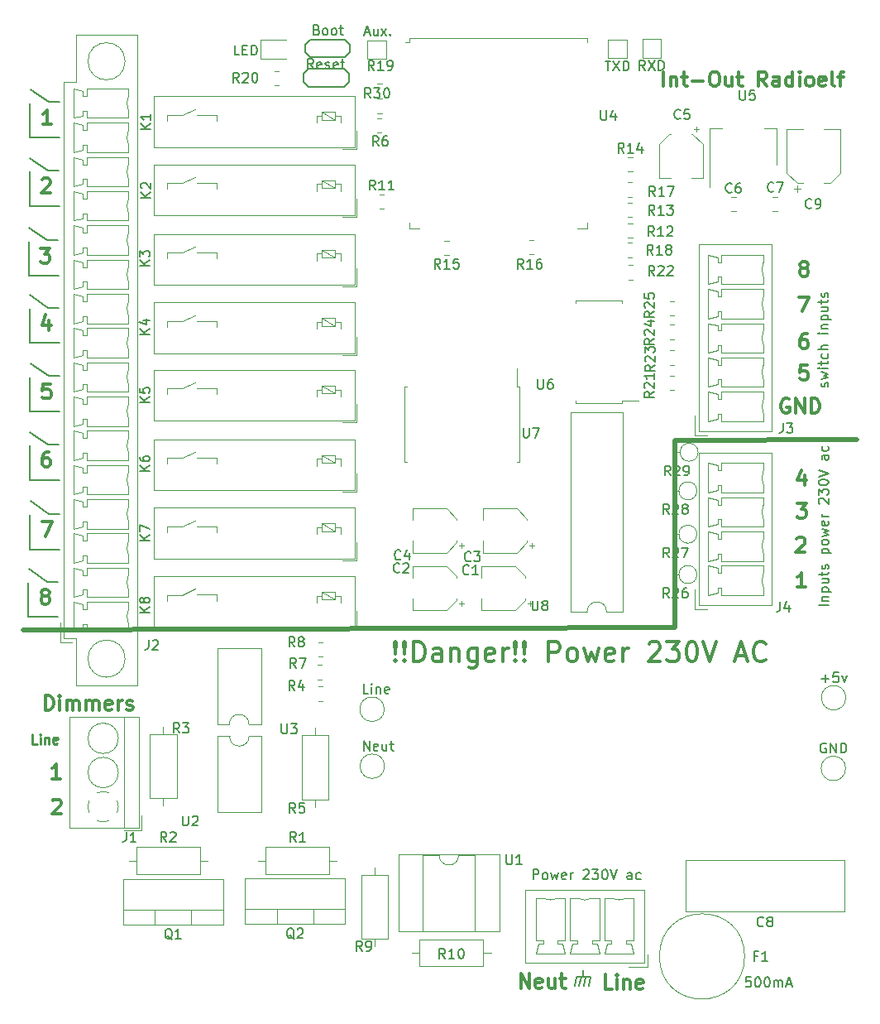
<source format=gbr>
%TF.GenerationSoftware,KiCad,Pcbnew,7.99.0-unknown-e60837ec95~170~ubuntu22.04.1*%
%TF.CreationDate,2023-03-16T09:30:40+01:00*%
%TF.ProjectId,int_out,696e745f-6f75-4742-9e6b-696361645f70,rev?*%
%TF.SameCoordinates,Original*%
%TF.FileFunction,Legend,Top*%
%TF.FilePolarity,Positive*%
%FSLAX46Y46*%
G04 Gerber Fmt 4.6, Leading zero omitted, Abs format (unit mm)*
G04 Created by KiCad (PCBNEW 7.99.0-unknown-e60837ec95~170~ubuntu22.04.1) date 2023-03-16 09:30:40*
%MOMM*%
%LPD*%
G01*
G04 APERTURE LIST*
%ADD10C,0.150000*%
%ADD11C,0.200000*%
%ADD12C,0.500000*%
%ADD13C,0.300000*%
%ADD14C,0.250000*%
%ADD15C,0.120000*%
G04 APERTURE END LIST*
D10*
X74150000Y-58500000D02*
X71100000Y-58500000D01*
X74100000Y-54875000D02*
X73000000Y-54875000D01*
X71500000Y-67850000D02*
X71150000Y-67600000D01*
D11*
X128047000Y-137378000D02*
X127872000Y-138278000D01*
D10*
X74100000Y-68900000D02*
X73000000Y-68900000D01*
D11*
X127597000Y-137353000D02*
X127397000Y-138278000D01*
D10*
X74100000Y-82900000D02*
X73000000Y-82900000D01*
D12*
X155785000Y-82400000D02*
X137160000Y-82475000D01*
D10*
X73000000Y-82900000D02*
X71500000Y-81850000D01*
X74150000Y-75900000D02*
X73050000Y-75900000D01*
X71500000Y-81850000D02*
X71150000Y-81600000D01*
X71400000Y-95875000D02*
X71050000Y-95625000D01*
X71500000Y-53825000D02*
X71150000Y-53575000D01*
X74050000Y-100550000D02*
X71000000Y-100550000D01*
X73000000Y-68900000D02*
X71500000Y-67850000D01*
X71025000Y-65650000D02*
X71025000Y-62150000D01*
X74225000Y-93625000D02*
X71175000Y-93625000D01*
X74150000Y-72525000D02*
X71100000Y-72525000D01*
X71100000Y-72525000D02*
X71100000Y-69025000D01*
D11*
X127797000Y-136653000D02*
X127809500Y-137353000D01*
D10*
X71150000Y-79525000D02*
X71150000Y-76025000D01*
X74075000Y-65650000D02*
X71025000Y-65650000D01*
X71100000Y-86525000D02*
X71100000Y-83025000D01*
X71575000Y-88950000D02*
X71225000Y-88700000D01*
X71175000Y-51500000D02*
X71175000Y-48000000D01*
X74175000Y-90000000D02*
X73075000Y-90000000D01*
X73075000Y-90000000D02*
X71575000Y-88950000D01*
X73000000Y-54875000D02*
X71500000Y-53825000D01*
X74025000Y-62025000D02*
X72925000Y-62025000D01*
X71175000Y-93625000D02*
X71175000Y-90125000D01*
X74200000Y-79525000D02*
X71150000Y-79525000D01*
X74150000Y-86525000D02*
X71100000Y-86525000D01*
X72900000Y-96925000D02*
X71400000Y-95875000D01*
D12*
X137160000Y-82475000D02*
X137160000Y-101600000D01*
D11*
X128522000Y-137353000D02*
X127097000Y-137353000D01*
D10*
X74225000Y-51500000D02*
X71175000Y-51500000D01*
D11*
X127097000Y-137353000D02*
X126922000Y-138278000D01*
D10*
X74175000Y-47875000D02*
X73075000Y-47875000D01*
X72925000Y-62025000D02*
X71425000Y-60975000D01*
X71550000Y-74850000D02*
X71200000Y-74600000D01*
D11*
X128522000Y-137353000D02*
X128397000Y-138303000D01*
D10*
X73075000Y-47875000D02*
X71575000Y-46825000D01*
X71575000Y-46825000D02*
X71225000Y-46575000D01*
X71100000Y-58500000D02*
X71100000Y-55000000D01*
D12*
X137160000Y-101600000D02*
X70485000Y-101854000D01*
D10*
X73050000Y-75900000D02*
X71550000Y-74850000D01*
X71000000Y-100550000D02*
X71000000Y-97050000D01*
X74000000Y-96925000D02*
X72900000Y-96925000D01*
X71425000Y-60975000D02*
X71075000Y-60725000D01*
D13*
X150757143Y-74793928D02*
X150042857Y-74793928D01*
X150042857Y-74793928D02*
X149971429Y-75508214D01*
X149971429Y-75508214D02*
X150042857Y-75436785D01*
X150042857Y-75436785D02*
X150185715Y-75365357D01*
X150185715Y-75365357D02*
X150542857Y-75365357D01*
X150542857Y-75365357D02*
X150685715Y-75436785D01*
X150685715Y-75436785D02*
X150757143Y-75508214D01*
X150757143Y-75508214D02*
X150828572Y-75651071D01*
X150828572Y-75651071D02*
X150828572Y-76008214D01*
X150828572Y-76008214D02*
X150757143Y-76151071D01*
X150757143Y-76151071D02*
X150685715Y-76222500D01*
X150685715Y-76222500D02*
X150542857Y-76293928D01*
X150542857Y-76293928D02*
X150185715Y-76293928D01*
X150185715Y-76293928D02*
X150042857Y-76222500D01*
X150042857Y-76222500D02*
X149971429Y-76151071D01*
X73328572Y-50168928D02*
X72471429Y-50168928D01*
X72900000Y-50168928D02*
X72900000Y-48668928D01*
X72900000Y-48668928D02*
X72757143Y-48883214D01*
X72757143Y-48883214D02*
X72614286Y-49026071D01*
X72614286Y-49026071D02*
X72471429Y-49097500D01*
X149900000Y-67793928D02*
X150900000Y-67793928D01*
X150900000Y-67793928D02*
X150257143Y-69293928D01*
X74278572Y-117068928D02*
X73421429Y-117068928D01*
X73850000Y-117068928D02*
X73850000Y-115568928D01*
X73850000Y-115568928D02*
X73707143Y-115783214D01*
X73707143Y-115783214D02*
X73564286Y-115926071D01*
X73564286Y-115926071D02*
X73421429Y-115997500D01*
X149675000Y-88918928D02*
X150603572Y-88918928D01*
X150603572Y-88918928D02*
X150103572Y-89490357D01*
X150103572Y-89490357D02*
X150317857Y-89490357D01*
X150317857Y-89490357D02*
X150460715Y-89561785D01*
X150460715Y-89561785D02*
X150532143Y-89633214D01*
X150532143Y-89633214D02*
X150603572Y-89776071D01*
X150603572Y-89776071D02*
X150603572Y-90133214D01*
X150603572Y-90133214D02*
X150532143Y-90276071D01*
X150532143Y-90276071D02*
X150460715Y-90347500D01*
X150460715Y-90347500D02*
X150317857Y-90418928D01*
X150317857Y-90418928D02*
X149889286Y-90418928D01*
X149889286Y-90418928D02*
X149746429Y-90347500D01*
X149746429Y-90347500D02*
X149675000Y-90276071D01*
X73232143Y-76693928D02*
X72517857Y-76693928D01*
X72517857Y-76693928D02*
X72446429Y-77408214D01*
X72446429Y-77408214D02*
X72517857Y-77336785D01*
X72517857Y-77336785D02*
X72660715Y-77265357D01*
X72660715Y-77265357D02*
X73017857Y-77265357D01*
X73017857Y-77265357D02*
X73160715Y-77336785D01*
X73160715Y-77336785D02*
X73232143Y-77408214D01*
X73232143Y-77408214D02*
X73303572Y-77551071D01*
X73303572Y-77551071D02*
X73303572Y-77908214D01*
X73303572Y-77908214D02*
X73232143Y-78051071D01*
X73232143Y-78051071D02*
X73160715Y-78122500D01*
X73160715Y-78122500D02*
X73017857Y-78193928D01*
X73017857Y-78193928D02*
X72660715Y-78193928D01*
X72660715Y-78193928D02*
X72517857Y-78122500D01*
X72517857Y-78122500D02*
X72446429Y-78051071D01*
X72582143Y-98361785D02*
X72439286Y-98290357D01*
X72439286Y-98290357D02*
X72367857Y-98218928D01*
X72367857Y-98218928D02*
X72296429Y-98076071D01*
X72296429Y-98076071D02*
X72296429Y-98004642D01*
X72296429Y-98004642D02*
X72367857Y-97861785D01*
X72367857Y-97861785D02*
X72439286Y-97790357D01*
X72439286Y-97790357D02*
X72582143Y-97718928D01*
X72582143Y-97718928D02*
X72867857Y-97718928D01*
X72867857Y-97718928D02*
X73010715Y-97790357D01*
X73010715Y-97790357D02*
X73082143Y-97861785D01*
X73082143Y-97861785D02*
X73153572Y-98004642D01*
X73153572Y-98004642D02*
X73153572Y-98076071D01*
X73153572Y-98076071D02*
X73082143Y-98218928D01*
X73082143Y-98218928D02*
X73010715Y-98290357D01*
X73010715Y-98290357D02*
X72867857Y-98361785D01*
X72867857Y-98361785D02*
X72582143Y-98361785D01*
X72582143Y-98361785D02*
X72439286Y-98433214D01*
X72439286Y-98433214D02*
X72367857Y-98504642D01*
X72367857Y-98504642D02*
X72296429Y-98647500D01*
X72296429Y-98647500D02*
X72296429Y-98933214D01*
X72296429Y-98933214D02*
X72367857Y-99076071D01*
X72367857Y-99076071D02*
X72439286Y-99147500D01*
X72439286Y-99147500D02*
X72582143Y-99218928D01*
X72582143Y-99218928D02*
X72867857Y-99218928D01*
X72867857Y-99218928D02*
X73010715Y-99147500D01*
X73010715Y-99147500D02*
X73082143Y-99076071D01*
X73082143Y-99076071D02*
X73153572Y-98933214D01*
X73153572Y-98933214D02*
X73153572Y-98647500D01*
X73153572Y-98647500D02*
X73082143Y-98504642D01*
X73082143Y-98504642D02*
X73010715Y-98433214D01*
X73010715Y-98433214D02*
X72867857Y-98361785D01*
X150578572Y-97493928D02*
X149721429Y-97493928D01*
X150150000Y-97493928D02*
X150150000Y-95993928D01*
X150150000Y-95993928D02*
X150007143Y-96208214D01*
X150007143Y-96208214D02*
X149864286Y-96351071D01*
X149864286Y-96351071D02*
X149721429Y-96422500D01*
X108545236Y-104884761D02*
X108640474Y-104980000D01*
X108640474Y-104980000D02*
X108545236Y-105075238D01*
X108545236Y-105075238D02*
X108449998Y-104980000D01*
X108449998Y-104980000D02*
X108545236Y-104884761D01*
X108545236Y-104884761D02*
X108545236Y-105075238D01*
X108545236Y-104313333D02*
X108449998Y-103170476D01*
X108449998Y-103170476D02*
X108545236Y-103075238D01*
X108545236Y-103075238D02*
X108640474Y-103170476D01*
X108640474Y-103170476D02*
X108545236Y-104313333D01*
X108545236Y-104313333D02*
X108545236Y-103075238D01*
X109497617Y-104884761D02*
X109592855Y-104980000D01*
X109592855Y-104980000D02*
X109497617Y-105075238D01*
X109497617Y-105075238D02*
X109402379Y-104980000D01*
X109402379Y-104980000D02*
X109497617Y-104884761D01*
X109497617Y-104884761D02*
X109497617Y-105075238D01*
X109497617Y-104313333D02*
X109402379Y-103170476D01*
X109402379Y-103170476D02*
X109497617Y-103075238D01*
X109497617Y-103075238D02*
X109592855Y-103170476D01*
X109592855Y-103170476D02*
X109497617Y-104313333D01*
X109497617Y-104313333D02*
X109497617Y-103075238D01*
X110449998Y-105075238D02*
X110449998Y-103075238D01*
X110449998Y-103075238D02*
X110926188Y-103075238D01*
X110926188Y-103075238D02*
X111211903Y-103170476D01*
X111211903Y-103170476D02*
X111402379Y-103360952D01*
X111402379Y-103360952D02*
X111497617Y-103551428D01*
X111497617Y-103551428D02*
X111592855Y-103932380D01*
X111592855Y-103932380D02*
X111592855Y-104218095D01*
X111592855Y-104218095D02*
X111497617Y-104599047D01*
X111497617Y-104599047D02*
X111402379Y-104789523D01*
X111402379Y-104789523D02*
X111211903Y-104980000D01*
X111211903Y-104980000D02*
X110926188Y-105075238D01*
X110926188Y-105075238D02*
X110449998Y-105075238D01*
X113307141Y-105075238D02*
X113307141Y-104027619D01*
X113307141Y-104027619D02*
X113211903Y-103837142D01*
X113211903Y-103837142D02*
X113021427Y-103741904D01*
X113021427Y-103741904D02*
X112640474Y-103741904D01*
X112640474Y-103741904D02*
X112449998Y-103837142D01*
X113307141Y-104980000D02*
X113116665Y-105075238D01*
X113116665Y-105075238D02*
X112640474Y-105075238D01*
X112640474Y-105075238D02*
X112449998Y-104980000D01*
X112449998Y-104980000D02*
X112354760Y-104789523D01*
X112354760Y-104789523D02*
X112354760Y-104599047D01*
X112354760Y-104599047D02*
X112449998Y-104408571D01*
X112449998Y-104408571D02*
X112640474Y-104313333D01*
X112640474Y-104313333D02*
X113116665Y-104313333D01*
X113116665Y-104313333D02*
X113307141Y-104218095D01*
X114259522Y-103741904D02*
X114259522Y-105075238D01*
X114259522Y-103932380D02*
X114354760Y-103837142D01*
X114354760Y-103837142D02*
X114545236Y-103741904D01*
X114545236Y-103741904D02*
X114830951Y-103741904D01*
X114830951Y-103741904D02*
X115021427Y-103837142D01*
X115021427Y-103837142D02*
X115116665Y-104027619D01*
X115116665Y-104027619D02*
X115116665Y-105075238D01*
X116926189Y-103741904D02*
X116926189Y-105360952D01*
X116926189Y-105360952D02*
X116830951Y-105551428D01*
X116830951Y-105551428D02*
X116735713Y-105646666D01*
X116735713Y-105646666D02*
X116545236Y-105741904D01*
X116545236Y-105741904D02*
X116259522Y-105741904D01*
X116259522Y-105741904D02*
X116069046Y-105646666D01*
X116926189Y-104980000D02*
X116735713Y-105075238D01*
X116735713Y-105075238D02*
X116354760Y-105075238D01*
X116354760Y-105075238D02*
X116164284Y-104980000D01*
X116164284Y-104980000D02*
X116069046Y-104884761D01*
X116069046Y-104884761D02*
X115973808Y-104694285D01*
X115973808Y-104694285D02*
X115973808Y-104122857D01*
X115973808Y-104122857D02*
X116069046Y-103932380D01*
X116069046Y-103932380D02*
X116164284Y-103837142D01*
X116164284Y-103837142D02*
X116354760Y-103741904D01*
X116354760Y-103741904D02*
X116735713Y-103741904D01*
X116735713Y-103741904D02*
X116926189Y-103837142D01*
X118640475Y-104980000D02*
X118449999Y-105075238D01*
X118449999Y-105075238D02*
X118069046Y-105075238D01*
X118069046Y-105075238D02*
X117878570Y-104980000D01*
X117878570Y-104980000D02*
X117783332Y-104789523D01*
X117783332Y-104789523D02*
X117783332Y-104027619D01*
X117783332Y-104027619D02*
X117878570Y-103837142D01*
X117878570Y-103837142D02*
X118069046Y-103741904D01*
X118069046Y-103741904D02*
X118449999Y-103741904D01*
X118449999Y-103741904D02*
X118640475Y-103837142D01*
X118640475Y-103837142D02*
X118735713Y-104027619D01*
X118735713Y-104027619D02*
X118735713Y-104218095D01*
X118735713Y-104218095D02*
X117783332Y-104408571D01*
X119592856Y-105075238D02*
X119592856Y-103741904D01*
X119592856Y-104122857D02*
X119688094Y-103932380D01*
X119688094Y-103932380D02*
X119783332Y-103837142D01*
X119783332Y-103837142D02*
X119973808Y-103741904D01*
X119973808Y-103741904D02*
X120164285Y-103741904D01*
X120830951Y-104884761D02*
X120926189Y-104980000D01*
X120926189Y-104980000D02*
X120830951Y-105075238D01*
X120830951Y-105075238D02*
X120735713Y-104980000D01*
X120735713Y-104980000D02*
X120830951Y-104884761D01*
X120830951Y-104884761D02*
X120830951Y-105075238D01*
X120830951Y-104313333D02*
X120735713Y-103170476D01*
X120735713Y-103170476D02*
X120830951Y-103075238D01*
X120830951Y-103075238D02*
X120926189Y-103170476D01*
X120926189Y-103170476D02*
X120830951Y-104313333D01*
X120830951Y-104313333D02*
X120830951Y-103075238D01*
X121783332Y-104884761D02*
X121878570Y-104980000D01*
X121878570Y-104980000D02*
X121783332Y-105075238D01*
X121783332Y-105075238D02*
X121688094Y-104980000D01*
X121688094Y-104980000D02*
X121783332Y-104884761D01*
X121783332Y-104884761D02*
X121783332Y-105075238D01*
X121783332Y-104313333D02*
X121688094Y-103170476D01*
X121688094Y-103170476D02*
X121783332Y-103075238D01*
X121783332Y-103075238D02*
X121878570Y-103170476D01*
X121878570Y-103170476D02*
X121783332Y-104313333D01*
X121783332Y-104313333D02*
X121783332Y-103075238D01*
X124259523Y-105075238D02*
X124259523Y-103075238D01*
X124259523Y-103075238D02*
X125021428Y-103075238D01*
X125021428Y-103075238D02*
X125211904Y-103170476D01*
X125211904Y-103170476D02*
X125307142Y-103265714D01*
X125307142Y-103265714D02*
X125402380Y-103456190D01*
X125402380Y-103456190D02*
X125402380Y-103741904D01*
X125402380Y-103741904D02*
X125307142Y-103932380D01*
X125307142Y-103932380D02*
X125211904Y-104027619D01*
X125211904Y-104027619D02*
X125021428Y-104122857D01*
X125021428Y-104122857D02*
X124259523Y-104122857D01*
X126545237Y-105075238D02*
X126354761Y-104980000D01*
X126354761Y-104980000D02*
X126259523Y-104884761D01*
X126259523Y-104884761D02*
X126164285Y-104694285D01*
X126164285Y-104694285D02*
X126164285Y-104122857D01*
X126164285Y-104122857D02*
X126259523Y-103932380D01*
X126259523Y-103932380D02*
X126354761Y-103837142D01*
X126354761Y-103837142D02*
X126545237Y-103741904D01*
X126545237Y-103741904D02*
X126830952Y-103741904D01*
X126830952Y-103741904D02*
X127021428Y-103837142D01*
X127021428Y-103837142D02*
X127116666Y-103932380D01*
X127116666Y-103932380D02*
X127211904Y-104122857D01*
X127211904Y-104122857D02*
X127211904Y-104694285D01*
X127211904Y-104694285D02*
X127116666Y-104884761D01*
X127116666Y-104884761D02*
X127021428Y-104980000D01*
X127021428Y-104980000D02*
X126830952Y-105075238D01*
X126830952Y-105075238D02*
X126545237Y-105075238D01*
X127878571Y-103741904D02*
X128259523Y-105075238D01*
X128259523Y-105075238D02*
X128640476Y-104122857D01*
X128640476Y-104122857D02*
X129021428Y-105075238D01*
X129021428Y-105075238D02*
X129402380Y-103741904D01*
X130926190Y-104980000D02*
X130735714Y-105075238D01*
X130735714Y-105075238D02*
X130354761Y-105075238D01*
X130354761Y-105075238D02*
X130164285Y-104980000D01*
X130164285Y-104980000D02*
X130069047Y-104789523D01*
X130069047Y-104789523D02*
X130069047Y-104027619D01*
X130069047Y-104027619D02*
X130164285Y-103837142D01*
X130164285Y-103837142D02*
X130354761Y-103741904D01*
X130354761Y-103741904D02*
X130735714Y-103741904D01*
X130735714Y-103741904D02*
X130926190Y-103837142D01*
X130926190Y-103837142D02*
X131021428Y-104027619D01*
X131021428Y-104027619D02*
X131021428Y-104218095D01*
X131021428Y-104218095D02*
X130069047Y-104408571D01*
X131878571Y-105075238D02*
X131878571Y-103741904D01*
X131878571Y-104122857D02*
X131973809Y-103932380D01*
X131973809Y-103932380D02*
X132069047Y-103837142D01*
X132069047Y-103837142D02*
X132259523Y-103741904D01*
X132259523Y-103741904D02*
X132450000Y-103741904D01*
X134545238Y-103265714D02*
X134640476Y-103170476D01*
X134640476Y-103170476D02*
X134830952Y-103075238D01*
X134830952Y-103075238D02*
X135307143Y-103075238D01*
X135307143Y-103075238D02*
X135497619Y-103170476D01*
X135497619Y-103170476D02*
X135592857Y-103265714D01*
X135592857Y-103265714D02*
X135688095Y-103456190D01*
X135688095Y-103456190D02*
X135688095Y-103646666D01*
X135688095Y-103646666D02*
X135592857Y-103932380D01*
X135592857Y-103932380D02*
X134450000Y-105075238D01*
X134450000Y-105075238D02*
X135688095Y-105075238D01*
X136354762Y-103075238D02*
X137592857Y-103075238D01*
X137592857Y-103075238D02*
X136926190Y-103837142D01*
X136926190Y-103837142D02*
X137211905Y-103837142D01*
X137211905Y-103837142D02*
X137402381Y-103932380D01*
X137402381Y-103932380D02*
X137497619Y-104027619D01*
X137497619Y-104027619D02*
X137592857Y-104218095D01*
X137592857Y-104218095D02*
X137592857Y-104694285D01*
X137592857Y-104694285D02*
X137497619Y-104884761D01*
X137497619Y-104884761D02*
X137402381Y-104980000D01*
X137402381Y-104980000D02*
X137211905Y-105075238D01*
X137211905Y-105075238D02*
X136640476Y-105075238D01*
X136640476Y-105075238D02*
X136450000Y-104980000D01*
X136450000Y-104980000D02*
X136354762Y-104884761D01*
X138830952Y-103075238D02*
X139021429Y-103075238D01*
X139021429Y-103075238D02*
X139211905Y-103170476D01*
X139211905Y-103170476D02*
X139307143Y-103265714D01*
X139307143Y-103265714D02*
X139402381Y-103456190D01*
X139402381Y-103456190D02*
X139497619Y-103837142D01*
X139497619Y-103837142D02*
X139497619Y-104313333D01*
X139497619Y-104313333D02*
X139402381Y-104694285D01*
X139402381Y-104694285D02*
X139307143Y-104884761D01*
X139307143Y-104884761D02*
X139211905Y-104980000D01*
X139211905Y-104980000D02*
X139021429Y-105075238D01*
X139021429Y-105075238D02*
X138830952Y-105075238D01*
X138830952Y-105075238D02*
X138640476Y-104980000D01*
X138640476Y-104980000D02*
X138545238Y-104884761D01*
X138545238Y-104884761D02*
X138450000Y-104694285D01*
X138450000Y-104694285D02*
X138354762Y-104313333D01*
X138354762Y-104313333D02*
X138354762Y-103837142D01*
X138354762Y-103837142D02*
X138450000Y-103456190D01*
X138450000Y-103456190D02*
X138545238Y-103265714D01*
X138545238Y-103265714D02*
X138640476Y-103170476D01*
X138640476Y-103170476D02*
X138830952Y-103075238D01*
X140069048Y-103075238D02*
X140735714Y-105075238D01*
X140735714Y-105075238D02*
X141402381Y-103075238D01*
X143497620Y-104503809D02*
X144450001Y-104503809D01*
X143307144Y-105075238D02*
X143973810Y-103075238D01*
X143973810Y-103075238D02*
X144640477Y-105075238D01*
X146450001Y-104884761D02*
X146354763Y-104980000D01*
X146354763Y-104980000D02*
X146069049Y-105075238D01*
X146069049Y-105075238D02*
X145878573Y-105075238D01*
X145878573Y-105075238D02*
X145592858Y-104980000D01*
X145592858Y-104980000D02*
X145402382Y-104789523D01*
X145402382Y-104789523D02*
X145307144Y-104599047D01*
X145307144Y-104599047D02*
X145211906Y-104218095D01*
X145211906Y-104218095D02*
X145211906Y-103932380D01*
X145211906Y-103932380D02*
X145307144Y-103551428D01*
X145307144Y-103551428D02*
X145402382Y-103360952D01*
X145402382Y-103360952D02*
X145592858Y-103170476D01*
X145592858Y-103170476D02*
X145878573Y-103075238D01*
X145878573Y-103075238D02*
X146069049Y-103075238D01*
X146069049Y-103075238D02*
X146354763Y-103170476D01*
X146354763Y-103170476D02*
X146450001Y-103265714D01*
X73471429Y-119336785D02*
X73542857Y-119265357D01*
X73542857Y-119265357D02*
X73685715Y-119193928D01*
X73685715Y-119193928D02*
X74042857Y-119193928D01*
X74042857Y-119193928D02*
X74185715Y-119265357D01*
X74185715Y-119265357D02*
X74257143Y-119336785D01*
X74257143Y-119336785D02*
X74328572Y-119479642D01*
X74328572Y-119479642D02*
X74328572Y-119622500D01*
X74328572Y-119622500D02*
X74257143Y-119836785D01*
X74257143Y-119836785D02*
X73400000Y-120693928D01*
X73400000Y-120693928D02*
X74328572Y-120693928D01*
X72710714Y-110068928D02*
X72710714Y-108568928D01*
X72710714Y-108568928D02*
X73067857Y-108568928D01*
X73067857Y-108568928D02*
X73282143Y-108640357D01*
X73282143Y-108640357D02*
X73425000Y-108783214D01*
X73425000Y-108783214D02*
X73496429Y-108926071D01*
X73496429Y-108926071D02*
X73567857Y-109211785D01*
X73567857Y-109211785D02*
X73567857Y-109426071D01*
X73567857Y-109426071D02*
X73496429Y-109711785D01*
X73496429Y-109711785D02*
X73425000Y-109854642D01*
X73425000Y-109854642D02*
X73282143Y-109997500D01*
X73282143Y-109997500D02*
X73067857Y-110068928D01*
X73067857Y-110068928D02*
X72710714Y-110068928D01*
X74210714Y-110068928D02*
X74210714Y-109068928D01*
X74210714Y-108568928D02*
X74139286Y-108640357D01*
X74139286Y-108640357D02*
X74210714Y-108711785D01*
X74210714Y-108711785D02*
X74282143Y-108640357D01*
X74282143Y-108640357D02*
X74210714Y-108568928D01*
X74210714Y-108568928D02*
X74210714Y-108711785D01*
X74925000Y-110068928D02*
X74925000Y-109068928D01*
X74925000Y-109211785D02*
X74996429Y-109140357D01*
X74996429Y-109140357D02*
X75139286Y-109068928D01*
X75139286Y-109068928D02*
X75353572Y-109068928D01*
X75353572Y-109068928D02*
X75496429Y-109140357D01*
X75496429Y-109140357D02*
X75567858Y-109283214D01*
X75567858Y-109283214D02*
X75567858Y-110068928D01*
X75567858Y-109283214D02*
X75639286Y-109140357D01*
X75639286Y-109140357D02*
X75782143Y-109068928D01*
X75782143Y-109068928D02*
X75996429Y-109068928D01*
X75996429Y-109068928D02*
X76139286Y-109140357D01*
X76139286Y-109140357D02*
X76210715Y-109283214D01*
X76210715Y-109283214D02*
X76210715Y-110068928D01*
X76925000Y-110068928D02*
X76925000Y-109068928D01*
X76925000Y-109211785D02*
X76996429Y-109140357D01*
X76996429Y-109140357D02*
X77139286Y-109068928D01*
X77139286Y-109068928D02*
X77353572Y-109068928D01*
X77353572Y-109068928D02*
X77496429Y-109140357D01*
X77496429Y-109140357D02*
X77567858Y-109283214D01*
X77567858Y-109283214D02*
X77567858Y-110068928D01*
X77567858Y-109283214D02*
X77639286Y-109140357D01*
X77639286Y-109140357D02*
X77782143Y-109068928D01*
X77782143Y-109068928D02*
X77996429Y-109068928D01*
X77996429Y-109068928D02*
X78139286Y-109140357D01*
X78139286Y-109140357D02*
X78210715Y-109283214D01*
X78210715Y-109283214D02*
X78210715Y-110068928D01*
X79496429Y-109997500D02*
X79353572Y-110068928D01*
X79353572Y-110068928D02*
X79067858Y-110068928D01*
X79067858Y-110068928D02*
X78925000Y-109997500D01*
X78925000Y-109997500D02*
X78853572Y-109854642D01*
X78853572Y-109854642D02*
X78853572Y-109283214D01*
X78853572Y-109283214D02*
X78925000Y-109140357D01*
X78925000Y-109140357D02*
X79067858Y-109068928D01*
X79067858Y-109068928D02*
X79353572Y-109068928D01*
X79353572Y-109068928D02*
X79496429Y-109140357D01*
X79496429Y-109140357D02*
X79567858Y-109283214D01*
X79567858Y-109283214D02*
X79567858Y-109426071D01*
X79567858Y-109426071D02*
X78853572Y-109568928D01*
X80210714Y-110068928D02*
X80210714Y-109068928D01*
X80210714Y-109354642D02*
X80282143Y-109211785D01*
X80282143Y-109211785D02*
X80353572Y-109140357D01*
X80353572Y-109140357D02*
X80496429Y-109068928D01*
X80496429Y-109068928D02*
X80639286Y-109068928D01*
X81067857Y-109997500D02*
X81210714Y-110068928D01*
X81210714Y-110068928D02*
X81496428Y-110068928D01*
X81496428Y-110068928D02*
X81639285Y-109997500D01*
X81639285Y-109997500D02*
X81710714Y-109854642D01*
X81710714Y-109854642D02*
X81710714Y-109783214D01*
X81710714Y-109783214D02*
X81639285Y-109640357D01*
X81639285Y-109640357D02*
X81496428Y-109568928D01*
X81496428Y-109568928D02*
X81282143Y-109568928D01*
X81282143Y-109568928D02*
X81139285Y-109497500D01*
X81139285Y-109497500D02*
X81067857Y-109354642D01*
X81067857Y-109354642D02*
X81067857Y-109283214D01*
X81067857Y-109283214D02*
X81139285Y-109140357D01*
X81139285Y-109140357D02*
X81282143Y-109068928D01*
X81282143Y-109068928D02*
X81496428Y-109068928D01*
X81496428Y-109068928D02*
X81639285Y-109140357D01*
X72250000Y-62818928D02*
X73178572Y-62818928D01*
X73178572Y-62818928D02*
X72678572Y-63390357D01*
X72678572Y-63390357D02*
X72892857Y-63390357D01*
X72892857Y-63390357D02*
X73035715Y-63461785D01*
X73035715Y-63461785D02*
X73107143Y-63533214D01*
X73107143Y-63533214D02*
X73178572Y-63676071D01*
X73178572Y-63676071D02*
X73178572Y-64033214D01*
X73178572Y-64033214D02*
X73107143Y-64176071D01*
X73107143Y-64176071D02*
X73035715Y-64247500D01*
X73035715Y-64247500D02*
X72892857Y-64318928D01*
X72892857Y-64318928D02*
X72464286Y-64318928D01*
X72464286Y-64318928D02*
X72321429Y-64247500D01*
X72321429Y-64247500D02*
X72250000Y-64176071D01*
X150685715Y-71593928D02*
X150400000Y-71593928D01*
X150400000Y-71593928D02*
X150257143Y-71665357D01*
X150257143Y-71665357D02*
X150185715Y-71736785D01*
X150185715Y-71736785D02*
X150042857Y-71951071D01*
X150042857Y-71951071D02*
X149971429Y-72236785D01*
X149971429Y-72236785D02*
X149971429Y-72808214D01*
X149971429Y-72808214D02*
X150042857Y-72951071D01*
X150042857Y-72951071D02*
X150114286Y-73022500D01*
X150114286Y-73022500D02*
X150257143Y-73093928D01*
X150257143Y-73093928D02*
X150542857Y-73093928D01*
X150542857Y-73093928D02*
X150685715Y-73022500D01*
X150685715Y-73022500D02*
X150757143Y-72951071D01*
X150757143Y-72951071D02*
X150828572Y-72808214D01*
X150828572Y-72808214D02*
X150828572Y-72451071D01*
X150828572Y-72451071D02*
X150757143Y-72308214D01*
X150757143Y-72308214D02*
X150685715Y-72236785D01*
X150685715Y-72236785D02*
X150542857Y-72165357D01*
X150542857Y-72165357D02*
X150257143Y-72165357D01*
X150257143Y-72165357D02*
X150114286Y-72236785D01*
X150114286Y-72236785D02*
X150042857Y-72308214D01*
X150042857Y-72308214D02*
X149971429Y-72451071D01*
X73110715Y-70193928D02*
X73110715Y-71193928D01*
X72753572Y-69622500D02*
X72396429Y-70693928D01*
X72396429Y-70693928D02*
X73325000Y-70693928D01*
X150460715Y-86068928D02*
X150460715Y-87068928D01*
X150103572Y-85497500D02*
X149746429Y-86568928D01*
X149746429Y-86568928D02*
X150675000Y-86568928D01*
X148857143Y-78265357D02*
X148714286Y-78193928D01*
X148714286Y-78193928D02*
X148500000Y-78193928D01*
X148500000Y-78193928D02*
X148285714Y-78265357D01*
X148285714Y-78265357D02*
X148142857Y-78408214D01*
X148142857Y-78408214D02*
X148071428Y-78551071D01*
X148071428Y-78551071D02*
X148000000Y-78836785D01*
X148000000Y-78836785D02*
X148000000Y-79051071D01*
X148000000Y-79051071D02*
X148071428Y-79336785D01*
X148071428Y-79336785D02*
X148142857Y-79479642D01*
X148142857Y-79479642D02*
X148285714Y-79622500D01*
X148285714Y-79622500D02*
X148500000Y-79693928D01*
X148500000Y-79693928D02*
X148642857Y-79693928D01*
X148642857Y-79693928D02*
X148857143Y-79622500D01*
X148857143Y-79622500D02*
X148928571Y-79551071D01*
X148928571Y-79551071D02*
X148928571Y-79051071D01*
X148928571Y-79051071D02*
X148642857Y-79051071D01*
X149571428Y-79693928D02*
X149571428Y-78193928D01*
X149571428Y-78193928D02*
X150428571Y-79693928D01*
X150428571Y-79693928D02*
X150428571Y-78193928D01*
X151142857Y-79693928D02*
X151142857Y-78193928D01*
X151142857Y-78193928D02*
X151500000Y-78193928D01*
X151500000Y-78193928D02*
X151714286Y-78265357D01*
X151714286Y-78265357D02*
X151857143Y-78408214D01*
X151857143Y-78408214D02*
X151928572Y-78551071D01*
X151928572Y-78551071D02*
X152000000Y-78836785D01*
X152000000Y-78836785D02*
X152000000Y-79051071D01*
X152000000Y-79051071D02*
X151928572Y-79336785D01*
X151928572Y-79336785D02*
X151857143Y-79479642D01*
X151857143Y-79479642D02*
X151714286Y-79622500D01*
X151714286Y-79622500D02*
X151500000Y-79693928D01*
X151500000Y-79693928D02*
X151142857Y-79693928D01*
X72400000Y-90793928D02*
X73400000Y-90793928D01*
X73400000Y-90793928D02*
X72757143Y-92293928D01*
X150257143Y-64836785D02*
X150114286Y-64765357D01*
X150114286Y-64765357D02*
X150042857Y-64693928D01*
X150042857Y-64693928D02*
X149971429Y-64551071D01*
X149971429Y-64551071D02*
X149971429Y-64479642D01*
X149971429Y-64479642D02*
X150042857Y-64336785D01*
X150042857Y-64336785D02*
X150114286Y-64265357D01*
X150114286Y-64265357D02*
X150257143Y-64193928D01*
X150257143Y-64193928D02*
X150542857Y-64193928D01*
X150542857Y-64193928D02*
X150685715Y-64265357D01*
X150685715Y-64265357D02*
X150757143Y-64336785D01*
X150757143Y-64336785D02*
X150828572Y-64479642D01*
X150828572Y-64479642D02*
X150828572Y-64551071D01*
X150828572Y-64551071D02*
X150757143Y-64693928D01*
X150757143Y-64693928D02*
X150685715Y-64765357D01*
X150685715Y-64765357D02*
X150542857Y-64836785D01*
X150542857Y-64836785D02*
X150257143Y-64836785D01*
X150257143Y-64836785D02*
X150114286Y-64908214D01*
X150114286Y-64908214D02*
X150042857Y-64979642D01*
X150042857Y-64979642D02*
X149971429Y-65122500D01*
X149971429Y-65122500D02*
X149971429Y-65408214D01*
X149971429Y-65408214D02*
X150042857Y-65551071D01*
X150042857Y-65551071D02*
X150114286Y-65622500D01*
X150114286Y-65622500D02*
X150257143Y-65693928D01*
X150257143Y-65693928D02*
X150542857Y-65693928D01*
X150542857Y-65693928D02*
X150685715Y-65622500D01*
X150685715Y-65622500D02*
X150757143Y-65551071D01*
X150757143Y-65551071D02*
X150828572Y-65408214D01*
X150828572Y-65408214D02*
X150828572Y-65122500D01*
X150828572Y-65122500D02*
X150757143Y-64979642D01*
X150757143Y-64979642D02*
X150685715Y-64908214D01*
X150685715Y-64908214D02*
X150542857Y-64836785D01*
D14*
X71865476Y-113512619D02*
X71389286Y-113512619D01*
X71389286Y-113512619D02*
X71389286Y-112512619D01*
X72198810Y-113512619D02*
X72198810Y-112845952D01*
X72198810Y-112512619D02*
X72151191Y-112560238D01*
X72151191Y-112560238D02*
X72198810Y-112607857D01*
X72198810Y-112607857D02*
X72246429Y-112560238D01*
X72246429Y-112560238D02*
X72198810Y-112512619D01*
X72198810Y-112512619D02*
X72198810Y-112607857D01*
X72675000Y-112845952D02*
X72675000Y-113512619D01*
X72675000Y-112941190D02*
X72722619Y-112893571D01*
X72722619Y-112893571D02*
X72817857Y-112845952D01*
X72817857Y-112845952D02*
X72960714Y-112845952D01*
X72960714Y-112845952D02*
X73055952Y-112893571D01*
X73055952Y-112893571D02*
X73103571Y-112988809D01*
X73103571Y-112988809D02*
X73103571Y-113512619D01*
X73960714Y-113465000D02*
X73865476Y-113512619D01*
X73865476Y-113512619D02*
X73675000Y-113512619D01*
X73675000Y-113512619D02*
X73579762Y-113465000D01*
X73579762Y-113465000D02*
X73532143Y-113369761D01*
X73532143Y-113369761D02*
X73532143Y-112988809D01*
X73532143Y-112988809D02*
X73579762Y-112893571D01*
X73579762Y-112893571D02*
X73675000Y-112845952D01*
X73675000Y-112845952D02*
X73865476Y-112845952D01*
X73865476Y-112845952D02*
X73960714Y-112893571D01*
X73960714Y-112893571D02*
X74008333Y-112988809D01*
X74008333Y-112988809D02*
X74008333Y-113084047D01*
X74008333Y-113084047D02*
X73532143Y-113179285D01*
D13*
X136017856Y-46268928D02*
X136017856Y-44768928D01*
X136732142Y-45268928D02*
X136732142Y-46268928D01*
X136732142Y-45411785D02*
X136803571Y-45340357D01*
X136803571Y-45340357D02*
X136946428Y-45268928D01*
X136946428Y-45268928D02*
X137160714Y-45268928D01*
X137160714Y-45268928D02*
X137303571Y-45340357D01*
X137303571Y-45340357D02*
X137375000Y-45483214D01*
X137375000Y-45483214D02*
X137375000Y-46268928D01*
X137875000Y-45268928D02*
X138446428Y-45268928D01*
X138089285Y-44768928D02*
X138089285Y-46054642D01*
X138089285Y-46054642D02*
X138160714Y-46197500D01*
X138160714Y-46197500D02*
X138303571Y-46268928D01*
X138303571Y-46268928D02*
X138446428Y-46268928D01*
X138946428Y-45697500D02*
X140089286Y-45697500D01*
X141089286Y-44768928D02*
X141375000Y-44768928D01*
X141375000Y-44768928D02*
X141517857Y-44840357D01*
X141517857Y-44840357D02*
X141660714Y-44983214D01*
X141660714Y-44983214D02*
X141732143Y-45268928D01*
X141732143Y-45268928D02*
X141732143Y-45768928D01*
X141732143Y-45768928D02*
X141660714Y-46054642D01*
X141660714Y-46054642D02*
X141517857Y-46197500D01*
X141517857Y-46197500D02*
X141375000Y-46268928D01*
X141375000Y-46268928D02*
X141089286Y-46268928D01*
X141089286Y-46268928D02*
X140946429Y-46197500D01*
X140946429Y-46197500D02*
X140803571Y-46054642D01*
X140803571Y-46054642D02*
X140732143Y-45768928D01*
X140732143Y-45768928D02*
X140732143Y-45268928D01*
X140732143Y-45268928D02*
X140803571Y-44983214D01*
X140803571Y-44983214D02*
X140946429Y-44840357D01*
X140946429Y-44840357D02*
X141089286Y-44768928D01*
X143017858Y-45268928D02*
X143017858Y-46268928D01*
X142375000Y-45268928D02*
X142375000Y-46054642D01*
X142375000Y-46054642D02*
X142446429Y-46197500D01*
X142446429Y-46197500D02*
X142589286Y-46268928D01*
X142589286Y-46268928D02*
X142803572Y-46268928D01*
X142803572Y-46268928D02*
X142946429Y-46197500D01*
X142946429Y-46197500D02*
X143017858Y-46126071D01*
X143517858Y-45268928D02*
X144089286Y-45268928D01*
X143732143Y-44768928D02*
X143732143Y-46054642D01*
X143732143Y-46054642D02*
X143803572Y-46197500D01*
X143803572Y-46197500D02*
X143946429Y-46268928D01*
X143946429Y-46268928D02*
X144089286Y-46268928D01*
X146589286Y-46268928D02*
X146089286Y-45554642D01*
X145732143Y-46268928D02*
X145732143Y-44768928D01*
X145732143Y-44768928D02*
X146303572Y-44768928D01*
X146303572Y-44768928D02*
X146446429Y-44840357D01*
X146446429Y-44840357D02*
X146517858Y-44911785D01*
X146517858Y-44911785D02*
X146589286Y-45054642D01*
X146589286Y-45054642D02*
X146589286Y-45268928D01*
X146589286Y-45268928D02*
X146517858Y-45411785D01*
X146517858Y-45411785D02*
X146446429Y-45483214D01*
X146446429Y-45483214D02*
X146303572Y-45554642D01*
X146303572Y-45554642D02*
X145732143Y-45554642D01*
X147875001Y-46268928D02*
X147875001Y-45483214D01*
X147875001Y-45483214D02*
X147803572Y-45340357D01*
X147803572Y-45340357D02*
X147660715Y-45268928D01*
X147660715Y-45268928D02*
X147375001Y-45268928D01*
X147375001Y-45268928D02*
X147232143Y-45340357D01*
X147875001Y-46197500D02*
X147732143Y-46268928D01*
X147732143Y-46268928D02*
X147375001Y-46268928D01*
X147375001Y-46268928D02*
X147232143Y-46197500D01*
X147232143Y-46197500D02*
X147160715Y-46054642D01*
X147160715Y-46054642D02*
X147160715Y-45911785D01*
X147160715Y-45911785D02*
X147232143Y-45768928D01*
X147232143Y-45768928D02*
X147375001Y-45697500D01*
X147375001Y-45697500D02*
X147732143Y-45697500D01*
X147732143Y-45697500D02*
X147875001Y-45626071D01*
X149232144Y-46268928D02*
X149232144Y-44768928D01*
X149232144Y-46197500D02*
X149089286Y-46268928D01*
X149089286Y-46268928D02*
X148803572Y-46268928D01*
X148803572Y-46268928D02*
X148660715Y-46197500D01*
X148660715Y-46197500D02*
X148589286Y-46126071D01*
X148589286Y-46126071D02*
X148517858Y-45983214D01*
X148517858Y-45983214D02*
X148517858Y-45554642D01*
X148517858Y-45554642D02*
X148589286Y-45411785D01*
X148589286Y-45411785D02*
X148660715Y-45340357D01*
X148660715Y-45340357D02*
X148803572Y-45268928D01*
X148803572Y-45268928D02*
X149089286Y-45268928D01*
X149089286Y-45268928D02*
X149232144Y-45340357D01*
X149946429Y-46268928D02*
X149946429Y-45268928D01*
X149946429Y-44768928D02*
X149875001Y-44840357D01*
X149875001Y-44840357D02*
X149946429Y-44911785D01*
X149946429Y-44911785D02*
X150017858Y-44840357D01*
X150017858Y-44840357D02*
X149946429Y-44768928D01*
X149946429Y-44768928D02*
X149946429Y-44911785D01*
X150875001Y-46268928D02*
X150732144Y-46197500D01*
X150732144Y-46197500D02*
X150660715Y-46126071D01*
X150660715Y-46126071D02*
X150589287Y-45983214D01*
X150589287Y-45983214D02*
X150589287Y-45554642D01*
X150589287Y-45554642D02*
X150660715Y-45411785D01*
X150660715Y-45411785D02*
X150732144Y-45340357D01*
X150732144Y-45340357D02*
X150875001Y-45268928D01*
X150875001Y-45268928D02*
X151089287Y-45268928D01*
X151089287Y-45268928D02*
X151232144Y-45340357D01*
X151232144Y-45340357D02*
X151303573Y-45411785D01*
X151303573Y-45411785D02*
X151375001Y-45554642D01*
X151375001Y-45554642D02*
X151375001Y-45983214D01*
X151375001Y-45983214D02*
X151303573Y-46126071D01*
X151303573Y-46126071D02*
X151232144Y-46197500D01*
X151232144Y-46197500D02*
X151089287Y-46268928D01*
X151089287Y-46268928D02*
X150875001Y-46268928D01*
X152589287Y-46197500D02*
X152446430Y-46268928D01*
X152446430Y-46268928D02*
X152160716Y-46268928D01*
X152160716Y-46268928D02*
X152017858Y-46197500D01*
X152017858Y-46197500D02*
X151946430Y-46054642D01*
X151946430Y-46054642D02*
X151946430Y-45483214D01*
X151946430Y-45483214D02*
X152017858Y-45340357D01*
X152017858Y-45340357D02*
X152160716Y-45268928D01*
X152160716Y-45268928D02*
X152446430Y-45268928D01*
X152446430Y-45268928D02*
X152589287Y-45340357D01*
X152589287Y-45340357D02*
X152660716Y-45483214D01*
X152660716Y-45483214D02*
X152660716Y-45626071D01*
X152660716Y-45626071D02*
X151946430Y-45768928D01*
X153517858Y-46268928D02*
X153375001Y-46197500D01*
X153375001Y-46197500D02*
X153303572Y-46054642D01*
X153303572Y-46054642D02*
X153303572Y-44768928D01*
X153875001Y-45268928D02*
X154446429Y-45268928D01*
X154089286Y-46268928D02*
X154089286Y-44983214D01*
X154089286Y-44983214D02*
X154160715Y-44840357D01*
X154160715Y-44840357D02*
X154303572Y-44768928D01*
X154303572Y-44768928D02*
X154446429Y-44768928D01*
X149646429Y-92536785D02*
X149717857Y-92465357D01*
X149717857Y-92465357D02*
X149860715Y-92393928D01*
X149860715Y-92393928D02*
X150217857Y-92393928D01*
X150217857Y-92393928D02*
X150360715Y-92465357D01*
X150360715Y-92465357D02*
X150432143Y-92536785D01*
X150432143Y-92536785D02*
X150503572Y-92679642D01*
X150503572Y-92679642D02*
X150503572Y-92822500D01*
X150503572Y-92822500D02*
X150432143Y-93036785D01*
X150432143Y-93036785D02*
X149575000Y-93893928D01*
X149575000Y-93893928D02*
X150503572Y-93893928D01*
X130738714Y-138615928D02*
X130024428Y-138615928D01*
X130024428Y-138615928D02*
X130024428Y-137115928D01*
X131238714Y-138615928D02*
X131238714Y-137615928D01*
X131238714Y-137115928D02*
X131167286Y-137187357D01*
X131167286Y-137187357D02*
X131238714Y-137258785D01*
X131238714Y-137258785D02*
X131310143Y-137187357D01*
X131310143Y-137187357D02*
X131238714Y-137115928D01*
X131238714Y-137115928D02*
X131238714Y-137258785D01*
X131953000Y-137615928D02*
X131953000Y-138615928D01*
X131953000Y-137758785D02*
X132024429Y-137687357D01*
X132024429Y-137687357D02*
X132167286Y-137615928D01*
X132167286Y-137615928D02*
X132381572Y-137615928D01*
X132381572Y-137615928D02*
X132524429Y-137687357D01*
X132524429Y-137687357D02*
X132595858Y-137830214D01*
X132595858Y-137830214D02*
X132595858Y-138615928D01*
X133881572Y-138544500D02*
X133738715Y-138615928D01*
X133738715Y-138615928D02*
X133453001Y-138615928D01*
X133453001Y-138615928D02*
X133310143Y-138544500D01*
X133310143Y-138544500D02*
X133238715Y-138401642D01*
X133238715Y-138401642D02*
X133238715Y-137830214D01*
X133238715Y-137830214D02*
X133310143Y-137687357D01*
X133310143Y-137687357D02*
X133453001Y-137615928D01*
X133453001Y-137615928D02*
X133738715Y-137615928D01*
X133738715Y-137615928D02*
X133881572Y-137687357D01*
X133881572Y-137687357D02*
X133953001Y-137830214D01*
X133953001Y-137830214D02*
X133953001Y-137973071D01*
X133953001Y-137973071D02*
X133238715Y-138115928D01*
X72396429Y-55811785D02*
X72467857Y-55740357D01*
X72467857Y-55740357D02*
X72610715Y-55668928D01*
X72610715Y-55668928D02*
X72967857Y-55668928D01*
X72967857Y-55668928D02*
X73110715Y-55740357D01*
X73110715Y-55740357D02*
X73182143Y-55811785D01*
X73182143Y-55811785D02*
X73253572Y-55954642D01*
X73253572Y-55954642D02*
X73253572Y-56097500D01*
X73253572Y-56097500D02*
X73182143Y-56311785D01*
X73182143Y-56311785D02*
X72325000Y-57168928D01*
X72325000Y-57168928D02*
X73253572Y-57168928D01*
X73110715Y-83693928D02*
X72825000Y-83693928D01*
X72825000Y-83693928D02*
X72682143Y-83765357D01*
X72682143Y-83765357D02*
X72610715Y-83836785D01*
X72610715Y-83836785D02*
X72467857Y-84051071D01*
X72467857Y-84051071D02*
X72396429Y-84336785D01*
X72396429Y-84336785D02*
X72396429Y-84908214D01*
X72396429Y-84908214D02*
X72467857Y-85051071D01*
X72467857Y-85051071D02*
X72539286Y-85122500D01*
X72539286Y-85122500D02*
X72682143Y-85193928D01*
X72682143Y-85193928D02*
X72967857Y-85193928D01*
X72967857Y-85193928D02*
X73110715Y-85122500D01*
X73110715Y-85122500D02*
X73182143Y-85051071D01*
X73182143Y-85051071D02*
X73253572Y-84908214D01*
X73253572Y-84908214D02*
X73253572Y-84551071D01*
X73253572Y-84551071D02*
X73182143Y-84408214D01*
X73182143Y-84408214D02*
X73110715Y-84336785D01*
X73110715Y-84336785D02*
X72967857Y-84265357D01*
X72967857Y-84265357D02*
X72682143Y-84265357D01*
X72682143Y-84265357D02*
X72539286Y-84336785D01*
X72539286Y-84336785D02*
X72467857Y-84408214D01*
X72467857Y-84408214D02*
X72396429Y-84551071D01*
X121392428Y-138488928D02*
X121392428Y-136988928D01*
X121392428Y-136988928D02*
X122249571Y-138488928D01*
X122249571Y-138488928D02*
X122249571Y-136988928D01*
X123535286Y-138417500D02*
X123392429Y-138488928D01*
X123392429Y-138488928D02*
X123106715Y-138488928D01*
X123106715Y-138488928D02*
X122963857Y-138417500D01*
X122963857Y-138417500D02*
X122892429Y-138274642D01*
X122892429Y-138274642D02*
X122892429Y-137703214D01*
X122892429Y-137703214D02*
X122963857Y-137560357D01*
X122963857Y-137560357D02*
X123106715Y-137488928D01*
X123106715Y-137488928D02*
X123392429Y-137488928D01*
X123392429Y-137488928D02*
X123535286Y-137560357D01*
X123535286Y-137560357D02*
X123606715Y-137703214D01*
X123606715Y-137703214D02*
X123606715Y-137846071D01*
X123606715Y-137846071D02*
X122892429Y-137988928D01*
X124892429Y-137488928D02*
X124892429Y-138488928D01*
X124249571Y-137488928D02*
X124249571Y-138274642D01*
X124249571Y-138274642D02*
X124321000Y-138417500D01*
X124321000Y-138417500D02*
X124463857Y-138488928D01*
X124463857Y-138488928D02*
X124678143Y-138488928D01*
X124678143Y-138488928D02*
X124821000Y-138417500D01*
X124821000Y-138417500D02*
X124892429Y-138346071D01*
X125392429Y-137488928D02*
X125963857Y-137488928D01*
X125606714Y-136988928D02*
X125606714Y-138274642D01*
X125606714Y-138274642D02*
X125678143Y-138417500D01*
X125678143Y-138417500D02*
X125821000Y-138488928D01*
X125821000Y-138488928D02*
X125963857Y-138488928D01*
D10*
%TO.C,R13*%
X135082142Y-59412619D02*
X134748809Y-58936428D01*
X134510714Y-59412619D02*
X134510714Y-58412619D01*
X134510714Y-58412619D02*
X134891666Y-58412619D01*
X134891666Y-58412619D02*
X134986904Y-58460238D01*
X134986904Y-58460238D02*
X135034523Y-58507857D01*
X135034523Y-58507857D02*
X135082142Y-58603095D01*
X135082142Y-58603095D02*
X135082142Y-58745952D01*
X135082142Y-58745952D02*
X135034523Y-58841190D01*
X135034523Y-58841190D02*
X134986904Y-58888809D01*
X134986904Y-58888809D02*
X134891666Y-58936428D01*
X134891666Y-58936428D02*
X134510714Y-58936428D01*
X136034523Y-59412619D02*
X135463095Y-59412619D01*
X135748809Y-59412619D02*
X135748809Y-58412619D01*
X135748809Y-58412619D02*
X135653571Y-58555476D01*
X135653571Y-58555476D02*
X135558333Y-58650714D01*
X135558333Y-58650714D02*
X135463095Y-58698333D01*
X136367857Y-58412619D02*
X136986904Y-58412619D01*
X136986904Y-58412619D02*
X136653571Y-58793571D01*
X136653571Y-58793571D02*
X136796428Y-58793571D01*
X136796428Y-58793571D02*
X136891666Y-58841190D01*
X136891666Y-58841190D02*
X136939285Y-58888809D01*
X136939285Y-58888809D02*
X136986904Y-58984047D01*
X136986904Y-58984047D02*
X136986904Y-59222142D01*
X136986904Y-59222142D02*
X136939285Y-59317380D01*
X136939285Y-59317380D02*
X136891666Y-59365000D01*
X136891666Y-59365000D02*
X136796428Y-59412619D01*
X136796428Y-59412619D02*
X136510714Y-59412619D01*
X136510714Y-59412619D02*
X136415476Y-59365000D01*
X136415476Y-59365000D02*
X136367857Y-59317380D01*
%TO.C,C2*%
X108983333Y-95917380D02*
X108935714Y-95965000D01*
X108935714Y-95965000D02*
X108792857Y-96012619D01*
X108792857Y-96012619D02*
X108697619Y-96012619D01*
X108697619Y-96012619D02*
X108554762Y-95965000D01*
X108554762Y-95965000D02*
X108459524Y-95869761D01*
X108459524Y-95869761D02*
X108411905Y-95774523D01*
X108411905Y-95774523D02*
X108364286Y-95584047D01*
X108364286Y-95584047D02*
X108364286Y-95441190D01*
X108364286Y-95441190D02*
X108411905Y-95250714D01*
X108411905Y-95250714D02*
X108459524Y-95155476D01*
X108459524Y-95155476D02*
X108554762Y-95060238D01*
X108554762Y-95060238D02*
X108697619Y-95012619D01*
X108697619Y-95012619D02*
X108792857Y-95012619D01*
X108792857Y-95012619D02*
X108935714Y-95060238D01*
X108935714Y-95060238D02*
X108983333Y-95107857D01*
X109364286Y-95107857D02*
X109411905Y-95060238D01*
X109411905Y-95060238D02*
X109507143Y-95012619D01*
X109507143Y-95012619D02*
X109745238Y-95012619D01*
X109745238Y-95012619D02*
X109840476Y-95060238D01*
X109840476Y-95060238D02*
X109888095Y-95107857D01*
X109888095Y-95107857D02*
X109935714Y-95203095D01*
X109935714Y-95203095D02*
X109935714Y-95298333D01*
X109935714Y-95298333D02*
X109888095Y-95441190D01*
X109888095Y-95441190D02*
X109316667Y-96012619D01*
X109316667Y-96012619D02*
X109935714Y-96012619D01*
%TO.C,C6*%
X143003333Y-57060380D02*
X142955714Y-57108000D01*
X142955714Y-57108000D02*
X142812857Y-57155619D01*
X142812857Y-57155619D02*
X142717619Y-57155619D01*
X142717619Y-57155619D02*
X142574762Y-57108000D01*
X142574762Y-57108000D02*
X142479524Y-57012761D01*
X142479524Y-57012761D02*
X142431905Y-56917523D01*
X142431905Y-56917523D02*
X142384286Y-56727047D01*
X142384286Y-56727047D02*
X142384286Y-56584190D01*
X142384286Y-56584190D02*
X142431905Y-56393714D01*
X142431905Y-56393714D02*
X142479524Y-56298476D01*
X142479524Y-56298476D02*
X142574762Y-56203238D01*
X142574762Y-56203238D02*
X142717619Y-56155619D01*
X142717619Y-56155619D02*
X142812857Y-56155619D01*
X142812857Y-56155619D02*
X142955714Y-56203238D01*
X142955714Y-56203238D02*
X143003333Y-56250857D01*
X143860476Y-56155619D02*
X143670000Y-56155619D01*
X143670000Y-56155619D02*
X143574762Y-56203238D01*
X143574762Y-56203238D02*
X143527143Y-56250857D01*
X143527143Y-56250857D02*
X143431905Y-56393714D01*
X143431905Y-56393714D02*
X143384286Y-56584190D01*
X143384286Y-56584190D02*
X143384286Y-56965142D01*
X143384286Y-56965142D02*
X143431905Y-57060380D01*
X143431905Y-57060380D02*
X143479524Y-57108000D01*
X143479524Y-57108000D02*
X143574762Y-57155619D01*
X143574762Y-57155619D02*
X143765238Y-57155619D01*
X143765238Y-57155619D02*
X143860476Y-57108000D01*
X143860476Y-57108000D02*
X143908095Y-57060380D01*
X143908095Y-57060380D02*
X143955714Y-56965142D01*
X143955714Y-56965142D02*
X143955714Y-56727047D01*
X143955714Y-56727047D02*
X143908095Y-56631809D01*
X143908095Y-56631809D02*
X143860476Y-56584190D01*
X143860476Y-56584190D02*
X143765238Y-56536571D01*
X143765238Y-56536571D02*
X143574762Y-56536571D01*
X143574762Y-56536571D02*
X143479524Y-56584190D01*
X143479524Y-56584190D02*
X143431905Y-56631809D01*
X143431905Y-56631809D02*
X143384286Y-56727047D01*
%TO.C,U5*%
X143808095Y-46663619D02*
X143808095Y-47473142D01*
X143808095Y-47473142D02*
X143855714Y-47568380D01*
X143855714Y-47568380D02*
X143903333Y-47616000D01*
X143903333Y-47616000D02*
X143998571Y-47663619D01*
X143998571Y-47663619D02*
X144189047Y-47663619D01*
X144189047Y-47663619D02*
X144284285Y-47616000D01*
X144284285Y-47616000D02*
X144331904Y-47568380D01*
X144331904Y-47568380D02*
X144379523Y-47473142D01*
X144379523Y-47473142D02*
X144379523Y-46663619D01*
X145331904Y-46663619D02*
X144855714Y-46663619D01*
X144855714Y-46663619D02*
X144808095Y-47139809D01*
X144808095Y-47139809D02*
X144855714Y-47092190D01*
X144855714Y-47092190D02*
X144950952Y-47044571D01*
X144950952Y-47044571D02*
X145189047Y-47044571D01*
X145189047Y-47044571D02*
X145284285Y-47092190D01*
X145284285Y-47092190D02*
X145331904Y-47139809D01*
X145331904Y-47139809D02*
X145379523Y-47235047D01*
X145379523Y-47235047D02*
X145379523Y-47473142D01*
X145379523Y-47473142D02*
X145331904Y-47568380D01*
X145331904Y-47568380D02*
X145284285Y-47616000D01*
X145284285Y-47616000D02*
X145189047Y-47663619D01*
X145189047Y-47663619D02*
X144950952Y-47663619D01*
X144950952Y-47663619D02*
X144855714Y-47616000D01*
X144855714Y-47616000D02*
X144808095Y-47568380D01*
%TO.C,R1*%
X98383333Y-123542619D02*
X98050000Y-123066428D01*
X97811905Y-123542619D02*
X97811905Y-122542619D01*
X97811905Y-122542619D02*
X98192857Y-122542619D01*
X98192857Y-122542619D02*
X98288095Y-122590238D01*
X98288095Y-122590238D02*
X98335714Y-122637857D01*
X98335714Y-122637857D02*
X98383333Y-122733095D01*
X98383333Y-122733095D02*
X98383333Y-122875952D01*
X98383333Y-122875952D02*
X98335714Y-122971190D01*
X98335714Y-122971190D02*
X98288095Y-123018809D01*
X98288095Y-123018809D02*
X98192857Y-123066428D01*
X98192857Y-123066428D02*
X97811905Y-123066428D01*
X99335714Y-123542619D02*
X98764286Y-123542619D01*
X99050000Y-123542619D02*
X99050000Y-122542619D01*
X99050000Y-122542619D02*
X98954762Y-122685476D01*
X98954762Y-122685476D02*
X98859524Y-122780714D01*
X98859524Y-122780714D02*
X98764286Y-122828333D01*
%TO.C,D1*%
X92582142Y-43062619D02*
X92105952Y-43062619D01*
X92105952Y-43062619D02*
X92105952Y-42062619D01*
X92915476Y-42538809D02*
X93248809Y-42538809D01*
X93391666Y-43062619D02*
X92915476Y-43062619D01*
X92915476Y-43062619D02*
X92915476Y-42062619D01*
X92915476Y-42062619D02*
X93391666Y-42062619D01*
X93820238Y-43062619D02*
X93820238Y-42062619D01*
X93820238Y-42062619D02*
X94058333Y-42062619D01*
X94058333Y-42062619D02*
X94201190Y-42110238D01*
X94201190Y-42110238D02*
X94296428Y-42205476D01*
X94296428Y-42205476D02*
X94344047Y-42300714D01*
X94344047Y-42300714D02*
X94391666Y-42491190D01*
X94391666Y-42491190D02*
X94391666Y-42634047D01*
X94391666Y-42634047D02*
X94344047Y-42824523D01*
X94344047Y-42824523D02*
X94296428Y-42919761D01*
X94296428Y-42919761D02*
X94201190Y-43015000D01*
X94201190Y-43015000D02*
X94058333Y-43062619D01*
X94058333Y-43062619D02*
X93820238Y-43062619D01*
%TO.C,R15*%
X113157142Y-64912619D02*
X112823809Y-64436428D01*
X112585714Y-64912619D02*
X112585714Y-63912619D01*
X112585714Y-63912619D02*
X112966666Y-63912619D01*
X112966666Y-63912619D02*
X113061904Y-63960238D01*
X113061904Y-63960238D02*
X113109523Y-64007857D01*
X113109523Y-64007857D02*
X113157142Y-64103095D01*
X113157142Y-64103095D02*
X113157142Y-64245952D01*
X113157142Y-64245952D02*
X113109523Y-64341190D01*
X113109523Y-64341190D02*
X113061904Y-64388809D01*
X113061904Y-64388809D02*
X112966666Y-64436428D01*
X112966666Y-64436428D02*
X112585714Y-64436428D01*
X114109523Y-64912619D02*
X113538095Y-64912619D01*
X113823809Y-64912619D02*
X113823809Y-63912619D01*
X113823809Y-63912619D02*
X113728571Y-64055476D01*
X113728571Y-64055476D02*
X113633333Y-64150714D01*
X113633333Y-64150714D02*
X113538095Y-64198333D01*
X115014285Y-63912619D02*
X114538095Y-63912619D01*
X114538095Y-63912619D02*
X114490476Y-64388809D01*
X114490476Y-64388809D02*
X114538095Y-64341190D01*
X114538095Y-64341190D02*
X114633333Y-64293571D01*
X114633333Y-64293571D02*
X114871428Y-64293571D01*
X114871428Y-64293571D02*
X114966666Y-64341190D01*
X114966666Y-64341190D02*
X115014285Y-64388809D01*
X115014285Y-64388809D02*
X115061904Y-64484047D01*
X115061904Y-64484047D02*
X115061904Y-64722142D01*
X115061904Y-64722142D02*
X115014285Y-64817380D01*
X115014285Y-64817380D02*
X114966666Y-64865000D01*
X114966666Y-64865000D02*
X114871428Y-64912619D01*
X114871428Y-64912619D02*
X114633333Y-64912619D01*
X114633333Y-64912619D02*
X114538095Y-64865000D01*
X114538095Y-64865000D02*
X114490476Y-64817380D01*
%TO.C,C3*%
X116283333Y-94761380D02*
X116235714Y-94809000D01*
X116235714Y-94809000D02*
X116092857Y-94856619D01*
X116092857Y-94856619D02*
X115997619Y-94856619D01*
X115997619Y-94856619D02*
X115854762Y-94809000D01*
X115854762Y-94809000D02*
X115759524Y-94713761D01*
X115759524Y-94713761D02*
X115711905Y-94618523D01*
X115711905Y-94618523D02*
X115664286Y-94428047D01*
X115664286Y-94428047D02*
X115664286Y-94285190D01*
X115664286Y-94285190D02*
X115711905Y-94094714D01*
X115711905Y-94094714D02*
X115759524Y-93999476D01*
X115759524Y-93999476D02*
X115854762Y-93904238D01*
X115854762Y-93904238D02*
X115997619Y-93856619D01*
X115997619Y-93856619D02*
X116092857Y-93856619D01*
X116092857Y-93856619D02*
X116235714Y-93904238D01*
X116235714Y-93904238D02*
X116283333Y-93951857D01*
X116616667Y-93856619D02*
X117235714Y-93856619D01*
X117235714Y-93856619D02*
X116902381Y-94237571D01*
X116902381Y-94237571D02*
X117045238Y-94237571D01*
X117045238Y-94237571D02*
X117140476Y-94285190D01*
X117140476Y-94285190D02*
X117188095Y-94332809D01*
X117188095Y-94332809D02*
X117235714Y-94428047D01*
X117235714Y-94428047D02*
X117235714Y-94666142D01*
X117235714Y-94666142D02*
X117188095Y-94761380D01*
X117188095Y-94761380D02*
X117140476Y-94809000D01*
X117140476Y-94809000D02*
X117045238Y-94856619D01*
X117045238Y-94856619D02*
X116759524Y-94856619D01*
X116759524Y-94856619D02*
X116664286Y-94809000D01*
X116664286Y-94809000D02*
X116616667Y-94761380D01*
%TO.C,R11*%
X106507142Y-56862619D02*
X106173809Y-56386428D01*
X105935714Y-56862619D02*
X105935714Y-55862619D01*
X105935714Y-55862619D02*
X106316666Y-55862619D01*
X106316666Y-55862619D02*
X106411904Y-55910238D01*
X106411904Y-55910238D02*
X106459523Y-55957857D01*
X106459523Y-55957857D02*
X106507142Y-56053095D01*
X106507142Y-56053095D02*
X106507142Y-56195952D01*
X106507142Y-56195952D02*
X106459523Y-56291190D01*
X106459523Y-56291190D02*
X106411904Y-56338809D01*
X106411904Y-56338809D02*
X106316666Y-56386428D01*
X106316666Y-56386428D02*
X105935714Y-56386428D01*
X107459523Y-56862619D02*
X106888095Y-56862619D01*
X107173809Y-56862619D02*
X107173809Y-55862619D01*
X107173809Y-55862619D02*
X107078571Y-56005476D01*
X107078571Y-56005476D02*
X106983333Y-56100714D01*
X106983333Y-56100714D02*
X106888095Y-56148333D01*
X108411904Y-56862619D02*
X107840476Y-56862619D01*
X108126190Y-56862619D02*
X108126190Y-55862619D01*
X108126190Y-55862619D02*
X108030952Y-56005476D01*
X108030952Y-56005476D02*
X107935714Y-56100714D01*
X107935714Y-56100714D02*
X107840476Y-56148333D01*
%TO.C,R20*%
X92557142Y-45862619D02*
X92223809Y-45386428D01*
X91985714Y-45862619D02*
X91985714Y-44862619D01*
X91985714Y-44862619D02*
X92366666Y-44862619D01*
X92366666Y-44862619D02*
X92461904Y-44910238D01*
X92461904Y-44910238D02*
X92509523Y-44957857D01*
X92509523Y-44957857D02*
X92557142Y-45053095D01*
X92557142Y-45053095D02*
X92557142Y-45195952D01*
X92557142Y-45195952D02*
X92509523Y-45291190D01*
X92509523Y-45291190D02*
X92461904Y-45338809D01*
X92461904Y-45338809D02*
X92366666Y-45386428D01*
X92366666Y-45386428D02*
X91985714Y-45386428D01*
X92938095Y-44957857D02*
X92985714Y-44910238D01*
X92985714Y-44910238D02*
X93080952Y-44862619D01*
X93080952Y-44862619D02*
X93319047Y-44862619D01*
X93319047Y-44862619D02*
X93414285Y-44910238D01*
X93414285Y-44910238D02*
X93461904Y-44957857D01*
X93461904Y-44957857D02*
X93509523Y-45053095D01*
X93509523Y-45053095D02*
X93509523Y-45148333D01*
X93509523Y-45148333D02*
X93461904Y-45291190D01*
X93461904Y-45291190D02*
X92890476Y-45862619D01*
X92890476Y-45862619D02*
X93509523Y-45862619D01*
X94128571Y-44862619D02*
X94223809Y-44862619D01*
X94223809Y-44862619D02*
X94319047Y-44910238D01*
X94319047Y-44910238D02*
X94366666Y-44957857D01*
X94366666Y-44957857D02*
X94414285Y-45053095D01*
X94414285Y-45053095D02*
X94461904Y-45243571D01*
X94461904Y-45243571D02*
X94461904Y-45481666D01*
X94461904Y-45481666D02*
X94414285Y-45672142D01*
X94414285Y-45672142D02*
X94366666Y-45767380D01*
X94366666Y-45767380D02*
X94319047Y-45815000D01*
X94319047Y-45815000D02*
X94223809Y-45862619D01*
X94223809Y-45862619D02*
X94128571Y-45862619D01*
X94128571Y-45862619D02*
X94033333Y-45815000D01*
X94033333Y-45815000D02*
X93985714Y-45767380D01*
X93985714Y-45767380D02*
X93938095Y-45672142D01*
X93938095Y-45672142D02*
X93890476Y-45481666D01*
X93890476Y-45481666D02*
X93890476Y-45243571D01*
X93890476Y-45243571D02*
X93938095Y-45053095D01*
X93938095Y-45053095D02*
X93985714Y-44957857D01*
X93985714Y-44957857D02*
X94033333Y-44910238D01*
X94033333Y-44910238D02*
X94128571Y-44862619D01*
%TO.C,R24*%
X135062619Y-72092857D02*
X134586428Y-72426190D01*
X135062619Y-72664285D02*
X134062619Y-72664285D01*
X134062619Y-72664285D02*
X134062619Y-72283333D01*
X134062619Y-72283333D02*
X134110238Y-72188095D01*
X134110238Y-72188095D02*
X134157857Y-72140476D01*
X134157857Y-72140476D02*
X134253095Y-72092857D01*
X134253095Y-72092857D02*
X134395952Y-72092857D01*
X134395952Y-72092857D02*
X134491190Y-72140476D01*
X134491190Y-72140476D02*
X134538809Y-72188095D01*
X134538809Y-72188095D02*
X134586428Y-72283333D01*
X134586428Y-72283333D02*
X134586428Y-72664285D01*
X134157857Y-71711904D02*
X134110238Y-71664285D01*
X134110238Y-71664285D02*
X134062619Y-71569047D01*
X134062619Y-71569047D02*
X134062619Y-71330952D01*
X134062619Y-71330952D02*
X134110238Y-71235714D01*
X134110238Y-71235714D02*
X134157857Y-71188095D01*
X134157857Y-71188095D02*
X134253095Y-71140476D01*
X134253095Y-71140476D02*
X134348333Y-71140476D01*
X134348333Y-71140476D02*
X134491190Y-71188095D01*
X134491190Y-71188095D02*
X135062619Y-71759523D01*
X135062619Y-71759523D02*
X135062619Y-71140476D01*
X134395952Y-70283333D02*
X135062619Y-70283333D01*
X134015000Y-70521428D02*
X134729285Y-70759523D01*
X134729285Y-70759523D02*
X134729285Y-70140476D01*
%TO.C,U7*%
X121663095Y-81187619D02*
X121663095Y-81997142D01*
X121663095Y-81997142D02*
X121710714Y-82092380D01*
X121710714Y-82092380D02*
X121758333Y-82140000D01*
X121758333Y-82140000D02*
X121853571Y-82187619D01*
X121853571Y-82187619D02*
X122044047Y-82187619D01*
X122044047Y-82187619D02*
X122139285Y-82140000D01*
X122139285Y-82140000D02*
X122186904Y-82092380D01*
X122186904Y-82092380D02*
X122234523Y-81997142D01*
X122234523Y-81997142D02*
X122234523Y-81187619D01*
X122615476Y-81187619D02*
X123282142Y-81187619D01*
X123282142Y-81187619D02*
X122853571Y-82187619D01*
%TO.C,C8*%
X146233333Y-132117380D02*
X146185714Y-132165000D01*
X146185714Y-132165000D02*
X146042857Y-132212619D01*
X146042857Y-132212619D02*
X145947619Y-132212619D01*
X145947619Y-132212619D02*
X145804762Y-132165000D01*
X145804762Y-132165000D02*
X145709524Y-132069761D01*
X145709524Y-132069761D02*
X145661905Y-131974523D01*
X145661905Y-131974523D02*
X145614286Y-131784047D01*
X145614286Y-131784047D02*
X145614286Y-131641190D01*
X145614286Y-131641190D02*
X145661905Y-131450714D01*
X145661905Y-131450714D02*
X145709524Y-131355476D01*
X145709524Y-131355476D02*
X145804762Y-131260238D01*
X145804762Y-131260238D02*
X145947619Y-131212619D01*
X145947619Y-131212619D02*
X146042857Y-131212619D01*
X146042857Y-131212619D02*
X146185714Y-131260238D01*
X146185714Y-131260238D02*
X146233333Y-131307857D01*
X146804762Y-131641190D02*
X146709524Y-131593571D01*
X146709524Y-131593571D02*
X146661905Y-131545952D01*
X146661905Y-131545952D02*
X146614286Y-131450714D01*
X146614286Y-131450714D02*
X146614286Y-131403095D01*
X146614286Y-131403095D02*
X146661905Y-131307857D01*
X146661905Y-131307857D02*
X146709524Y-131260238D01*
X146709524Y-131260238D02*
X146804762Y-131212619D01*
X146804762Y-131212619D02*
X146995238Y-131212619D01*
X146995238Y-131212619D02*
X147090476Y-131260238D01*
X147090476Y-131260238D02*
X147138095Y-131307857D01*
X147138095Y-131307857D02*
X147185714Y-131403095D01*
X147185714Y-131403095D02*
X147185714Y-131450714D01*
X147185714Y-131450714D02*
X147138095Y-131545952D01*
X147138095Y-131545952D02*
X147090476Y-131593571D01*
X147090476Y-131593571D02*
X146995238Y-131641190D01*
X146995238Y-131641190D02*
X146804762Y-131641190D01*
X146804762Y-131641190D02*
X146709524Y-131688809D01*
X146709524Y-131688809D02*
X146661905Y-131736428D01*
X146661905Y-131736428D02*
X146614286Y-131831666D01*
X146614286Y-131831666D02*
X146614286Y-132022142D01*
X146614286Y-132022142D02*
X146661905Y-132117380D01*
X146661905Y-132117380D02*
X146709524Y-132165000D01*
X146709524Y-132165000D02*
X146804762Y-132212619D01*
X146804762Y-132212619D02*
X146995238Y-132212619D01*
X146995238Y-132212619D02*
X147090476Y-132165000D01*
X147090476Y-132165000D02*
X147138095Y-132117380D01*
X147138095Y-132117380D02*
X147185714Y-132022142D01*
X147185714Y-132022142D02*
X147185714Y-131831666D01*
X147185714Y-131831666D02*
X147138095Y-131736428D01*
X147138095Y-131736428D02*
X147090476Y-131688809D01*
X147090476Y-131688809D02*
X146995238Y-131641190D01*
%TO.C,R2*%
X85133333Y-123542619D02*
X84800000Y-123066428D01*
X84561905Y-123542619D02*
X84561905Y-122542619D01*
X84561905Y-122542619D02*
X84942857Y-122542619D01*
X84942857Y-122542619D02*
X85038095Y-122590238D01*
X85038095Y-122590238D02*
X85085714Y-122637857D01*
X85085714Y-122637857D02*
X85133333Y-122733095D01*
X85133333Y-122733095D02*
X85133333Y-122875952D01*
X85133333Y-122875952D02*
X85085714Y-122971190D01*
X85085714Y-122971190D02*
X85038095Y-123018809D01*
X85038095Y-123018809D02*
X84942857Y-123066428D01*
X84942857Y-123066428D02*
X84561905Y-123066428D01*
X85514286Y-122637857D02*
X85561905Y-122590238D01*
X85561905Y-122590238D02*
X85657143Y-122542619D01*
X85657143Y-122542619D02*
X85895238Y-122542619D01*
X85895238Y-122542619D02*
X85990476Y-122590238D01*
X85990476Y-122590238D02*
X86038095Y-122637857D01*
X86038095Y-122637857D02*
X86085714Y-122733095D01*
X86085714Y-122733095D02*
X86085714Y-122828333D01*
X86085714Y-122828333D02*
X86038095Y-122971190D01*
X86038095Y-122971190D02*
X85466667Y-123542619D01*
X85466667Y-123542619D02*
X86085714Y-123542619D01*
%TO.C,F1*%
X145620666Y-135193809D02*
X145287333Y-135193809D01*
X145287333Y-135717619D02*
X145287333Y-134717619D01*
X145287333Y-134717619D02*
X145763523Y-134717619D01*
X146668285Y-135717619D02*
X146096857Y-135717619D01*
X146382571Y-135717619D02*
X146382571Y-134717619D01*
X146382571Y-134717619D02*
X146287333Y-134860476D01*
X146287333Y-134860476D02*
X146192095Y-134955714D01*
X146192095Y-134955714D02*
X146096857Y-135003333D01*
X144944476Y-137377619D02*
X144468286Y-137377619D01*
X144468286Y-137377619D02*
X144420667Y-137853809D01*
X144420667Y-137853809D02*
X144468286Y-137806190D01*
X144468286Y-137806190D02*
X144563524Y-137758571D01*
X144563524Y-137758571D02*
X144801619Y-137758571D01*
X144801619Y-137758571D02*
X144896857Y-137806190D01*
X144896857Y-137806190D02*
X144944476Y-137853809D01*
X144944476Y-137853809D02*
X144992095Y-137949047D01*
X144992095Y-137949047D02*
X144992095Y-138187142D01*
X144992095Y-138187142D02*
X144944476Y-138282380D01*
X144944476Y-138282380D02*
X144896857Y-138330000D01*
X144896857Y-138330000D02*
X144801619Y-138377619D01*
X144801619Y-138377619D02*
X144563524Y-138377619D01*
X144563524Y-138377619D02*
X144468286Y-138330000D01*
X144468286Y-138330000D02*
X144420667Y-138282380D01*
X145611143Y-137377619D02*
X145706381Y-137377619D01*
X145706381Y-137377619D02*
X145801619Y-137425238D01*
X145801619Y-137425238D02*
X145849238Y-137472857D01*
X145849238Y-137472857D02*
X145896857Y-137568095D01*
X145896857Y-137568095D02*
X145944476Y-137758571D01*
X145944476Y-137758571D02*
X145944476Y-137996666D01*
X145944476Y-137996666D02*
X145896857Y-138187142D01*
X145896857Y-138187142D02*
X145849238Y-138282380D01*
X145849238Y-138282380D02*
X145801619Y-138330000D01*
X145801619Y-138330000D02*
X145706381Y-138377619D01*
X145706381Y-138377619D02*
X145611143Y-138377619D01*
X145611143Y-138377619D02*
X145515905Y-138330000D01*
X145515905Y-138330000D02*
X145468286Y-138282380D01*
X145468286Y-138282380D02*
X145420667Y-138187142D01*
X145420667Y-138187142D02*
X145373048Y-137996666D01*
X145373048Y-137996666D02*
X145373048Y-137758571D01*
X145373048Y-137758571D02*
X145420667Y-137568095D01*
X145420667Y-137568095D02*
X145468286Y-137472857D01*
X145468286Y-137472857D02*
X145515905Y-137425238D01*
X145515905Y-137425238D02*
X145611143Y-137377619D01*
X146563524Y-137377619D02*
X146658762Y-137377619D01*
X146658762Y-137377619D02*
X146754000Y-137425238D01*
X146754000Y-137425238D02*
X146801619Y-137472857D01*
X146801619Y-137472857D02*
X146849238Y-137568095D01*
X146849238Y-137568095D02*
X146896857Y-137758571D01*
X146896857Y-137758571D02*
X146896857Y-137996666D01*
X146896857Y-137996666D02*
X146849238Y-138187142D01*
X146849238Y-138187142D02*
X146801619Y-138282380D01*
X146801619Y-138282380D02*
X146754000Y-138330000D01*
X146754000Y-138330000D02*
X146658762Y-138377619D01*
X146658762Y-138377619D02*
X146563524Y-138377619D01*
X146563524Y-138377619D02*
X146468286Y-138330000D01*
X146468286Y-138330000D02*
X146420667Y-138282380D01*
X146420667Y-138282380D02*
X146373048Y-138187142D01*
X146373048Y-138187142D02*
X146325429Y-137996666D01*
X146325429Y-137996666D02*
X146325429Y-137758571D01*
X146325429Y-137758571D02*
X146373048Y-137568095D01*
X146373048Y-137568095D02*
X146420667Y-137472857D01*
X146420667Y-137472857D02*
X146468286Y-137425238D01*
X146468286Y-137425238D02*
X146563524Y-137377619D01*
X147325429Y-138377619D02*
X147325429Y-137710952D01*
X147325429Y-137806190D02*
X147373048Y-137758571D01*
X147373048Y-137758571D02*
X147468286Y-137710952D01*
X147468286Y-137710952D02*
X147611143Y-137710952D01*
X147611143Y-137710952D02*
X147706381Y-137758571D01*
X147706381Y-137758571D02*
X147754000Y-137853809D01*
X147754000Y-137853809D02*
X147754000Y-138377619D01*
X147754000Y-137853809D02*
X147801619Y-137758571D01*
X147801619Y-137758571D02*
X147896857Y-137710952D01*
X147896857Y-137710952D02*
X148039714Y-137710952D01*
X148039714Y-137710952D02*
X148134953Y-137758571D01*
X148134953Y-137758571D02*
X148182572Y-137853809D01*
X148182572Y-137853809D02*
X148182572Y-138377619D01*
X148611143Y-138091904D02*
X149087333Y-138091904D01*
X148515905Y-138377619D02*
X148849238Y-137377619D01*
X148849238Y-137377619D02*
X149182571Y-138377619D01*
%TO.C,R3*%
X86458333Y-112387619D02*
X86125000Y-111911428D01*
X85886905Y-112387619D02*
X85886905Y-111387619D01*
X85886905Y-111387619D02*
X86267857Y-111387619D01*
X86267857Y-111387619D02*
X86363095Y-111435238D01*
X86363095Y-111435238D02*
X86410714Y-111482857D01*
X86410714Y-111482857D02*
X86458333Y-111578095D01*
X86458333Y-111578095D02*
X86458333Y-111720952D01*
X86458333Y-111720952D02*
X86410714Y-111816190D01*
X86410714Y-111816190D02*
X86363095Y-111863809D01*
X86363095Y-111863809D02*
X86267857Y-111911428D01*
X86267857Y-111911428D02*
X85886905Y-111911428D01*
X86791667Y-111387619D02*
X87410714Y-111387619D01*
X87410714Y-111387619D02*
X87077381Y-111768571D01*
X87077381Y-111768571D02*
X87220238Y-111768571D01*
X87220238Y-111768571D02*
X87315476Y-111816190D01*
X87315476Y-111816190D02*
X87363095Y-111863809D01*
X87363095Y-111863809D02*
X87410714Y-111959047D01*
X87410714Y-111959047D02*
X87410714Y-112197142D01*
X87410714Y-112197142D02*
X87363095Y-112292380D01*
X87363095Y-112292380D02*
X87315476Y-112340000D01*
X87315476Y-112340000D02*
X87220238Y-112387619D01*
X87220238Y-112387619D02*
X86934524Y-112387619D01*
X86934524Y-112387619D02*
X86839286Y-112340000D01*
X86839286Y-112340000D02*
X86791667Y-112292380D01*
%TO.C,R10*%
X113657142Y-135463619D02*
X113323809Y-134987428D01*
X113085714Y-135463619D02*
X113085714Y-134463619D01*
X113085714Y-134463619D02*
X113466666Y-134463619D01*
X113466666Y-134463619D02*
X113561904Y-134511238D01*
X113561904Y-134511238D02*
X113609523Y-134558857D01*
X113609523Y-134558857D02*
X113657142Y-134654095D01*
X113657142Y-134654095D02*
X113657142Y-134796952D01*
X113657142Y-134796952D02*
X113609523Y-134892190D01*
X113609523Y-134892190D02*
X113561904Y-134939809D01*
X113561904Y-134939809D02*
X113466666Y-134987428D01*
X113466666Y-134987428D02*
X113085714Y-134987428D01*
X114609523Y-135463619D02*
X114038095Y-135463619D01*
X114323809Y-135463619D02*
X114323809Y-134463619D01*
X114323809Y-134463619D02*
X114228571Y-134606476D01*
X114228571Y-134606476D02*
X114133333Y-134701714D01*
X114133333Y-134701714D02*
X114038095Y-134749333D01*
X115228571Y-134463619D02*
X115323809Y-134463619D01*
X115323809Y-134463619D02*
X115419047Y-134511238D01*
X115419047Y-134511238D02*
X115466666Y-134558857D01*
X115466666Y-134558857D02*
X115514285Y-134654095D01*
X115514285Y-134654095D02*
X115561904Y-134844571D01*
X115561904Y-134844571D02*
X115561904Y-135082666D01*
X115561904Y-135082666D02*
X115514285Y-135273142D01*
X115514285Y-135273142D02*
X115466666Y-135368380D01*
X115466666Y-135368380D02*
X115419047Y-135416000D01*
X115419047Y-135416000D02*
X115323809Y-135463619D01*
X115323809Y-135463619D02*
X115228571Y-135463619D01*
X115228571Y-135463619D02*
X115133333Y-135416000D01*
X115133333Y-135416000D02*
X115085714Y-135368380D01*
X115085714Y-135368380D02*
X115038095Y-135273142D01*
X115038095Y-135273142D02*
X114990476Y-135082666D01*
X114990476Y-135082666D02*
X114990476Y-134844571D01*
X114990476Y-134844571D02*
X115038095Y-134654095D01*
X115038095Y-134654095D02*
X115085714Y-134558857D01*
X115085714Y-134558857D02*
X115133333Y-134511238D01*
X115133333Y-134511238D02*
X115228571Y-134463619D01*
%TO.C,H1*%
X152186905Y-106831666D02*
X152948810Y-106831666D01*
X152567857Y-107212619D02*
X152567857Y-106450714D01*
X153901190Y-106212619D02*
X153425000Y-106212619D01*
X153425000Y-106212619D02*
X153377381Y-106688809D01*
X153377381Y-106688809D02*
X153425000Y-106641190D01*
X153425000Y-106641190D02*
X153520238Y-106593571D01*
X153520238Y-106593571D02*
X153758333Y-106593571D01*
X153758333Y-106593571D02*
X153853571Y-106641190D01*
X153853571Y-106641190D02*
X153901190Y-106688809D01*
X153901190Y-106688809D02*
X153948809Y-106784047D01*
X153948809Y-106784047D02*
X153948809Y-107022142D01*
X153948809Y-107022142D02*
X153901190Y-107117380D01*
X153901190Y-107117380D02*
X153853571Y-107165000D01*
X153853571Y-107165000D02*
X153758333Y-107212619D01*
X153758333Y-107212619D02*
X153520238Y-107212619D01*
X153520238Y-107212619D02*
X153425000Y-107165000D01*
X153425000Y-107165000D02*
X153377381Y-107117380D01*
X154282143Y-106545952D02*
X154520238Y-107212619D01*
X154520238Y-107212619D02*
X154758333Y-106545952D01*
%TO.C,R7*%
X98385333Y-105745619D02*
X98052000Y-105269428D01*
X97813905Y-105745619D02*
X97813905Y-104745619D01*
X97813905Y-104745619D02*
X98194857Y-104745619D01*
X98194857Y-104745619D02*
X98290095Y-104793238D01*
X98290095Y-104793238D02*
X98337714Y-104840857D01*
X98337714Y-104840857D02*
X98385333Y-104936095D01*
X98385333Y-104936095D02*
X98385333Y-105078952D01*
X98385333Y-105078952D02*
X98337714Y-105174190D01*
X98337714Y-105174190D02*
X98290095Y-105221809D01*
X98290095Y-105221809D02*
X98194857Y-105269428D01*
X98194857Y-105269428D02*
X97813905Y-105269428D01*
X98718667Y-104745619D02*
X99385333Y-104745619D01*
X99385333Y-104745619D02*
X98956762Y-105745619D01*
%TO.C,R27*%
X136594142Y-94457619D02*
X136260809Y-93981428D01*
X136022714Y-94457619D02*
X136022714Y-93457619D01*
X136022714Y-93457619D02*
X136403666Y-93457619D01*
X136403666Y-93457619D02*
X136498904Y-93505238D01*
X136498904Y-93505238D02*
X136546523Y-93552857D01*
X136546523Y-93552857D02*
X136594142Y-93648095D01*
X136594142Y-93648095D02*
X136594142Y-93790952D01*
X136594142Y-93790952D02*
X136546523Y-93886190D01*
X136546523Y-93886190D02*
X136498904Y-93933809D01*
X136498904Y-93933809D02*
X136403666Y-93981428D01*
X136403666Y-93981428D02*
X136022714Y-93981428D01*
X136975095Y-93552857D02*
X137022714Y-93505238D01*
X137022714Y-93505238D02*
X137117952Y-93457619D01*
X137117952Y-93457619D02*
X137356047Y-93457619D01*
X137356047Y-93457619D02*
X137451285Y-93505238D01*
X137451285Y-93505238D02*
X137498904Y-93552857D01*
X137498904Y-93552857D02*
X137546523Y-93648095D01*
X137546523Y-93648095D02*
X137546523Y-93743333D01*
X137546523Y-93743333D02*
X137498904Y-93886190D01*
X137498904Y-93886190D02*
X136927476Y-94457619D01*
X136927476Y-94457619D02*
X137546523Y-94457619D01*
X137879857Y-93457619D02*
X138546523Y-93457619D01*
X138546523Y-93457619D02*
X138117952Y-94457619D01*
%TO.C,C1*%
X116083333Y-96117380D02*
X116035714Y-96165000D01*
X116035714Y-96165000D02*
X115892857Y-96212619D01*
X115892857Y-96212619D02*
X115797619Y-96212619D01*
X115797619Y-96212619D02*
X115654762Y-96165000D01*
X115654762Y-96165000D02*
X115559524Y-96069761D01*
X115559524Y-96069761D02*
X115511905Y-95974523D01*
X115511905Y-95974523D02*
X115464286Y-95784047D01*
X115464286Y-95784047D02*
X115464286Y-95641190D01*
X115464286Y-95641190D02*
X115511905Y-95450714D01*
X115511905Y-95450714D02*
X115559524Y-95355476D01*
X115559524Y-95355476D02*
X115654762Y-95260238D01*
X115654762Y-95260238D02*
X115797619Y-95212619D01*
X115797619Y-95212619D02*
X115892857Y-95212619D01*
X115892857Y-95212619D02*
X116035714Y-95260238D01*
X116035714Y-95260238D02*
X116083333Y-95307857D01*
X117035714Y-96212619D02*
X116464286Y-96212619D01*
X116750000Y-96212619D02*
X116750000Y-95212619D01*
X116750000Y-95212619D02*
X116654762Y-95355476D01*
X116654762Y-95355476D02*
X116559524Y-95450714D01*
X116559524Y-95450714D02*
X116464286Y-95498333D01*
%TO.C,J4*%
X147966666Y-98987619D02*
X147966666Y-99701904D01*
X147966666Y-99701904D02*
X147919047Y-99844761D01*
X147919047Y-99844761D02*
X147823809Y-99940000D01*
X147823809Y-99940000D02*
X147680952Y-99987619D01*
X147680952Y-99987619D02*
X147585714Y-99987619D01*
X148871428Y-99320952D02*
X148871428Y-99987619D01*
X148633333Y-98940000D02*
X148395238Y-99654285D01*
X148395238Y-99654285D02*
X149014285Y-99654285D01*
X152887619Y-99345238D02*
X151887619Y-99345238D01*
X152220952Y-98869048D02*
X152887619Y-98869048D01*
X152316190Y-98869048D02*
X152268571Y-98821429D01*
X152268571Y-98821429D02*
X152220952Y-98726191D01*
X152220952Y-98726191D02*
X152220952Y-98583334D01*
X152220952Y-98583334D02*
X152268571Y-98488096D01*
X152268571Y-98488096D02*
X152363809Y-98440477D01*
X152363809Y-98440477D02*
X152887619Y-98440477D01*
X152220952Y-97964286D02*
X153220952Y-97964286D01*
X152268571Y-97964286D02*
X152220952Y-97869048D01*
X152220952Y-97869048D02*
X152220952Y-97678572D01*
X152220952Y-97678572D02*
X152268571Y-97583334D01*
X152268571Y-97583334D02*
X152316190Y-97535715D01*
X152316190Y-97535715D02*
X152411428Y-97488096D01*
X152411428Y-97488096D02*
X152697142Y-97488096D01*
X152697142Y-97488096D02*
X152792380Y-97535715D01*
X152792380Y-97535715D02*
X152840000Y-97583334D01*
X152840000Y-97583334D02*
X152887619Y-97678572D01*
X152887619Y-97678572D02*
X152887619Y-97869048D01*
X152887619Y-97869048D02*
X152840000Y-97964286D01*
X152220952Y-96630953D02*
X152887619Y-96630953D01*
X152220952Y-97059524D02*
X152744761Y-97059524D01*
X152744761Y-97059524D02*
X152840000Y-97011905D01*
X152840000Y-97011905D02*
X152887619Y-96916667D01*
X152887619Y-96916667D02*
X152887619Y-96773810D01*
X152887619Y-96773810D02*
X152840000Y-96678572D01*
X152840000Y-96678572D02*
X152792380Y-96630953D01*
X152220952Y-96297619D02*
X152220952Y-95916667D01*
X151887619Y-96154762D02*
X152744761Y-96154762D01*
X152744761Y-96154762D02*
X152840000Y-96107143D01*
X152840000Y-96107143D02*
X152887619Y-96011905D01*
X152887619Y-96011905D02*
X152887619Y-95916667D01*
X152840000Y-95630952D02*
X152887619Y-95535714D01*
X152887619Y-95535714D02*
X152887619Y-95345238D01*
X152887619Y-95345238D02*
X152840000Y-95250000D01*
X152840000Y-95250000D02*
X152744761Y-95202381D01*
X152744761Y-95202381D02*
X152697142Y-95202381D01*
X152697142Y-95202381D02*
X152601904Y-95250000D01*
X152601904Y-95250000D02*
X152554285Y-95345238D01*
X152554285Y-95345238D02*
X152554285Y-95488095D01*
X152554285Y-95488095D02*
X152506666Y-95583333D01*
X152506666Y-95583333D02*
X152411428Y-95630952D01*
X152411428Y-95630952D02*
X152363809Y-95630952D01*
X152363809Y-95630952D02*
X152268571Y-95583333D01*
X152268571Y-95583333D02*
X152220952Y-95488095D01*
X152220952Y-95488095D02*
X152220952Y-95345238D01*
X152220952Y-95345238D02*
X152268571Y-95250000D01*
X152220952Y-94011904D02*
X153220952Y-94011904D01*
X152268571Y-94011904D02*
X152220952Y-93916666D01*
X152220952Y-93916666D02*
X152220952Y-93726190D01*
X152220952Y-93726190D02*
X152268571Y-93630952D01*
X152268571Y-93630952D02*
X152316190Y-93583333D01*
X152316190Y-93583333D02*
X152411428Y-93535714D01*
X152411428Y-93535714D02*
X152697142Y-93535714D01*
X152697142Y-93535714D02*
X152792380Y-93583333D01*
X152792380Y-93583333D02*
X152840000Y-93630952D01*
X152840000Y-93630952D02*
X152887619Y-93726190D01*
X152887619Y-93726190D02*
X152887619Y-93916666D01*
X152887619Y-93916666D02*
X152840000Y-94011904D01*
X152887619Y-92964285D02*
X152840000Y-93059523D01*
X152840000Y-93059523D02*
X152792380Y-93107142D01*
X152792380Y-93107142D02*
X152697142Y-93154761D01*
X152697142Y-93154761D02*
X152411428Y-93154761D01*
X152411428Y-93154761D02*
X152316190Y-93107142D01*
X152316190Y-93107142D02*
X152268571Y-93059523D01*
X152268571Y-93059523D02*
X152220952Y-92964285D01*
X152220952Y-92964285D02*
X152220952Y-92821428D01*
X152220952Y-92821428D02*
X152268571Y-92726190D01*
X152268571Y-92726190D02*
X152316190Y-92678571D01*
X152316190Y-92678571D02*
X152411428Y-92630952D01*
X152411428Y-92630952D02*
X152697142Y-92630952D01*
X152697142Y-92630952D02*
X152792380Y-92678571D01*
X152792380Y-92678571D02*
X152840000Y-92726190D01*
X152840000Y-92726190D02*
X152887619Y-92821428D01*
X152887619Y-92821428D02*
X152887619Y-92964285D01*
X152220952Y-92297618D02*
X152887619Y-92107142D01*
X152887619Y-92107142D02*
X152411428Y-91916666D01*
X152411428Y-91916666D02*
X152887619Y-91726190D01*
X152887619Y-91726190D02*
X152220952Y-91535714D01*
X152840000Y-90773809D02*
X152887619Y-90869047D01*
X152887619Y-90869047D02*
X152887619Y-91059523D01*
X152887619Y-91059523D02*
X152840000Y-91154761D01*
X152840000Y-91154761D02*
X152744761Y-91202380D01*
X152744761Y-91202380D02*
X152363809Y-91202380D01*
X152363809Y-91202380D02*
X152268571Y-91154761D01*
X152268571Y-91154761D02*
X152220952Y-91059523D01*
X152220952Y-91059523D02*
X152220952Y-90869047D01*
X152220952Y-90869047D02*
X152268571Y-90773809D01*
X152268571Y-90773809D02*
X152363809Y-90726190D01*
X152363809Y-90726190D02*
X152459047Y-90726190D01*
X152459047Y-90726190D02*
X152554285Y-91202380D01*
X152887619Y-90297618D02*
X152220952Y-90297618D01*
X152411428Y-90297618D02*
X152316190Y-90249999D01*
X152316190Y-90249999D02*
X152268571Y-90202380D01*
X152268571Y-90202380D02*
X152220952Y-90107142D01*
X152220952Y-90107142D02*
X152220952Y-90011904D01*
X151982857Y-88964284D02*
X151935238Y-88916665D01*
X151935238Y-88916665D02*
X151887619Y-88821427D01*
X151887619Y-88821427D02*
X151887619Y-88583332D01*
X151887619Y-88583332D02*
X151935238Y-88488094D01*
X151935238Y-88488094D02*
X151982857Y-88440475D01*
X151982857Y-88440475D02*
X152078095Y-88392856D01*
X152078095Y-88392856D02*
X152173333Y-88392856D01*
X152173333Y-88392856D02*
X152316190Y-88440475D01*
X152316190Y-88440475D02*
X152887619Y-89011903D01*
X152887619Y-89011903D02*
X152887619Y-88392856D01*
X151887619Y-88059522D02*
X151887619Y-87440475D01*
X151887619Y-87440475D02*
X152268571Y-87773808D01*
X152268571Y-87773808D02*
X152268571Y-87630951D01*
X152268571Y-87630951D02*
X152316190Y-87535713D01*
X152316190Y-87535713D02*
X152363809Y-87488094D01*
X152363809Y-87488094D02*
X152459047Y-87440475D01*
X152459047Y-87440475D02*
X152697142Y-87440475D01*
X152697142Y-87440475D02*
X152792380Y-87488094D01*
X152792380Y-87488094D02*
X152840000Y-87535713D01*
X152840000Y-87535713D02*
X152887619Y-87630951D01*
X152887619Y-87630951D02*
X152887619Y-87916665D01*
X152887619Y-87916665D02*
X152840000Y-88011903D01*
X152840000Y-88011903D02*
X152792380Y-88059522D01*
X151887619Y-86821427D02*
X151887619Y-86726189D01*
X151887619Y-86726189D02*
X151935238Y-86630951D01*
X151935238Y-86630951D02*
X151982857Y-86583332D01*
X151982857Y-86583332D02*
X152078095Y-86535713D01*
X152078095Y-86535713D02*
X152268571Y-86488094D01*
X152268571Y-86488094D02*
X152506666Y-86488094D01*
X152506666Y-86488094D02*
X152697142Y-86535713D01*
X152697142Y-86535713D02*
X152792380Y-86583332D01*
X152792380Y-86583332D02*
X152840000Y-86630951D01*
X152840000Y-86630951D02*
X152887619Y-86726189D01*
X152887619Y-86726189D02*
X152887619Y-86821427D01*
X152887619Y-86821427D02*
X152840000Y-86916665D01*
X152840000Y-86916665D02*
X152792380Y-86964284D01*
X152792380Y-86964284D02*
X152697142Y-87011903D01*
X152697142Y-87011903D02*
X152506666Y-87059522D01*
X152506666Y-87059522D02*
X152268571Y-87059522D01*
X152268571Y-87059522D02*
X152078095Y-87011903D01*
X152078095Y-87011903D02*
X151982857Y-86964284D01*
X151982857Y-86964284D02*
X151935238Y-86916665D01*
X151935238Y-86916665D02*
X151887619Y-86821427D01*
X151887619Y-86202379D02*
X152887619Y-85869046D01*
X152887619Y-85869046D02*
X151887619Y-85535713D01*
X152887619Y-84011903D02*
X152363809Y-84011903D01*
X152363809Y-84011903D02*
X152268571Y-84059522D01*
X152268571Y-84059522D02*
X152220952Y-84154760D01*
X152220952Y-84154760D02*
X152220952Y-84345236D01*
X152220952Y-84345236D02*
X152268571Y-84440474D01*
X152840000Y-84011903D02*
X152887619Y-84107141D01*
X152887619Y-84107141D02*
X152887619Y-84345236D01*
X152887619Y-84345236D02*
X152840000Y-84440474D01*
X152840000Y-84440474D02*
X152744761Y-84488093D01*
X152744761Y-84488093D02*
X152649523Y-84488093D01*
X152649523Y-84488093D02*
X152554285Y-84440474D01*
X152554285Y-84440474D02*
X152506666Y-84345236D01*
X152506666Y-84345236D02*
X152506666Y-84107141D01*
X152506666Y-84107141D02*
X152459047Y-84011903D01*
X152840000Y-83107141D02*
X152887619Y-83202379D01*
X152887619Y-83202379D02*
X152887619Y-83392855D01*
X152887619Y-83392855D02*
X152840000Y-83488093D01*
X152840000Y-83488093D02*
X152792380Y-83535712D01*
X152792380Y-83535712D02*
X152697142Y-83583331D01*
X152697142Y-83583331D02*
X152411428Y-83583331D01*
X152411428Y-83583331D02*
X152316190Y-83535712D01*
X152316190Y-83535712D02*
X152268571Y-83488093D01*
X152268571Y-83488093D02*
X152220952Y-83392855D01*
X152220952Y-83392855D02*
X152220952Y-83202379D01*
X152220952Y-83202379D02*
X152268571Y-83107141D01*
%TO.C,R8*%
X98258333Y-103586619D02*
X97925000Y-103110428D01*
X97686905Y-103586619D02*
X97686905Y-102586619D01*
X97686905Y-102586619D02*
X98067857Y-102586619D01*
X98067857Y-102586619D02*
X98163095Y-102634238D01*
X98163095Y-102634238D02*
X98210714Y-102681857D01*
X98210714Y-102681857D02*
X98258333Y-102777095D01*
X98258333Y-102777095D02*
X98258333Y-102919952D01*
X98258333Y-102919952D02*
X98210714Y-103015190D01*
X98210714Y-103015190D02*
X98163095Y-103062809D01*
X98163095Y-103062809D02*
X98067857Y-103110428D01*
X98067857Y-103110428D02*
X97686905Y-103110428D01*
X98829762Y-103015190D02*
X98734524Y-102967571D01*
X98734524Y-102967571D02*
X98686905Y-102919952D01*
X98686905Y-102919952D02*
X98639286Y-102824714D01*
X98639286Y-102824714D02*
X98639286Y-102777095D01*
X98639286Y-102777095D02*
X98686905Y-102681857D01*
X98686905Y-102681857D02*
X98734524Y-102634238D01*
X98734524Y-102634238D02*
X98829762Y-102586619D01*
X98829762Y-102586619D02*
X99020238Y-102586619D01*
X99020238Y-102586619D02*
X99115476Y-102634238D01*
X99115476Y-102634238D02*
X99163095Y-102681857D01*
X99163095Y-102681857D02*
X99210714Y-102777095D01*
X99210714Y-102777095D02*
X99210714Y-102824714D01*
X99210714Y-102824714D02*
X99163095Y-102919952D01*
X99163095Y-102919952D02*
X99115476Y-102967571D01*
X99115476Y-102967571D02*
X99020238Y-103015190D01*
X99020238Y-103015190D02*
X98829762Y-103015190D01*
X98829762Y-103015190D02*
X98734524Y-103062809D01*
X98734524Y-103062809D02*
X98686905Y-103110428D01*
X98686905Y-103110428D02*
X98639286Y-103205666D01*
X98639286Y-103205666D02*
X98639286Y-103396142D01*
X98639286Y-103396142D02*
X98686905Y-103491380D01*
X98686905Y-103491380D02*
X98734524Y-103539000D01*
X98734524Y-103539000D02*
X98829762Y-103586619D01*
X98829762Y-103586619D02*
X99020238Y-103586619D01*
X99020238Y-103586619D02*
X99115476Y-103539000D01*
X99115476Y-103539000D02*
X99163095Y-103491380D01*
X99163095Y-103491380D02*
X99210714Y-103396142D01*
X99210714Y-103396142D02*
X99210714Y-103205666D01*
X99210714Y-103205666D02*
X99163095Y-103110428D01*
X99163095Y-103110428D02*
X99115476Y-103062809D01*
X99115476Y-103062809D02*
X99020238Y-103015190D01*
%TO.C,TP2*%
X130038095Y-43662619D02*
X130609523Y-43662619D01*
X130323809Y-44662619D02*
X130323809Y-43662619D01*
X130847619Y-43662619D02*
X131514285Y-44662619D01*
X131514285Y-43662619D02*
X130847619Y-44662619D01*
X131895238Y-44662619D02*
X131895238Y-43662619D01*
X131895238Y-43662619D02*
X132133333Y-43662619D01*
X132133333Y-43662619D02*
X132276190Y-43710238D01*
X132276190Y-43710238D02*
X132371428Y-43805476D01*
X132371428Y-43805476D02*
X132419047Y-43900714D01*
X132419047Y-43900714D02*
X132466666Y-44091190D01*
X132466666Y-44091190D02*
X132466666Y-44234047D01*
X132466666Y-44234047D02*
X132419047Y-44424523D01*
X132419047Y-44424523D02*
X132371428Y-44519761D01*
X132371428Y-44519761D02*
X132276190Y-44615000D01*
X132276190Y-44615000D02*
X132133333Y-44662619D01*
X132133333Y-44662619D02*
X131895238Y-44662619D01*
%TO.C,C9*%
X151167333Y-58668380D02*
X151119714Y-58716000D01*
X151119714Y-58716000D02*
X150976857Y-58763619D01*
X150976857Y-58763619D02*
X150881619Y-58763619D01*
X150881619Y-58763619D02*
X150738762Y-58716000D01*
X150738762Y-58716000D02*
X150643524Y-58620761D01*
X150643524Y-58620761D02*
X150595905Y-58525523D01*
X150595905Y-58525523D02*
X150548286Y-58335047D01*
X150548286Y-58335047D02*
X150548286Y-58192190D01*
X150548286Y-58192190D02*
X150595905Y-58001714D01*
X150595905Y-58001714D02*
X150643524Y-57906476D01*
X150643524Y-57906476D02*
X150738762Y-57811238D01*
X150738762Y-57811238D02*
X150881619Y-57763619D01*
X150881619Y-57763619D02*
X150976857Y-57763619D01*
X150976857Y-57763619D02*
X151119714Y-57811238D01*
X151119714Y-57811238D02*
X151167333Y-57858857D01*
X151643524Y-58763619D02*
X151834000Y-58763619D01*
X151834000Y-58763619D02*
X151929238Y-58716000D01*
X151929238Y-58716000D02*
X151976857Y-58668380D01*
X151976857Y-58668380D02*
X152072095Y-58525523D01*
X152072095Y-58525523D02*
X152119714Y-58335047D01*
X152119714Y-58335047D02*
X152119714Y-57954095D01*
X152119714Y-57954095D02*
X152072095Y-57858857D01*
X152072095Y-57858857D02*
X152024476Y-57811238D01*
X152024476Y-57811238D02*
X151929238Y-57763619D01*
X151929238Y-57763619D02*
X151738762Y-57763619D01*
X151738762Y-57763619D02*
X151643524Y-57811238D01*
X151643524Y-57811238D02*
X151595905Y-57858857D01*
X151595905Y-57858857D02*
X151548286Y-57954095D01*
X151548286Y-57954095D02*
X151548286Y-58192190D01*
X151548286Y-58192190D02*
X151595905Y-58287428D01*
X151595905Y-58287428D02*
X151643524Y-58335047D01*
X151643524Y-58335047D02*
X151738762Y-58382666D01*
X151738762Y-58382666D02*
X151929238Y-58382666D01*
X151929238Y-58382666D02*
X152024476Y-58335047D01*
X152024476Y-58335047D02*
X152072095Y-58287428D01*
X152072095Y-58287428D02*
X152119714Y-58192190D01*
%TO.C,R28*%
X136594142Y-90012619D02*
X136260809Y-89536428D01*
X136022714Y-90012619D02*
X136022714Y-89012619D01*
X136022714Y-89012619D02*
X136403666Y-89012619D01*
X136403666Y-89012619D02*
X136498904Y-89060238D01*
X136498904Y-89060238D02*
X136546523Y-89107857D01*
X136546523Y-89107857D02*
X136594142Y-89203095D01*
X136594142Y-89203095D02*
X136594142Y-89345952D01*
X136594142Y-89345952D02*
X136546523Y-89441190D01*
X136546523Y-89441190D02*
X136498904Y-89488809D01*
X136498904Y-89488809D02*
X136403666Y-89536428D01*
X136403666Y-89536428D02*
X136022714Y-89536428D01*
X136975095Y-89107857D02*
X137022714Y-89060238D01*
X137022714Y-89060238D02*
X137117952Y-89012619D01*
X137117952Y-89012619D02*
X137356047Y-89012619D01*
X137356047Y-89012619D02*
X137451285Y-89060238D01*
X137451285Y-89060238D02*
X137498904Y-89107857D01*
X137498904Y-89107857D02*
X137546523Y-89203095D01*
X137546523Y-89203095D02*
X137546523Y-89298333D01*
X137546523Y-89298333D02*
X137498904Y-89441190D01*
X137498904Y-89441190D02*
X136927476Y-90012619D01*
X136927476Y-90012619D02*
X137546523Y-90012619D01*
X138117952Y-89441190D02*
X138022714Y-89393571D01*
X138022714Y-89393571D02*
X137975095Y-89345952D01*
X137975095Y-89345952D02*
X137927476Y-89250714D01*
X137927476Y-89250714D02*
X137927476Y-89203095D01*
X137927476Y-89203095D02*
X137975095Y-89107857D01*
X137975095Y-89107857D02*
X138022714Y-89060238D01*
X138022714Y-89060238D02*
X138117952Y-89012619D01*
X138117952Y-89012619D02*
X138308428Y-89012619D01*
X138308428Y-89012619D02*
X138403666Y-89060238D01*
X138403666Y-89060238D02*
X138451285Y-89107857D01*
X138451285Y-89107857D02*
X138498904Y-89203095D01*
X138498904Y-89203095D02*
X138498904Y-89250714D01*
X138498904Y-89250714D02*
X138451285Y-89345952D01*
X138451285Y-89345952D02*
X138403666Y-89393571D01*
X138403666Y-89393571D02*
X138308428Y-89441190D01*
X138308428Y-89441190D02*
X138117952Y-89441190D01*
X138117952Y-89441190D02*
X138022714Y-89488809D01*
X138022714Y-89488809D02*
X137975095Y-89536428D01*
X137975095Y-89536428D02*
X137927476Y-89631666D01*
X137927476Y-89631666D02*
X137927476Y-89822142D01*
X137927476Y-89822142D02*
X137975095Y-89917380D01*
X137975095Y-89917380D02*
X138022714Y-89965000D01*
X138022714Y-89965000D02*
X138117952Y-90012619D01*
X138117952Y-90012619D02*
X138308428Y-90012619D01*
X138308428Y-90012619D02*
X138403666Y-89965000D01*
X138403666Y-89965000D02*
X138451285Y-89917380D01*
X138451285Y-89917380D02*
X138498904Y-89822142D01*
X138498904Y-89822142D02*
X138498904Y-89631666D01*
X138498904Y-89631666D02*
X138451285Y-89536428D01*
X138451285Y-89536428D02*
X138403666Y-89488809D01*
X138403666Y-89488809D02*
X138308428Y-89441190D01*
%TO.C,R5*%
X98333333Y-120562619D02*
X98000000Y-120086428D01*
X97761905Y-120562619D02*
X97761905Y-119562619D01*
X97761905Y-119562619D02*
X98142857Y-119562619D01*
X98142857Y-119562619D02*
X98238095Y-119610238D01*
X98238095Y-119610238D02*
X98285714Y-119657857D01*
X98285714Y-119657857D02*
X98333333Y-119753095D01*
X98333333Y-119753095D02*
X98333333Y-119895952D01*
X98333333Y-119895952D02*
X98285714Y-119991190D01*
X98285714Y-119991190D02*
X98238095Y-120038809D01*
X98238095Y-120038809D02*
X98142857Y-120086428D01*
X98142857Y-120086428D02*
X97761905Y-120086428D01*
X99238095Y-119562619D02*
X98761905Y-119562619D01*
X98761905Y-119562619D02*
X98714286Y-120038809D01*
X98714286Y-120038809D02*
X98761905Y-119991190D01*
X98761905Y-119991190D02*
X98857143Y-119943571D01*
X98857143Y-119943571D02*
X99095238Y-119943571D01*
X99095238Y-119943571D02*
X99190476Y-119991190D01*
X99190476Y-119991190D02*
X99238095Y-120038809D01*
X99238095Y-120038809D02*
X99285714Y-120134047D01*
X99285714Y-120134047D02*
X99285714Y-120372142D01*
X99285714Y-120372142D02*
X99238095Y-120467380D01*
X99238095Y-120467380D02*
X99190476Y-120515000D01*
X99190476Y-120515000D02*
X99095238Y-120562619D01*
X99095238Y-120562619D02*
X98857143Y-120562619D01*
X98857143Y-120562619D02*
X98761905Y-120515000D01*
X98761905Y-120515000D02*
X98714286Y-120467380D01*
%TO.C,R19*%
X106394642Y-44612619D02*
X106061309Y-44136428D01*
X105823214Y-44612619D02*
X105823214Y-43612619D01*
X105823214Y-43612619D02*
X106204166Y-43612619D01*
X106204166Y-43612619D02*
X106299404Y-43660238D01*
X106299404Y-43660238D02*
X106347023Y-43707857D01*
X106347023Y-43707857D02*
X106394642Y-43803095D01*
X106394642Y-43803095D02*
X106394642Y-43945952D01*
X106394642Y-43945952D02*
X106347023Y-44041190D01*
X106347023Y-44041190D02*
X106299404Y-44088809D01*
X106299404Y-44088809D02*
X106204166Y-44136428D01*
X106204166Y-44136428D02*
X105823214Y-44136428D01*
X107347023Y-44612619D02*
X106775595Y-44612619D01*
X107061309Y-44612619D02*
X107061309Y-43612619D01*
X107061309Y-43612619D02*
X106966071Y-43755476D01*
X106966071Y-43755476D02*
X106870833Y-43850714D01*
X106870833Y-43850714D02*
X106775595Y-43898333D01*
X107823214Y-44612619D02*
X108013690Y-44612619D01*
X108013690Y-44612619D02*
X108108928Y-44565000D01*
X108108928Y-44565000D02*
X108156547Y-44517380D01*
X108156547Y-44517380D02*
X108251785Y-44374523D01*
X108251785Y-44374523D02*
X108299404Y-44184047D01*
X108299404Y-44184047D02*
X108299404Y-43803095D01*
X108299404Y-43803095D02*
X108251785Y-43707857D01*
X108251785Y-43707857D02*
X108204166Y-43660238D01*
X108204166Y-43660238D02*
X108108928Y-43612619D01*
X108108928Y-43612619D02*
X107918452Y-43612619D01*
X107918452Y-43612619D02*
X107823214Y-43660238D01*
X107823214Y-43660238D02*
X107775595Y-43707857D01*
X107775595Y-43707857D02*
X107727976Y-43803095D01*
X107727976Y-43803095D02*
X107727976Y-44041190D01*
X107727976Y-44041190D02*
X107775595Y-44136428D01*
X107775595Y-44136428D02*
X107823214Y-44184047D01*
X107823214Y-44184047D02*
X107918452Y-44231666D01*
X107918452Y-44231666D02*
X108108928Y-44231666D01*
X108108928Y-44231666D02*
X108204166Y-44184047D01*
X108204166Y-44184047D02*
X108251785Y-44136428D01*
X108251785Y-44136428D02*
X108299404Y-44041190D01*
%TO.C,R17*%
X135157142Y-57487619D02*
X134823809Y-57011428D01*
X134585714Y-57487619D02*
X134585714Y-56487619D01*
X134585714Y-56487619D02*
X134966666Y-56487619D01*
X134966666Y-56487619D02*
X135061904Y-56535238D01*
X135061904Y-56535238D02*
X135109523Y-56582857D01*
X135109523Y-56582857D02*
X135157142Y-56678095D01*
X135157142Y-56678095D02*
X135157142Y-56820952D01*
X135157142Y-56820952D02*
X135109523Y-56916190D01*
X135109523Y-56916190D02*
X135061904Y-56963809D01*
X135061904Y-56963809D02*
X134966666Y-57011428D01*
X134966666Y-57011428D02*
X134585714Y-57011428D01*
X136109523Y-57487619D02*
X135538095Y-57487619D01*
X135823809Y-57487619D02*
X135823809Y-56487619D01*
X135823809Y-56487619D02*
X135728571Y-56630476D01*
X135728571Y-56630476D02*
X135633333Y-56725714D01*
X135633333Y-56725714D02*
X135538095Y-56773333D01*
X136442857Y-56487619D02*
X137109523Y-56487619D01*
X137109523Y-56487619D02*
X136680952Y-57487619D01*
%TO.C,R18*%
X134932142Y-63487619D02*
X134598809Y-63011428D01*
X134360714Y-63487619D02*
X134360714Y-62487619D01*
X134360714Y-62487619D02*
X134741666Y-62487619D01*
X134741666Y-62487619D02*
X134836904Y-62535238D01*
X134836904Y-62535238D02*
X134884523Y-62582857D01*
X134884523Y-62582857D02*
X134932142Y-62678095D01*
X134932142Y-62678095D02*
X134932142Y-62820952D01*
X134932142Y-62820952D02*
X134884523Y-62916190D01*
X134884523Y-62916190D02*
X134836904Y-62963809D01*
X134836904Y-62963809D02*
X134741666Y-63011428D01*
X134741666Y-63011428D02*
X134360714Y-63011428D01*
X135884523Y-63487619D02*
X135313095Y-63487619D01*
X135598809Y-63487619D02*
X135598809Y-62487619D01*
X135598809Y-62487619D02*
X135503571Y-62630476D01*
X135503571Y-62630476D02*
X135408333Y-62725714D01*
X135408333Y-62725714D02*
X135313095Y-62773333D01*
X136455952Y-62916190D02*
X136360714Y-62868571D01*
X136360714Y-62868571D02*
X136313095Y-62820952D01*
X136313095Y-62820952D02*
X136265476Y-62725714D01*
X136265476Y-62725714D02*
X136265476Y-62678095D01*
X136265476Y-62678095D02*
X136313095Y-62582857D01*
X136313095Y-62582857D02*
X136360714Y-62535238D01*
X136360714Y-62535238D02*
X136455952Y-62487619D01*
X136455952Y-62487619D02*
X136646428Y-62487619D01*
X136646428Y-62487619D02*
X136741666Y-62535238D01*
X136741666Y-62535238D02*
X136789285Y-62582857D01*
X136789285Y-62582857D02*
X136836904Y-62678095D01*
X136836904Y-62678095D02*
X136836904Y-62725714D01*
X136836904Y-62725714D02*
X136789285Y-62820952D01*
X136789285Y-62820952D02*
X136741666Y-62868571D01*
X136741666Y-62868571D02*
X136646428Y-62916190D01*
X136646428Y-62916190D02*
X136455952Y-62916190D01*
X136455952Y-62916190D02*
X136360714Y-62963809D01*
X136360714Y-62963809D02*
X136313095Y-63011428D01*
X136313095Y-63011428D02*
X136265476Y-63106666D01*
X136265476Y-63106666D02*
X136265476Y-63297142D01*
X136265476Y-63297142D02*
X136313095Y-63392380D01*
X136313095Y-63392380D02*
X136360714Y-63440000D01*
X136360714Y-63440000D02*
X136455952Y-63487619D01*
X136455952Y-63487619D02*
X136646428Y-63487619D01*
X136646428Y-63487619D02*
X136741666Y-63440000D01*
X136741666Y-63440000D02*
X136789285Y-63392380D01*
X136789285Y-63392380D02*
X136836904Y-63297142D01*
X136836904Y-63297142D02*
X136836904Y-63106666D01*
X136836904Y-63106666D02*
X136789285Y-63011428D01*
X136789285Y-63011428D02*
X136741666Y-62963809D01*
X136741666Y-62963809D02*
X136646428Y-62916190D01*
%TO.C,K1*%
X83520619Y-50649094D02*
X82520619Y-50649094D01*
X83520619Y-50077666D02*
X82949190Y-50506237D01*
X82520619Y-50077666D02*
X83092047Y-50649094D01*
X83520619Y-49125285D02*
X83520619Y-49696713D01*
X83520619Y-49410999D02*
X82520619Y-49410999D01*
X82520619Y-49410999D02*
X82663476Y-49506237D01*
X82663476Y-49506237D02*
X82758714Y-49601475D01*
X82758714Y-49601475D02*
X82806333Y-49696713D01*
%TO.C,C5*%
X137733333Y-49517380D02*
X137685714Y-49565000D01*
X137685714Y-49565000D02*
X137542857Y-49612619D01*
X137542857Y-49612619D02*
X137447619Y-49612619D01*
X137447619Y-49612619D02*
X137304762Y-49565000D01*
X137304762Y-49565000D02*
X137209524Y-49469761D01*
X137209524Y-49469761D02*
X137161905Y-49374523D01*
X137161905Y-49374523D02*
X137114286Y-49184047D01*
X137114286Y-49184047D02*
X137114286Y-49041190D01*
X137114286Y-49041190D02*
X137161905Y-48850714D01*
X137161905Y-48850714D02*
X137209524Y-48755476D01*
X137209524Y-48755476D02*
X137304762Y-48660238D01*
X137304762Y-48660238D02*
X137447619Y-48612619D01*
X137447619Y-48612619D02*
X137542857Y-48612619D01*
X137542857Y-48612619D02*
X137685714Y-48660238D01*
X137685714Y-48660238D02*
X137733333Y-48707857D01*
X138638095Y-48612619D02*
X138161905Y-48612619D01*
X138161905Y-48612619D02*
X138114286Y-49088809D01*
X138114286Y-49088809D02*
X138161905Y-49041190D01*
X138161905Y-49041190D02*
X138257143Y-48993571D01*
X138257143Y-48993571D02*
X138495238Y-48993571D01*
X138495238Y-48993571D02*
X138590476Y-49041190D01*
X138590476Y-49041190D02*
X138638095Y-49088809D01*
X138638095Y-49088809D02*
X138685714Y-49184047D01*
X138685714Y-49184047D02*
X138685714Y-49422142D01*
X138685714Y-49422142D02*
X138638095Y-49517380D01*
X138638095Y-49517380D02*
X138590476Y-49565000D01*
X138590476Y-49565000D02*
X138495238Y-49612619D01*
X138495238Y-49612619D02*
X138257143Y-49612619D01*
X138257143Y-49612619D02*
X138161905Y-49565000D01*
X138161905Y-49565000D02*
X138114286Y-49517380D01*
%TO.C,R14*%
X131969642Y-53062619D02*
X131636309Y-52586428D01*
X131398214Y-53062619D02*
X131398214Y-52062619D01*
X131398214Y-52062619D02*
X131779166Y-52062619D01*
X131779166Y-52062619D02*
X131874404Y-52110238D01*
X131874404Y-52110238D02*
X131922023Y-52157857D01*
X131922023Y-52157857D02*
X131969642Y-52253095D01*
X131969642Y-52253095D02*
X131969642Y-52395952D01*
X131969642Y-52395952D02*
X131922023Y-52491190D01*
X131922023Y-52491190D02*
X131874404Y-52538809D01*
X131874404Y-52538809D02*
X131779166Y-52586428D01*
X131779166Y-52586428D02*
X131398214Y-52586428D01*
X132922023Y-53062619D02*
X132350595Y-53062619D01*
X132636309Y-53062619D02*
X132636309Y-52062619D01*
X132636309Y-52062619D02*
X132541071Y-52205476D01*
X132541071Y-52205476D02*
X132445833Y-52300714D01*
X132445833Y-52300714D02*
X132350595Y-52348333D01*
X133779166Y-52395952D02*
X133779166Y-53062619D01*
X133541071Y-52015000D02*
X133302976Y-52729285D01*
X133302976Y-52729285D02*
X133922023Y-52729285D01*
%TO.C,J1*%
X81016666Y-122537619D02*
X81016666Y-123251904D01*
X81016666Y-123251904D02*
X80969047Y-123394761D01*
X80969047Y-123394761D02*
X80873809Y-123490000D01*
X80873809Y-123490000D02*
X80730952Y-123537619D01*
X80730952Y-123537619D02*
X80635714Y-123537619D01*
X82016666Y-123537619D02*
X81445238Y-123537619D01*
X81730952Y-123537619D02*
X81730952Y-122537619D01*
X81730952Y-122537619D02*
X81635714Y-122680476D01*
X81635714Y-122680476D02*
X81540476Y-122775714D01*
X81540476Y-122775714D02*
X81445238Y-122823333D01*
%TO.C,R30*%
X106037142Y-47452619D02*
X105703809Y-46976428D01*
X105465714Y-47452619D02*
X105465714Y-46452619D01*
X105465714Y-46452619D02*
X105846666Y-46452619D01*
X105846666Y-46452619D02*
X105941904Y-46500238D01*
X105941904Y-46500238D02*
X105989523Y-46547857D01*
X105989523Y-46547857D02*
X106037142Y-46643095D01*
X106037142Y-46643095D02*
X106037142Y-46785952D01*
X106037142Y-46785952D02*
X105989523Y-46881190D01*
X105989523Y-46881190D02*
X105941904Y-46928809D01*
X105941904Y-46928809D02*
X105846666Y-46976428D01*
X105846666Y-46976428D02*
X105465714Y-46976428D01*
X106370476Y-46452619D02*
X106989523Y-46452619D01*
X106989523Y-46452619D02*
X106656190Y-46833571D01*
X106656190Y-46833571D02*
X106799047Y-46833571D01*
X106799047Y-46833571D02*
X106894285Y-46881190D01*
X106894285Y-46881190D02*
X106941904Y-46928809D01*
X106941904Y-46928809D02*
X106989523Y-47024047D01*
X106989523Y-47024047D02*
X106989523Y-47262142D01*
X106989523Y-47262142D02*
X106941904Y-47357380D01*
X106941904Y-47357380D02*
X106894285Y-47405000D01*
X106894285Y-47405000D02*
X106799047Y-47452619D01*
X106799047Y-47452619D02*
X106513333Y-47452619D01*
X106513333Y-47452619D02*
X106418095Y-47405000D01*
X106418095Y-47405000D02*
X106370476Y-47357380D01*
X107608571Y-46452619D02*
X107703809Y-46452619D01*
X107703809Y-46452619D02*
X107799047Y-46500238D01*
X107799047Y-46500238D02*
X107846666Y-46547857D01*
X107846666Y-46547857D02*
X107894285Y-46643095D01*
X107894285Y-46643095D02*
X107941904Y-46833571D01*
X107941904Y-46833571D02*
X107941904Y-47071666D01*
X107941904Y-47071666D02*
X107894285Y-47262142D01*
X107894285Y-47262142D02*
X107846666Y-47357380D01*
X107846666Y-47357380D02*
X107799047Y-47405000D01*
X107799047Y-47405000D02*
X107703809Y-47452619D01*
X107703809Y-47452619D02*
X107608571Y-47452619D01*
X107608571Y-47452619D02*
X107513333Y-47405000D01*
X107513333Y-47405000D02*
X107465714Y-47357380D01*
X107465714Y-47357380D02*
X107418095Y-47262142D01*
X107418095Y-47262142D02*
X107370476Y-47071666D01*
X107370476Y-47071666D02*
X107370476Y-46833571D01*
X107370476Y-46833571D02*
X107418095Y-46643095D01*
X107418095Y-46643095D02*
X107465714Y-46547857D01*
X107465714Y-46547857D02*
X107513333Y-46500238D01*
X107513333Y-46500238D02*
X107608571Y-46452619D01*
%TO.C,J2*%
X83291666Y-102887619D02*
X83291666Y-103601904D01*
X83291666Y-103601904D02*
X83244047Y-103744761D01*
X83244047Y-103744761D02*
X83148809Y-103840000D01*
X83148809Y-103840000D02*
X83005952Y-103887619D01*
X83005952Y-103887619D02*
X82910714Y-103887619D01*
X83720238Y-102982857D02*
X83767857Y-102935238D01*
X83767857Y-102935238D02*
X83863095Y-102887619D01*
X83863095Y-102887619D02*
X84101190Y-102887619D01*
X84101190Y-102887619D02*
X84196428Y-102935238D01*
X84196428Y-102935238D02*
X84244047Y-102982857D01*
X84244047Y-102982857D02*
X84291666Y-103078095D01*
X84291666Y-103078095D02*
X84291666Y-103173333D01*
X84291666Y-103173333D02*
X84244047Y-103316190D01*
X84244047Y-103316190D02*
X83672619Y-103887619D01*
X83672619Y-103887619D02*
X84291666Y-103887619D01*
%TO.C,U1*%
X119934095Y-124840619D02*
X119934095Y-125650142D01*
X119934095Y-125650142D02*
X119981714Y-125745380D01*
X119981714Y-125745380D02*
X120029333Y-125793000D01*
X120029333Y-125793000D02*
X120124571Y-125840619D01*
X120124571Y-125840619D02*
X120315047Y-125840619D01*
X120315047Y-125840619D02*
X120410285Y-125793000D01*
X120410285Y-125793000D02*
X120457904Y-125745380D01*
X120457904Y-125745380D02*
X120505523Y-125650142D01*
X120505523Y-125650142D02*
X120505523Y-124840619D01*
X121505523Y-125840619D02*
X120934095Y-125840619D01*
X121219809Y-125840619D02*
X121219809Y-124840619D01*
X121219809Y-124840619D02*
X121124571Y-124983476D01*
X121124571Y-124983476D02*
X121029333Y-125078714D01*
X121029333Y-125078714D02*
X120934095Y-125126333D01*
%TO.C,H4*%
X105322619Y-114187619D02*
X105322619Y-113187619D01*
X105322619Y-113187619D02*
X105894047Y-114187619D01*
X105894047Y-114187619D02*
X105894047Y-113187619D01*
X106751190Y-114140000D02*
X106655952Y-114187619D01*
X106655952Y-114187619D02*
X106465476Y-114187619D01*
X106465476Y-114187619D02*
X106370238Y-114140000D01*
X106370238Y-114140000D02*
X106322619Y-114044761D01*
X106322619Y-114044761D02*
X106322619Y-113663809D01*
X106322619Y-113663809D02*
X106370238Y-113568571D01*
X106370238Y-113568571D02*
X106465476Y-113520952D01*
X106465476Y-113520952D02*
X106655952Y-113520952D01*
X106655952Y-113520952D02*
X106751190Y-113568571D01*
X106751190Y-113568571D02*
X106798809Y-113663809D01*
X106798809Y-113663809D02*
X106798809Y-113759047D01*
X106798809Y-113759047D02*
X106322619Y-113854285D01*
X107655952Y-113520952D02*
X107655952Y-114187619D01*
X107227381Y-113520952D02*
X107227381Y-114044761D01*
X107227381Y-114044761D02*
X107275000Y-114140000D01*
X107275000Y-114140000D02*
X107370238Y-114187619D01*
X107370238Y-114187619D02*
X107513095Y-114187619D01*
X107513095Y-114187619D02*
X107608333Y-114140000D01*
X107608333Y-114140000D02*
X107655952Y-114092380D01*
X107989286Y-113520952D02*
X108370238Y-113520952D01*
X108132143Y-113187619D02*
X108132143Y-114044761D01*
X108132143Y-114044761D02*
X108179762Y-114140000D01*
X108179762Y-114140000D02*
X108275000Y-114187619D01*
X108275000Y-114187619D02*
X108370238Y-114187619D01*
%TO.C,C7*%
X147280333Y-56980380D02*
X147232714Y-57028000D01*
X147232714Y-57028000D02*
X147089857Y-57075619D01*
X147089857Y-57075619D02*
X146994619Y-57075619D01*
X146994619Y-57075619D02*
X146851762Y-57028000D01*
X146851762Y-57028000D02*
X146756524Y-56932761D01*
X146756524Y-56932761D02*
X146708905Y-56837523D01*
X146708905Y-56837523D02*
X146661286Y-56647047D01*
X146661286Y-56647047D02*
X146661286Y-56504190D01*
X146661286Y-56504190D02*
X146708905Y-56313714D01*
X146708905Y-56313714D02*
X146756524Y-56218476D01*
X146756524Y-56218476D02*
X146851762Y-56123238D01*
X146851762Y-56123238D02*
X146994619Y-56075619D01*
X146994619Y-56075619D02*
X147089857Y-56075619D01*
X147089857Y-56075619D02*
X147232714Y-56123238D01*
X147232714Y-56123238D02*
X147280333Y-56170857D01*
X147613667Y-56075619D02*
X148280333Y-56075619D01*
X148280333Y-56075619D02*
X147851762Y-57075619D01*
%TO.C,U3*%
X96913095Y-111462619D02*
X96913095Y-112272142D01*
X96913095Y-112272142D02*
X96960714Y-112367380D01*
X96960714Y-112367380D02*
X97008333Y-112415000D01*
X97008333Y-112415000D02*
X97103571Y-112462619D01*
X97103571Y-112462619D02*
X97294047Y-112462619D01*
X97294047Y-112462619D02*
X97389285Y-112415000D01*
X97389285Y-112415000D02*
X97436904Y-112367380D01*
X97436904Y-112367380D02*
X97484523Y-112272142D01*
X97484523Y-112272142D02*
X97484523Y-111462619D01*
X97865476Y-111462619D02*
X98484523Y-111462619D01*
X98484523Y-111462619D02*
X98151190Y-111843571D01*
X98151190Y-111843571D02*
X98294047Y-111843571D01*
X98294047Y-111843571D02*
X98389285Y-111891190D01*
X98389285Y-111891190D02*
X98436904Y-111938809D01*
X98436904Y-111938809D02*
X98484523Y-112034047D01*
X98484523Y-112034047D02*
X98484523Y-112272142D01*
X98484523Y-112272142D02*
X98436904Y-112367380D01*
X98436904Y-112367380D02*
X98389285Y-112415000D01*
X98389285Y-112415000D02*
X98294047Y-112462619D01*
X98294047Y-112462619D02*
X98008333Y-112462619D01*
X98008333Y-112462619D02*
X97913095Y-112415000D01*
X97913095Y-112415000D02*
X97865476Y-112367380D01*
%TO.C,U2*%
X86788095Y-120887619D02*
X86788095Y-121697142D01*
X86788095Y-121697142D02*
X86835714Y-121792380D01*
X86835714Y-121792380D02*
X86883333Y-121840000D01*
X86883333Y-121840000D02*
X86978571Y-121887619D01*
X86978571Y-121887619D02*
X87169047Y-121887619D01*
X87169047Y-121887619D02*
X87264285Y-121840000D01*
X87264285Y-121840000D02*
X87311904Y-121792380D01*
X87311904Y-121792380D02*
X87359523Y-121697142D01*
X87359523Y-121697142D02*
X87359523Y-120887619D01*
X87788095Y-120982857D02*
X87835714Y-120935238D01*
X87835714Y-120935238D02*
X87930952Y-120887619D01*
X87930952Y-120887619D02*
X88169047Y-120887619D01*
X88169047Y-120887619D02*
X88264285Y-120935238D01*
X88264285Y-120935238D02*
X88311904Y-120982857D01*
X88311904Y-120982857D02*
X88359523Y-121078095D01*
X88359523Y-121078095D02*
X88359523Y-121173333D01*
X88359523Y-121173333D02*
X88311904Y-121316190D01*
X88311904Y-121316190D02*
X87740476Y-121887619D01*
X87740476Y-121887619D02*
X88359523Y-121887619D01*
%TO.C,H2*%
X152638095Y-113485238D02*
X152542857Y-113437619D01*
X152542857Y-113437619D02*
X152400000Y-113437619D01*
X152400000Y-113437619D02*
X152257143Y-113485238D01*
X152257143Y-113485238D02*
X152161905Y-113580476D01*
X152161905Y-113580476D02*
X152114286Y-113675714D01*
X152114286Y-113675714D02*
X152066667Y-113866190D01*
X152066667Y-113866190D02*
X152066667Y-114009047D01*
X152066667Y-114009047D02*
X152114286Y-114199523D01*
X152114286Y-114199523D02*
X152161905Y-114294761D01*
X152161905Y-114294761D02*
X152257143Y-114390000D01*
X152257143Y-114390000D02*
X152400000Y-114437619D01*
X152400000Y-114437619D02*
X152495238Y-114437619D01*
X152495238Y-114437619D02*
X152638095Y-114390000D01*
X152638095Y-114390000D02*
X152685714Y-114342380D01*
X152685714Y-114342380D02*
X152685714Y-114009047D01*
X152685714Y-114009047D02*
X152495238Y-114009047D01*
X153114286Y-114437619D02*
X153114286Y-113437619D01*
X153114286Y-113437619D02*
X153685714Y-114437619D01*
X153685714Y-114437619D02*
X153685714Y-113437619D01*
X154161905Y-114437619D02*
X154161905Y-113437619D01*
X154161905Y-113437619D02*
X154400000Y-113437619D01*
X154400000Y-113437619D02*
X154542857Y-113485238D01*
X154542857Y-113485238D02*
X154638095Y-113580476D01*
X154638095Y-113580476D02*
X154685714Y-113675714D01*
X154685714Y-113675714D02*
X154733333Y-113866190D01*
X154733333Y-113866190D02*
X154733333Y-114009047D01*
X154733333Y-114009047D02*
X154685714Y-114199523D01*
X154685714Y-114199523D02*
X154638095Y-114294761D01*
X154638095Y-114294761D02*
X154542857Y-114390000D01*
X154542857Y-114390000D02*
X154400000Y-114437619D01*
X154400000Y-114437619D02*
X154161905Y-114437619D01*
%TO.C,R23*%
X135112619Y-74792857D02*
X134636428Y-75126190D01*
X135112619Y-75364285D02*
X134112619Y-75364285D01*
X134112619Y-75364285D02*
X134112619Y-74983333D01*
X134112619Y-74983333D02*
X134160238Y-74888095D01*
X134160238Y-74888095D02*
X134207857Y-74840476D01*
X134207857Y-74840476D02*
X134303095Y-74792857D01*
X134303095Y-74792857D02*
X134445952Y-74792857D01*
X134445952Y-74792857D02*
X134541190Y-74840476D01*
X134541190Y-74840476D02*
X134588809Y-74888095D01*
X134588809Y-74888095D02*
X134636428Y-74983333D01*
X134636428Y-74983333D02*
X134636428Y-75364285D01*
X134207857Y-74411904D02*
X134160238Y-74364285D01*
X134160238Y-74364285D02*
X134112619Y-74269047D01*
X134112619Y-74269047D02*
X134112619Y-74030952D01*
X134112619Y-74030952D02*
X134160238Y-73935714D01*
X134160238Y-73935714D02*
X134207857Y-73888095D01*
X134207857Y-73888095D02*
X134303095Y-73840476D01*
X134303095Y-73840476D02*
X134398333Y-73840476D01*
X134398333Y-73840476D02*
X134541190Y-73888095D01*
X134541190Y-73888095D02*
X135112619Y-74459523D01*
X135112619Y-74459523D02*
X135112619Y-73840476D01*
X134112619Y-73507142D02*
X134112619Y-72888095D01*
X134112619Y-72888095D02*
X134493571Y-73221428D01*
X134493571Y-73221428D02*
X134493571Y-73078571D01*
X134493571Y-73078571D02*
X134541190Y-72983333D01*
X134541190Y-72983333D02*
X134588809Y-72935714D01*
X134588809Y-72935714D02*
X134684047Y-72888095D01*
X134684047Y-72888095D02*
X134922142Y-72888095D01*
X134922142Y-72888095D02*
X135017380Y-72935714D01*
X135017380Y-72935714D02*
X135065000Y-72983333D01*
X135065000Y-72983333D02*
X135112619Y-73078571D01*
X135112619Y-73078571D02*
X135112619Y-73364285D01*
X135112619Y-73364285D02*
X135065000Y-73459523D01*
X135065000Y-73459523D02*
X135017380Y-73507142D01*
%TO.C,U6*%
X123138095Y-76212619D02*
X123138095Y-77022142D01*
X123138095Y-77022142D02*
X123185714Y-77117380D01*
X123185714Y-77117380D02*
X123233333Y-77165000D01*
X123233333Y-77165000D02*
X123328571Y-77212619D01*
X123328571Y-77212619D02*
X123519047Y-77212619D01*
X123519047Y-77212619D02*
X123614285Y-77165000D01*
X123614285Y-77165000D02*
X123661904Y-77117380D01*
X123661904Y-77117380D02*
X123709523Y-77022142D01*
X123709523Y-77022142D02*
X123709523Y-76212619D01*
X124614285Y-76212619D02*
X124423809Y-76212619D01*
X124423809Y-76212619D02*
X124328571Y-76260238D01*
X124328571Y-76260238D02*
X124280952Y-76307857D01*
X124280952Y-76307857D02*
X124185714Y-76450714D01*
X124185714Y-76450714D02*
X124138095Y-76641190D01*
X124138095Y-76641190D02*
X124138095Y-77022142D01*
X124138095Y-77022142D02*
X124185714Y-77117380D01*
X124185714Y-77117380D02*
X124233333Y-77165000D01*
X124233333Y-77165000D02*
X124328571Y-77212619D01*
X124328571Y-77212619D02*
X124519047Y-77212619D01*
X124519047Y-77212619D02*
X124614285Y-77165000D01*
X124614285Y-77165000D02*
X124661904Y-77117380D01*
X124661904Y-77117380D02*
X124709523Y-77022142D01*
X124709523Y-77022142D02*
X124709523Y-76784047D01*
X124709523Y-76784047D02*
X124661904Y-76688809D01*
X124661904Y-76688809D02*
X124614285Y-76641190D01*
X124614285Y-76641190D02*
X124519047Y-76593571D01*
X124519047Y-76593571D02*
X124328571Y-76593571D01*
X124328571Y-76593571D02*
X124233333Y-76641190D01*
X124233333Y-76641190D02*
X124185714Y-76688809D01*
X124185714Y-76688809D02*
X124138095Y-76784047D01*
%TO.C,R22*%
X135082142Y-65612619D02*
X134748809Y-65136428D01*
X134510714Y-65612619D02*
X134510714Y-64612619D01*
X134510714Y-64612619D02*
X134891666Y-64612619D01*
X134891666Y-64612619D02*
X134986904Y-64660238D01*
X134986904Y-64660238D02*
X135034523Y-64707857D01*
X135034523Y-64707857D02*
X135082142Y-64803095D01*
X135082142Y-64803095D02*
X135082142Y-64945952D01*
X135082142Y-64945952D02*
X135034523Y-65041190D01*
X135034523Y-65041190D02*
X134986904Y-65088809D01*
X134986904Y-65088809D02*
X134891666Y-65136428D01*
X134891666Y-65136428D02*
X134510714Y-65136428D01*
X135463095Y-64707857D02*
X135510714Y-64660238D01*
X135510714Y-64660238D02*
X135605952Y-64612619D01*
X135605952Y-64612619D02*
X135844047Y-64612619D01*
X135844047Y-64612619D02*
X135939285Y-64660238D01*
X135939285Y-64660238D02*
X135986904Y-64707857D01*
X135986904Y-64707857D02*
X136034523Y-64803095D01*
X136034523Y-64803095D02*
X136034523Y-64898333D01*
X136034523Y-64898333D02*
X135986904Y-65041190D01*
X135986904Y-65041190D02*
X135415476Y-65612619D01*
X135415476Y-65612619D02*
X136034523Y-65612619D01*
X136415476Y-64707857D02*
X136463095Y-64660238D01*
X136463095Y-64660238D02*
X136558333Y-64612619D01*
X136558333Y-64612619D02*
X136796428Y-64612619D01*
X136796428Y-64612619D02*
X136891666Y-64660238D01*
X136891666Y-64660238D02*
X136939285Y-64707857D01*
X136939285Y-64707857D02*
X136986904Y-64803095D01*
X136986904Y-64803095D02*
X136986904Y-64898333D01*
X136986904Y-64898333D02*
X136939285Y-65041190D01*
X136939285Y-65041190D02*
X136367857Y-65612619D01*
X136367857Y-65612619D02*
X136986904Y-65612619D01*
%TO.C,K3*%
X83393619Y-64619094D02*
X82393619Y-64619094D01*
X83393619Y-64047666D02*
X82822190Y-64476237D01*
X82393619Y-64047666D02*
X82965047Y-64619094D01*
X82393619Y-63714332D02*
X82393619Y-63095285D01*
X82393619Y-63095285D02*
X82774571Y-63428618D01*
X82774571Y-63428618D02*
X82774571Y-63285761D01*
X82774571Y-63285761D02*
X82822190Y-63190523D01*
X82822190Y-63190523D02*
X82869809Y-63142904D01*
X82869809Y-63142904D02*
X82965047Y-63095285D01*
X82965047Y-63095285D02*
X83203142Y-63095285D01*
X83203142Y-63095285D02*
X83298380Y-63142904D01*
X83298380Y-63142904D02*
X83346000Y-63190523D01*
X83346000Y-63190523D02*
X83393619Y-63285761D01*
X83393619Y-63285761D02*
X83393619Y-63571475D01*
X83393619Y-63571475D02*
X83346000Y-63666713D01*
X83346000Y-63666713D02*
X83298380Y-63714332D01*
%TO.C,Q2*%
X98204761Y-133482857D02*
X98109523Y-133435238D01*
X98109523Y-133435238D02*
X98014285Y-133340000D01*
X98014285Y-133340000D02*
X97871428Y-133197142D01*
X97871428Y-133197142D02*
X97776190Y-133149523D01*
X97776190Y-133149523D02*
X97680952Y-133149523D01*
X97728571Y-133387619D02*
X97633333Y-133340000D01*
X97633333Y-133340000D02*
X97538095Y-133244761D01*
X97538095Y-133244761D02*
X97490476Y-133054285D01*
X97490476Y-133054285D02*
X97490476Y-132720952D01*
X97490476Y-132720952D02*
X97538095Y-132530476D01*
X97538095Y-132530476D02*
X97633333Y-132435238D01*
X97633333Y-132435238D02*
X97728571Y-132387619D01*
X97728571Y-132387619D02*
X97919047Y-132387619D01*
X97919047Y-132387619D02*
X98014285Y-132435238D01*
X98014285Y-132435238D02*
X98109523Y-132530476D01*
X98109523Y-132530476D02*
X98157142Y-132720952D01*
X98157142Y-132720952D02*
X98157142Y-133054285D01*
X98157142Y-133054285D02*
X98109523Y-133244761D01*
X98109523Y-133244761D02*
X98014285Y-133340000D01*
X98014285Y-133340000D02*
X97919047Y-133387619D01*
X97919047Y-133387619D02*
X97728571Y-133387619D01*
X98538095Y-132482857D02*
X98585714Y-132435238D01*
X98585714Y-132435238D02*
X98680952Y-132387619D01*
X98680952Y-132387619D02*
X98919047Y-132387619D01*
X98919047Y-132387619D02*
X99014285Y-132435238D01*
X99014285Y-132435238D02*
X99061904Y-132482857D01*
X99061904Y-132482857D02*
X99109523Y-132578095D01*
X99109523Y-132578095D02*
X99109523Y-132673333D01*
X99109523Y-132673333D02*
X99061904Y-132816190D01*
X99061904Y-132816190D02*
X98490476Y-133387619D01*
X98490476Y-133387619D02*
X99109523Y-133387619D01*
%TO.C,JP1*%
X100505952Y-40488809D02*
X100648809Y-40536428D01*
X100648809Y-40536428D02*
X100696428Y-40584047D01*
X100696428Y-40584047D02*
X100744047Y-40679285D01*
X100744047Y-40679285D02*
X100744047Y-40822142D01*
X100744047Y-40822142D02*
X100696428Y-40917380D01*
X100696428Y-40917380D02*
X100648809Y-40965000D01*
X100648809Y-40965000D02*
X100553571Y-41012619D01*
X100553571Y-41012619D02*
X100172619Y-41012619D01*
X100172619Y-41012619D02*
X100172619Y-40012619D01*
X100172619Y-40012619D02*
X100505952Y-40012619D01*
X100505952Y-40012619D02*
X100601190Y-40060238D01*
X100601190Y-40060238D02*
X100648809Y-40107857D01*
X100648809Y-40107857D02*
X100696428Y-40203095D01*
X100696428Y-40203095D02*
X100696428Y-40298333D01*
X100696428Y-40298333D02*
X100648809Y-40393571D01*
X100648809Y-40393571D02*
X100601190Y-40441190D01*
X100601190Y-40441190D02*
X100505952Y-40488809D01*
X100505952Y-40488809D02*
X100172619Y-40488809D01*
X101315476Y-41012619D02*
X101220238Y-40965000D01*
X101220238Y-40965000D02*
X101172619Y-40917380D01*
X101172619Y-40917380D02*
X101125000Y-40822142D01*
X101125000Y-40822142D02*
X101125000Y-40536428D01*
X101125000Y-40536428D02*
X101172619Y-40441190D01*
X101172619Y-40441190D02*
X101220238Y-40393571D01*
X101220238Y-40393571D02*
X101315476Y-40345952D01*
X101315476Y-40345952D02*
X101458333Y-40345952D01*
X101458333Y-40345952D02*
X101553571Y-40393571D01*
X101553571Y-40393571D02*
X101601190Y-40441190D01*
X101601190Y-40441190D02*
X101648809Y-40536428D01*
X101648809Y-40536428D02*
X101648809Y-40822142D01*
X101648809Y-40822142D02*
X101601190Y-40917380D01*
X101601190Y-40917380D02*
X101553571Y-40965000D01*
X101553571Y-40965000D02*
X101458333Y-41012619D01*
X101458333Y-41012619D02*
X101315476Y-41012619D01*
X102220238Y-41012619D02*
X102125000Y-40965000D01*
X102125000Y-40965000D02*
X102077381Y-40917380D01*
X102077381Y-40917380D02*
X102029762Y-40822142D01*
X102029762Y-40822142D02*
X102029762Y-40536428D01*
X102029762Y-40536428D02*
X102077381Y-40441190D01*
X102077381Y-40441190D02*
X102125000Y-40393571D01*
X102125000Y-40393571D02*
X102220238Y-40345952D01*
X102220238Y-40345952D02*
X102363095Y-40345952D01*
X102363095Y-40345952D02*
X102458333Y-40393571D01*
X102458333Y-40393571D02*
X102505952Y-40441190D01*
X102505952Y-40441190D02*
X102553571Y-40536428D01*
X102553571Y-40536428D02*
X102553571Y-40822142D01*
X102553571Y-40822142D02*
X102505952Y-40917380D01*
X102505952Y-40917380D02*
X102458333Y-40965000D01*
X102458333Y-40965000D02*
X102363095Y-41012619D01*
X102363095Y-41012619D02*
X102220238Y-41012619D01*
X102839286Y-40345952D02*
X103220238Y-40345952D01*
X102982143Y-40012619D02*
X102982143Y-40869761D01*
X102982143Y-40869761D02*
X103029762Y-40965000D01*
X103029762Y-40965000D02*
X103125000Y-41012619D01*
X103125000Y-41012619D02*
X103220238Y-41012619D01*
%TO.C,K2*%
X83520619Y-57634094D02*
X82520619Y-57634094D01*
X83520619Y-57062666D02*
X82949190Y-57491237D01*
X82520619Y-57062666D02*
X83092047Y-57634094D01*
X82615857Y-56681713D02*
X82568238Y-56634094D01*
X82568238Y-56634094D02*
X82520619Y-56538856D01*
X82520619Y-56538856D02*
X82520619Y-56300761D01*
X82520619Y-56300761D02*
X82568238Y-56205523D01*
X82568238Y-56205523D02*
X82615857Y-56157904D01*
X82615857Y-56157904D02*
X82711095Y-56110285D01*
X82711095Y-56110285D02*
X82806333Y-56110285D01*
X82806333Y-56110285D02*
X82949190Y-56157904D01*
X82949190Y-56157904D02*
X83520619Y-56729332D01*
X83520619Y-56729332D02*
X83520619Y-56110285D01*
%TO.C,R26*%
X136594142Y-98582619D02*
X136260809Y-98106428D01*
X136022714Y-98582619D02*
X136022714Y-97582619D01*
X136022714Y-97582619D02*
X136403666Y-97582619D01*
X136403666Y-97582619D02*
X136498904Y-97630238D01*
X136498904Y-97630238D02*
X136546523Y-97677857D01*
X136546523Y-97677857D02*
X136594142Y-97773095D01*
X136594142Y-97773095D02*
X136594142Y-97915952D01*
X136594142Y-97915952D02*
X136546523Y-98011190D01*
X136546523Y-98011190D02*
X136498904Y-98058809D01*
X136498904Y-98058809D02*
X136403666Y-98106428D01*
X136403666Y-98106428D02*
X136022714Y-98106428D01*
X136975095Y-97677857D02*
X137022714Y-97630238D01*
X137022714Y-97630238D02*
X137117952Y-97582619D01*
X137117952Y-97582619D02*
X137356047Y-97582619D01*
X137356047Y-97582619D02*
X137451285Y-97630238D01*
X137451285Y-97630238D02*
X137498904Y-97677857D01*
X137498904Y-97677857D02*
X137546523Y-97773095D01*
X137546523Y-97773095D02*
X137546523Y-97868333D01*
X137546523Y-97868333D02*
X137498904Y-98011190D01*
X137498904Y-98011190D02*
X136927476Y-98582619D01*
X136927476Y-98582619D02*
X137546523Y-98582619D01*
X138403666Y-97582619D02*
X138213190Y-97582619D01*
X138213190Y-97582619D02*
X138117952Y-97630238D01*
X138117952Y-97630238D02*
X138070333Y-97677857D01*
X138070333Y-97677857D02*
X137975095Y-97820714D01*
X137975095Y-97820714D02*
X137927476Y-98011190D01*
X137927476Y-98011190D02*
X137927476Y-98392142D01*
X137927476Y-98392142D02*
X137975095Y-98487380D01*
X137975095Y-98487380D02*
X138022714Y-98535000D01*
X138022714Y-98535000D02*
X138117952Y-98582619D01*
X138117952Y-98582619D02*
X138308428Y-98582619D01*
X138308428Y-98582619D02*
X138403666Y-98535000D01*
X138403666Y-98535000D02*
X138451285Y-98487380D01*
X138451285Y-98487380D02*
X138498904Y-98392142D01*
X138498904Y-98392142D02*
X138498904Y-98154047D01*
X138498904Y-98154047D02*
X138451285Y-98058809D01*
X138451285Y-98058809D02*
X138403666Y-98011190D01*
X138403666Y-98011190D02*
X138308428Y-97963571D01*
X138308428Y-97963571D02*
X138117952Y-97963571D01*
X138117952Y-97963571D02*
X138022714Y-98011190D01*
X138022714Y-98011190D02*
X137975095Y-98058809D01*
X137975095Y-98058809D02*
X137927476Y-98154047D01*
%TO.C,R9*%
X105159333Y-134692619D02*
X104826000Y-134216428D01*
X104587905Y-134692619D02*
X104587905Y-133692619D01*
X104587905Y-133692619D02*
X104968857Y-133692619D01*
X104968857Y-133692619D02*
X105064095Y-133740238D01*
X105064095Y-133740238D02*
X105111714Y-133787857D01*
X105111714Y-133787857D02*
X105159333Y-133883095D01*
X105159333Y-133883095D02*
X105159333Y-134025952D01*
X105159333Y-134025952D02*
X105111714Y-134121190D01*
X105111714Y-134121190D02*
X105064095Y-134168809D01*
X105064095Y-134168809D02*
X104968857Y-134216428D01*
X104968857Y-134216428D02*
X104587905Y-134216428D01*
X105635524Y-134692619D02*
X105826000Y-134692619D01*
X105826000Y-134692619D02*
X105921238Y-134645000D01*
X105921238Y-134645000D02*
X105968857Y-134597380D01*
X105968857Y-134597380D02*
X106064095Y-134454523D01*
X106064095Y-134454523D02*
X106111714Y-134264047D01*
X106111714Y-134264047D02*
X106111714Y-133883095D01*
X106111714Y-133883095D02*
X106064095Y-133787857D01*
X106064095Y-133787857D02*
X106016476Y-133740238D01*
X106016476Y-133740238D02*
X105921238Y-133692619D01*
X105921238Y-133692619D02*
X105730762Y-133692619D01*
X105730762Y-133692619D02*
X105635524Y-133740238D01*
X105635524Y-133740238D02*
X105587905Y-133787857D01*
X105587905Y-133787857D02*
X105540286Y-133883095D01*
X105540286Y-133883095D02*
X105540286Y-134121190D01*
X105540286Y-134121190D02*
X105587905Y-134216428D01*
X105587905Y-134216428D02*
X105635524Y-134264047D01*
X105635524Y-134264047D02*
X105730762Y-134311666D01*
X105730762Y-134311666D02*
X105921238Y-134311666D01*
X105921238Y-134311666D02*
X106016476Y-134264047D01*
X106016476Y-134264047D02*
X106064095Y-134216428D01*
X106064095Y-134216428D02*
X106111714Y-134121190D01*
%TO.C,R21*%
X135037619Y-77517857D02*
X134561428Y-77851190D01*
X135037619Y-78089285D02*
X134037619Y-78089285D01*
X134037619Y-78089285D02*
X134037619Y-77708333D01*
X134037619Y-77708333D02*
X134085238Y-77613095D01*
X134085238Y-77613095D02*
X134132857Y-77565476D01*
X134132857Y-77565476D02*
X134228095Y-77517857D01*
X134228095Y-77517857D02*
X134370952Y-77517857D01*
X134370952Y-77517857D02*
X134466190Y-77565476D01*
X134466190Y-77565476D02*
X134513809Y-77613095D01*
X134513809Y-77613095D02*
X134561428Y-77708333D01*
X134561428Y-77708333D02*
X134561428Y-78089285D01*
X134132857Y-77136904D02*
X134085238Y-77089285D01*
X134085238Y-77089285D02*
X134037619Y-76994047D01*
X134037619Y-76994047D02*
X134037619Y-76755952D01*
X134037619Y-76755952D02*
X134085238Y-76660714D01*
X134085238Y-76660714D02*
X134132857Y-76613095D01*
X134132857Y-76613095D02*
X134228095Y-76565476D01*
X134228095Y-76565476D02*
X134323333Y-76565476D01*
X134323333Y-76565476D02*
X134466190Y-76613095D01*
X134466190Y-76613095D02*
X135037619Y-77184523D01*
X135037619Y-77184523D02*
X135037619Y-76565476D01*
X135037619Y-75613095D02*
X135037619Y-76184523D01*
X135037619Y-75898809D02*
X134037619Y-75898809D01*
X134037619Y-75898809D02*
X134180476Y-75994047D01*
X134180476Y-75994047D02*
X134275714Y-76089285D01*
X134275714Y-76089285D02*
X134323333Y-76184523D01*
%TO.C,U8*%
X122588095Y-98862619D02*
X122588095Y-99672142D01*
X122588095Y-99672142D02*
X122635714Y-99767380D01*
X122635714Y-99767380D02*
X122683333Y-99815000D01*
X122683333Y-99815000D02*
X122778571Y-99862619D01*
X122778571Y-99862619D02*
X122969047Y-99862619D01*
X122969047Y-99862619D02*
X123064285Y-99815000D01*
X123064285Y-99815000D02*
X123111904Y-99767380D01*
X123111904Y-99767380D02*
X123159523Y-99672142D01*
X123159523Y-99672142D02*
X123159523Y-98862619D01*
X123778571Y-99291190D02*
X123683333Y-99243571D01*
X123683333Y-99243571D02*
X123635714Y-99195952D01*
X123635714Y-99195952D02*
X123588095Y-99100714D01*
X123588095Y-99100714D02*
X123588095Y-99053095D01*
X123588095Y-99053095D02*
X123635714Y-98957857D01*
X123635714Y-98957857D02*
X123683333Y-98910238D01*
X123683333Y-98910238D02*
X123778571Y-98862619D01*
X123778571Y-98862619D02*
X123969047Y-98862619D01*
X123969047Y-98862619D02*
X124064285Y-98910238D01*
X124064285Y-98910238D02*
X124111904Y-98957857D01*
X124111904Y-98957857D02*
X124159523Y-99053095D01*
X124159523Y-99053095D02*
X124159523Y-99100714D01*
X124159523Y-99100714D02*
X124111904Y-99195952D01*
X124111904Y-99195952D02*
X124064285Y-99243571D01*
X124064285Y-99243571D02*
X123969047Y-99291190D01*
X123969047Y-99291190D02*
X123778571Y-99291190D01*
X123778571Y-99291190D02*
X123683333Y-99338809D01*
X123683333Y-99338809D02*
X123635714Y-99386428D01*
X123635714Y-99386428D02*
X123588095Y-99481666D01*
X123588095Y-99481666D02*
X123588095Y-99672142D01*
X123588095Y-99672142D02*
X123635714Y-99767380D01*
X123635714Y-99767380D02*
X123683333Y-99815000D01*
X123683333Y-99815000D02*
X123778571Y-99862619D01*
X123778571Y-99862619D02*
X123969047Y-99862619D01*
X123969047Y-99862619D02*
X124064285Y-99815000D01*
X124064285Y-99815000D02*
X124111904Y-99767380D01*
X124111904Y-99767380D02*
X124159523Y-99672142D01*
X124159523Y-99672142D02*
X124159523Y-99481666D01*
X124159523Y-99481666D02*
X124111904Y-99386428D01*
X124111904Y-99386428D02*
X124064285Y-99338809D01*
X124064285Y-99338809D02*
X123969047Y-99291190D01*
%TO.C,J5*%
X122668809Y-127359619D02*
X122668809Y-126359619D01*
X122668809Y-126359619D02*
X123049761Y-126359619D01*
X123049761Y-126359619D02*
X123144999Y-126407238D01*
X123144999Y-126407238D02*
X123192618Y-126454857D01*
X123192618Y-126454857D02*
X123240237Y-126550095D01*
X123240237Y-126550095D02*
X123240237Y-126692952D01*
X123240237Y-126692952D02*
X123192618Y-126788190D01*
X123192618Y-126788190D02*
X123144999Y-126835809D01*
X123144999Y-126835809D02*
X123049761Y-126883428D01*
X123049761Y-126883428D02*
X122668809Y-126883428D01*
X123811666Y-127359619D02*
X123716428Y-127312000D01*
X123716428Y-127312000D02*
X123668809Y-127264380D01*
X123668809Y-127264380D02*
X123621190Y-127169142D01*
X123621190Y-127169142D02*
X123621190Y-126883428D01*
X123621190Y-126883428D02*
X123668809Y-126788190D01*
X123668809Y-126788190D02*
X123716428Y-126740571D01*
X123716428Y-126740571D02*
X123811666Y-126692952D01*
X123811666Y-126692952D02*
X123954523Y-126692952D01*
X123954523Y-126692952D02*
X124049761Y-126740571D01*
X124049761Y-126740571D02*
X124097380Y-126788190D01*
X124097380Y-126788190D02*
X124144999Y-126883428D01*
X124144999Y-126883428D02*
X124144999Y-127169142D01*
X124144999Y-127169142D02*
X124097380Y-127264380D01*
X124097380Y-127264380D02*
X124049761Y-127312000D01*
X124049761Y-127312000D02*
X123954523Y-127359619D01*
X123954523Y-127359619D02*
X123811666Y-127359619D01*
X124478333Y-126692952D02*
X124668809Y-127359619D01*
X124668809Y-127359619D02*
X124859285Y-126883428D01*
X124859285Y-126883428D02*
X125049761Y-127359619D01*
X125049761Y-127359619D02*
X125240237Y-126692952D01*
X126002142Y-127312000D02*
X125906904Y-127359619D01*
X125906904Y-127359619D02*
X125716428Y-127359619D01*
X125716428Y-127359619D02*
X125621190Y-127312000D01*
X125621190Y-127312000D02*
X125573571Y-127216761D01*
X125573571Y-127216761D02*
X125573571Y-126835809D01*
X125573571Y-126835809D02*
X125621190Y-126740571D01*
X125621190Y-126740571D02*
X125716428Y-126692952D01*
X125716428Y-126692952D02*
X125906904Y-126692952D01*
X125906904Y-126692952D02*
X126002142Y-126740571D01*
X126002142Y-126740571D02*
X126049761Y-126835809D01*
X126049761Y-126835809D02*
X126049761Y-126931047D01*
X126049761Y-126931047D02*
X125573571Y-127026285D01*
X126478333Y-127359619D02*
X126478333Y-126692952D01*
X126478333Y-126883428D02*
X126525952Y-126788190D01*
X126525952Y-126788190D02*
X126573571Y-126740571D01*
X126573571Y-126740571D02*
X126668809Y-126692952D01*
X126668809Y-126692952D02*
X126764047Y-126692952D01*
X127811667Y-126454857D02*
X127859286Y-126407238D01*
X127859286Y-126407238D02*
X127954524Y-126359619D01*
X127954524Y-126359619D02*
X128192619Y-126359619D01*
X128192619Y-126359619D02*
X128287857Y-126407238D01*
X128287857Y-126407238D02*
X128335476Y-126454857D01*
X128335476Y-126454857D02*
X128383095Y-126550095D01*
X128383095Y-126550095D02*
X128383095Y-126645333D01*
X128383095Y-126645333D02*
X128335476Y-126788190D01*
X128335476Y-126788190D02*
X127764048Y-127359619D01*
X127764048Y-127359619D02*
X128383095Y-127359619D01*
X128716429Y-126359619D02*
X129335476Y-126359619D01*
X129335476Y-126359619D02*
X129002143Y-126740571D01*
X129002143Y-126740571D02*
X129145000Y-126740571D01*
X129145000Y-126740571D02*
X129240238Y-126788190D01*
X129240238Y-126788190D02*
X129287857Y-126835809D01*
X129287857Y-126835809D02*
X129335476Y-126931047D01*
X129335476Y-126931047D02*
X129335476Y-127169142D01*
X129335476Y-127169142D02*
X129287857Y-127264380D01*
X129287857Y-127264380D02*
X129240238Y-127312000D01*
X129240238Y-127312000D02*
X129145000Y-127359619D01*
X129145000Y-127359619D02*
X128859286Y-127359619D01*
X128859286Y-127359619D02*
X128764048Y-127312000D01*
X128764048Y-127312000D02*
X128716429Y-127264380D01*
X129954524Y-126359619D02*
X130049762Y-126359619D01*
X130049762Y-126359619D02*
X130145000Y-126407238D01*
X130145000Y-126407238D02*
X130192619Y-126454857D01*
X130192619Y-126454857D02*
X130240238Y-126550095D01*
X130240238Y-126550095D02*
X130287857Y-126740571D01*
X130287857Y-126740571D02*
X130287857Y-126978666D01*
X130287857Y-126978666D02*
X130240238Y-127169142D01*
X130240238Y-127169142D02*
X130192619Y-127264380D01*
X130192619Y-127264380D02*
X130145000Y-127312000D01*
X130145000Y-127312000D02*
X130049762Y-127359619D01*
X130049762Y-127359619D02*
X129954524Y-127359619D01*
X129954524Y-127359619D02*
X129859286Y-127312000D01*
X129859286Y-127312000D02*
X129811667Y-127264380D01*
X129811667Y-127264380D02*
X129764048Y-127169142D01*
X129764048Y-127169142D02*
X129716429Y-126978666D01*
X129716429Y-126978666D02*
X129716429Y-126740571D01*
X129716429Y-126740571D02*
X129764048Y-126550095D01*
X129764048Y-126550095D02*
X129811667Y-126454857D01*
X129811667Y-126454857D02*
X129859286Y-126407238D01*
X129859286Y-126407238D02*
X129954524Y-126359619D01*
X130573572Y-126359619D02*
X130906905Y-127359619D01*
X130906905Y-127359619D02*
X131240238Y-126359619D01*
X132764048Y-127359619D02*
X132764048Y-126835809D01*
X132764048Y-126835809D02*
X132716429Y-126740571D01*
X132716429Y-126740571D02*
X132621191Y-126692952D01*
X132621191Y-126692952D02*
X132430715Y-126692952D01*
X132430715Y-126692952D02*
X132335477Y-126740571D01*
X132764048Y-127312000D02*
X132668810Y-127359619D01*
X132668810Y-127359619D02*
X132430715Y-127359619D01*
X132430715Y-127359619D02*
X132335477Y-127312000D01*
X132335477Y-127312000D02*
X132287858Y-127216761D01*
X132287858Y-127216761D02*
X132287858Y-127121523D01*
X132287858Y-127121523D02*
X132335477Y-127026285D01*
X132335477Y-127026285D02*
X132430715Y-126978666D01*
X132430715Y-126978666D02*
X132668810Y-126978666D01*
X132668810Y-126978666D02*
X132764048Y-126931047D01*
X133668810Y-127312000D02*
X133573572Y-127359619D01*
X133573572Y-127359619D02*
X133383096Y-127359619D01*
X133383096Y-127359619D02*
X133287858Y-127312000D01*
X133287858Y-127312000D02*
X133240239Y-127264380D01*
X133240239Y-127264380D02*
X133192620Y-127169142D01*
X133192620Y-127169142D02*
X133192620Y-126883428D01*
X133192620Y-126883428D02*
X133240239Y-126788190D01*
X133240239Y-126788190D02*
X133287858Y-126740571D01*
X133287858Y-126740571D02*
X133383096Y-126692952D01*
X133383096Y-126692952D02*
X133573572Y-126692952D01*
X133573572Y-126692952D02*
X133668810Y-126740571D01*
%TO.C,R6*%
X106833333Y-52362619D02*
X106500000Y-51886428D01*
X106261905Y-52362619D02*
X106261905Y-51362619D01*
X106261905Y-51362619D02*
X106642857Y-51362619D01*
X106642857Y-51362619D02*
X106738095Y-51410238D01*
X106738095Y-51410238D02*
X106785714Y-51457857D01*
X106785714Y-51457857D02*
X106833333Y-51553095D01*
X106833333Y-51553095D02*
X106833333Y-51695952D01*
X106833333Y-51695952D02*
X106785714Y-51791190D01*
X106785714Y-51791190D02*
X106738095Y-51838809D01*
X106738095Y-51838809D02*
X106642857Y-51886428D01*
X106642857Y-51886428D02*
X106261905Y-51886428D01*
X107690476Y-51362619D02*
X107500000Y-51362619D01*
X107500000Y-51362619D02*
X107404762Y-51410238D01*
X107404762Y-51410238D02*
X107357143Y-51457857D01*
X107357143Y-51457857D02*
X107261905Y-51600714D01*
X107261905Y-51600714D02*
X107214286Y-51791190D01*
X107214286Y-51791190D02*
X107214286Y-52172142D01*
X107214286Y-52172142D02*
X107261905Y-52267380D01*
X107261905Y-52267380D02*
X107309524Y-52315000D01*
X107309524Y-52315000D02*
X107404762Y-52362619D01*
X107404762Y-52362619D02*
X107595238Y-52362619D01*
X107595238Y-52362619D02*
X107690476Y-52315000D01*
X107690476Y-52315000D02*
X107738095Y-52267380D01*
X107738095Y-52267380D02*
X107785714Y-52172142D01*
X107785714Y-52172142D02*
X107785714Y-51934047D01*
X107785714Y-51934047D02*
X107738095Y-51838809D01*
X107738095Y-51838809D02*
X107690476Y-51791190D01*
X107690476Y-51791190D02*
X107595238Y-51743571D01*
X107595238Y-51743571D02*
X107404762Y-51743571D01*
X107404762Y-51743571D02*
X107309524Y-51791190D01*
X107309524Y-51791190D02*
X107261905Y-51838809D01*
X107261905Y-51838809D02*
X107214286Y-51934047D01*
%TO.C,TP1*%
X134133333Y-44612619D02*
X133800000Y-44136428D01*
X133561905Y-44612619D02*
X133561905Y-43612619D01*
X133561905Y-43612619D02*
X133942857Y-43612619D01*
X133942857Y-43612619D02*
X134038095Y-43660238D01*
X134038095Y-43660238D02*
X134085714Y-43707857D01*
X134085714Y-43707857D02*
X134133333Y-43803095D01*
X134133333Y-43803095D02*
X134133333Y-43945952D01*
X134133333Y-43945952D02*
X134085714Y-44041190D01*
X134085714Y-44041190D02*
X134038095Y-44088809D01*
X134038095Y-44088809D02*
X133942857Y-44136428D01*
X133942857Y-44136428D02*
X133561905Y-44136428D01*
X134466667Y-43612619D02*
X135133333Y-44612619D01*
X135133333Y-43612619D02*
X134466667Y-44612619D01*
X135514286Y-44612619D02*
X135514286Y-43612619D01*
X135514286Y-43612619D02*
X135752381Y-43612619D01*
X135752381Y-43612619D02*
X135895238Y-43660238D01*
X135895238Y-43660238D02*
X135990476Y-43755476D01*
X135990476Y-43755476D02*
X136038095Y-43850714D01*
X136038095Y-43850714D02*
X136085714Y-44041190D01*
X136085714Y-44041190D02*
X136085714Y-44184047D01*
X136085714Y-44184047D02*
X136038095Y-44374523D01*
X136038095Y-44374523D02*
X135990476Y-44469761D01*
X135990476Y-44469761D02*
X135895238Y-44565000D01*
X135895238Y-44565000D02*
X135752381Y-44612619D01*
X135752381Y-44612619D02*
X135514286Y-44612619D01*
%TO.C,K8*%
X83393619Y-100052094D02*
X82393619Y-100052094D01*
X83393619Y-99480666D02*
X82822190Y-99909237D01*
X82393619Y-99480666D02*
X82965047Y-100052094D01*
X82822190Y-98909237D02*
X82774571Y-99004475D01*
X82774571Y-99004475D02*
X82726952Y-99052094D01*
X82726952Y-99052094D02*
X82631714Y-99099713D01*
X82631714Y-99099713D02*
X82584095Y-99099713D01*
X82584095Y-99099713D02*
X82488857Y-99052094D01*
X82488857Y-99052094D02*
X82441238Y-99004475D01*
X82441238Y-99004475D02*
X82393619Y-98909237D01*
X82393619Y-98909237D02*
X82393619Y-98718761D01*
X82393619Y-98718761D02*
X82441238Y-98623523D01*
X82441238Y-98623523D02*
X82488857Y-98575904D01*
X82488857Y-98575904D02*
X82584095Y-98528285D01*
X82584095Y-98528285D02*
X82631714Y-98528285D01*
X82631714Y-98528285D02*
X82726952Y-98575904D01*
X82726952Y-98575904D02*
X82774571Y-98623523D01*
X82774571Y-98623523D02*
X82822190Y-98718761D01*
X82822190Y-98718761D02*
X82822190Y-98909237D01*
X82822190Y-98909237D02*
X82869809Y-99004475D01*
X82869809Y-99004475D02*
X82917428Y-99052094D01*
X82917428Y-99052094D02*
X83012666Y-99099713D01*
X83012666Y-99099713D02*
X83203142Y-99099713D01*
X83203142Y-99099713D02*
X83298380Y-99052094D01*
X83298380Y-99052094D02*
X83346000Y-99004475D01*
X83346000Y-99004475D02*
X83393619Y-98909237D01*
X83393619Y-98909237D02*
X83393619Y-98718761D01*
X83393619Y-98718761D02*
X83346000Y-98623523D01*
X83346000Y-98623523D02*
X83298380Y-98575904D01*
X83298380Y-98575904D02*
X83203142Y-98528285D01*
X83203142Y-98528285D02*
X83012666Y-98528285D01*
X83012666Y-98528285D02*
X82917428Y-98575904D01*
X82917428Y-98575904D02*
X82869809Y-98623523D01*
X82869809Y-98623523D02*
X82822190Y-98718761D01*
%TO.C,JP2*%
X100161904Y-44462619D02*
X99828571Y-43986428D01*
X99590476Y-44462619D02*
X99590476Y-43462619D01*
X99590476Y-43462619D02*
X99971428Y-43462619D01*
X99971428Y-43462619D02*
X100066666Y-43510238D01*
X100066666Y-43510238D02*
X100114285Y-43557857D01*
X100114285Y-43557857D02*
X100161904Y-43653095D01*
X100161904Y-43653095D02*
X100161904Y-43795952D01*
X100161904Y-43795952D02*
X100114285Y-43891190D01*
X100114285Y-43891190D02*
X100066666Y-43938809D01*
X100066666Y-43938809D02*
X99971428Y-43986428D01*
X99971428Y-43986428D02*
X99590476Y-43986428D01*
X100971428Y-44415000D02*
X100876190Y-44462619D01*
X100876190Y-44462619D02*
X100685714Y-44462619D01*
X100685714Y-44462619D02*
X100590476Y-44415000D01*
X100590476Y-44415000D02*
X100542857Y-44319761D01*
X100542857Y-44319761D02*
X100542857Y-43938809D01*
X100542857Y-43938809D02*
X100590476Y-43843571D01*
X100590476Y-43843571D02*
X100685714Y-43795952D01*
X100685714Y-43795952D02*
X100876190Y-43795952D01*
X100876190Y-43795952D02*
X100971428Y-43843571D01*
X100971428Y-43843571D02*
X101019047Y-43938809D01*
X101019047Y-43938809D02*
X101019047Y-44034047D01*
X101019047Y-44034047D02*
X100542857Y-44129285D01*
X101400000Y-44415000D02*
X101495238Y-44462619D01*
X101495238Y-44462619D02*
X101685714Y-44462619D01*
X101685714Y-44462619D02*
X101780952Y-44415000D01*
X101780952Y-44415000D02*
X101828571Y-44319761D01*
X101828571Y-44319761D02*
X101828571Y-44272142D01*
X101828571Y-44272142D02*
X101780952Y-44176904D01*
X101780952Y-44176904D02*
X101685714Y-44129285D01*
X101685714Y-44129285D02*
X101542857Y-44129285D01*
X101542857Y-44129285D02*
X101447619Y-44081666D01*
X101447619Y-44081666D02*
X101400000Y-43986428D01*
X101400000Y-43986428D02*
X101400000Y-43938809D01*
X101400000Y-43938809D02*
X101447619Y-43843571D01*
X101447619Y-43843571D02*
X101542857Y-43795952D01*
X101542857Y-43795952D02*
X101685714Y-43795952D01*
X101685714Y-43795952D02*
X101780952Y-43843571D01*
X102638095Y-44415000D02*
X102542857Y-44462619D01*
X102542857Y-44462619D02*
X102352381Y-44462619D01*
X102352381Y-44462619D02*
X102257143Y-44415000D01*
X102257143Y-44415000D02*
X102209524Y-44319761D01*
X102209524Y-44319761D02*
X102209524Y-43938809D01*
X102209524Y-43938809D02*
X102257143Y-43843571D01*
X102257143Y-43843571D02*
X102352381Y-43795952D01*
X102352381Y-43795952D02*
X102542857Y-43795952D01*
X102542857Y-43795952D02*
X102638095Y-43843571D01*
X102638095Y-43843571D02*
X102685714Y-43938809D01*
X102685714Y-43938809D02*
X102685714Y-44034047D01*
X102685714Y-44034047D02*
X102209524Y-44129285D01*
X102971429Y-43795952D02*
X103352381Y-43795952D01*
X103114286Y-43462619D02*
X103114286Y-44319761D01*
X103114286Y-44319761D02*
X103161905Y-44415000D01*
X103161905Y-44415000D02*
X103257143Y-44462619D01*
X103257143Y-44462619D02*
X103352381Y-44462619D01*
%TO.C,K4*%
X83393619Y-71604094D02*
X82393619Y-71604094D01*
X83393619Y-71032666D02*
X82822190Y-71461237D01*
X82393619Y-71032666D02*
X82965047Y-71604094D01*
X82726952Y-70175523D02*
X83393619Y-70175523D01*
X82346000Y-70413618D02*
X83060285Y-70651713D01*
X83060285Y-70651713D02*
X83060285Y-70032666D01*
%TO.C,J3*%
X148241666Y-80712619D02*
X148241666Y-81426904D01*
X148241666Y-81426904D02*
X148194047Y-81569761D01*
X148194047Y-81569761D02*
X148098809Y-81665000D01*
X148098809Y-81665000D02*
X147955952Y-81712619D01*
X147955952Y-81712619D02*
X147860714Y-81712619D01*
X148622619Y-80712619D02*
X149241666Y-80712619D01*
X149241666Y-80712619D02*
X148908333Y-81093571D01*
X148908333Y-81093571D02*
X149051190Y-81093571D01*
X149051190Y-81093571D02*
X149146428Y-81141190D01*
X149146428Y-81141190D02*
X149194047Y-81188809D01*
X149194047Y-81188809D02*
X149241666Y-81284047D01*
X149241666Y-81284047D02*
X149241666Y-81522142D01*
X149241666Y-81522142D02*
X149194047Y-81617380D01*
X149194047Y-81617380D02*
X149146428Y-81665000D01*
X149146428Y-81665000D02*
X149051190Y-81712619D01*
X149051190Y-81712619D02*
X148765476Y-81712619D01*
X148765476Y-81712619D02*
X148670238Y-81665000D01*
X148670238Y-81665000D02*
X148622619Y-81617380D01*
X152815000Y-77009523D02*
X152862619Y-76914285D01*
X152862619Y-76914285D02*
X152862619Y-76723809D01*
X152862619Y-76723809D02*
X152815000Y-76628571D01*
X152815000Y-76628571D02*
X152719761Y-76580952D01*
X152719761Y-76580952D02*
X152672142Y-76580952D01*
X152672142Y-76580952D02*
X152576904Y-76628571D01*
X152576904Y-76628571D02*
X152529285Y-76723809D01*
X152529285Y-76723809D02*
X152529285Y-76866666D01*
X152529285Y-76866666D02*
X152481666Y-76961904D01*
X152481666Y-76961904D02*
X152386428Y-77009523D01*
X152386428Y-77009523D02*
X152338809Y-77009523D01*
X152338809Y-77009523D02*
X152243571Y-76961904D01*
X152243571Y-76961904D02*
X152195952Y-76866666D01*
X152195952Y-76866666D02*
X152195952Y-76723809D01*
X152195952Y-76723809D02*
X152243571Y-76628571D01*
X152195952Y-76247618D02*
X152862619Y-76057142D01*
X152862619Y-76057142D02*
X152386428Y-75866666D01*
X152386428Y-75866666D02*
X152862619Y-75676190D01*
X152862619Y-75676190D02*
X152195952Y-75485714D01*
X152862619Y-75104761D02*
X152195952Y-75104761D01*
X151862619Y-75104761D02*
X151910238Y-75152380D01*
X151910238Y-75152380D02*
X151957857Y-75104761D01*
X151957857Y-75104761D02*
X151910238Y-75057142D01*
X151910238Y-75057142D02*
X151862619Y-75104761D01*
X151862619Y-75104761D02*
X151957857Y-75104761D01*
X152195952Y-74771428D02*
X152195952Y-74390476D01*
X151862619Y-74628571D02*
X152719761Y-74628571D01*
X152719761Y-74628571D02*
X152815000Y-74580952D01*
X152815000Y-74580952D02*
X152862619Y-74485714D01*
X152862619Y-74485714D02*
X152862619Y-74390476D01*
X152815000Y-73628571D02*
X152862619Y-73723809D01*
X152862619Y-73723809D02*
X152862619Y-73914285D01*
X152862619Y-73914285D02*
X152815000Y-74009523D01*
X152815000Y-74009523D02*
X152767380Y-74057142D01*
X152767380Y-74057142D02*
X152672142Y-74104761D01*
X152672142Y-74104761D02*
X152386428Y-74104761D01*
X152386428Y-74104761D02*
X152291190Y-74057142D01*
X152291190Y-74057142D02*
X152243571Y-74009523D01*
X152243571Y-74009523D02*
X152195952Y-73914285D01*
X152195952Y-73914285D02*
X152195952Y-73723809D01*
X152195952Y-73723809D02*
X152243571Y-73628571D01*
X152862619Y-73199999D02*
X151862619Y-73199999D01*
X152862619Y-72771428D02*
X152338809Y-72771428D01*
X152338809Y-72771428D02*
X152243571Y-72819047D01*
X152243571Y-72819047D02*
X152195952Y-72914285D01*
X152195952Y-72914285D02*
X152195952Y-73057142D01*
X152195952Y-73057142D02*
X152243571Y-73152380D01*
X152243571Y-73152380D02*
X152291190Y-73199999D01*
X152862619Y-71533332D02*
X152195952Y-71533332D01*
X151862619Y-71533332D02*
X151910238Y-71580951D01*
X151910238Y-71580951D02*
X151957857Y-71533332D01*
X151957857Y-71533332D02*
X151910238Y-71485713D01*
X151910238Y-71485713D02*
X151862619Y-71533332D01*
X151862619Y-71533332D02*
X151957857Y-71533332D01*
X152195952Y-71057142D02*
X152862619Y-71057142D01*
X152291190Y-71057142D02*
X152243571Y-71009523D01*
X152243571Y-71009523D02*
X152195952Y-70914285D01*
X152195952Y-70914285D02*
X152195952Y-70771428D01*
X152195952Y-70771428D02*
X152243571Y-70676190D01*
X152243571Y-70676190D02*
X152338809Y-70628571D01*
X152338809Y-70628571D02*
X152862619Y-70628571D01*
X152195952Y-70152380D02*
X153195952Y-70152380D01*
X152243571Y-70152380D02*
X152195952Y-70057142D01*
X152195952Y-70057142D02*
X152195952Y-69866666D01*
X152195952Y-69866666D02*
X152243571Y-69771428D01*
X152243571Y-69771428D02*
X152291190Y-69723809D01*
X152291190Y-69723809D02*
X152386428Y-69676190D01*
X152386428Y-69676190D02*
X152672142Y-69676190D01*
X152672142Y-69676190D02*
X152767380Y-69723809D01*
X152767380Y-69723809D02*
X152815000Y-69771428D01*
X152815000Y-69771428D02*
X152862619Y-69866666D01*
X152862619Y-69866666D02*
X152862619Y-70057142D01*
X152862619Y-70057142D02*
X152815000Y-70152380D01*
X152195952Y-68819047D02*
X152862619Y-68819047D01*
X152195952Y-69247618D02*
X152719761Y-69247618D01*
X152719761Y-69247618D02*
X152815000Y-69199999D01*
X152815000Y-69199999D02*
X152862619Y-69104761D01*
X152862619Y-69104761D02*
X152862619Y-68961904D01*
X152862619Y-68961904D02*
X152815000Y-68866666D01*
X152815000Y-68866666D02*
X152767380Y-68819047D01*
X152195952Y-68485713D02*
X152195952Y-68104761D01*
X151862619Y-68342856D02*
X152719761Y-68342856D01*
X152719761Y-68342856D02*
X152815000Y-68295237D01*
X152815000Y-68295237D02*
X152862619Y-68199999D01*
X152862619Y-68199999D02*
X152862619Y-68104761D01*
X152815000Y-67819046D02*
X152862619Y-67723808D01*
X152862619Y-67723808D02*
X152862619Y-67533332D01*
X152862619Y-67533332D02*
X152815000Y-67438094D01*
X152815000Y-67438094D02*
X152719761Y-67390475D01*
X152719761Y-67390475D02*
X152672142Y-67390475D01*
X152672142Y-67390475D02*
X152576904Y-67438094D01*
X152576904Y-67438094D02*
X152529285Y-67533332D01*
X152529285Y-67533332D02*
X152529285Y-67676189D01*
X152529285Y-67676189D02*
X152481666Y-67771427D01*
X152481666Y-67771427D02*
X152386428Y-67819046D01*
X152386428Y-67819046D02*
X152338809Y-67819046D01*
X152338809Y-67819046D02*
X152243571Y-67771427D01*
X152243571Y-67771427D02*
X152195952Y-67676189D01*
X152195952Y-67676189D02*
X152195952Y-67533332D01*
X152195952Y-67533332D02*
X152243571Y-67438094D01*
%TO.C,R29*%
X136721142Y-86075619D02*
X136387809Y-85599428D01*
X136149714Y-86075619D02*
X136149714Y-85075619D01*
X136149714Y-85075619D02*
X136530666Y-85075619D01*
X136530666Y-85075619D02*
X136625904Y-85123238D01*
X136625904Y-85123238D02*
X136673523Y-85170857D01*
X136673523Y-85170857D02*
X136721142Y-85266095D01*
X136721142Y-85266095D02*
X136721142Y-85408952D01*
X136721142Y-85408952D02*
X136673523Y-85504190D01*
X136673523Y-85504190D02*
X136625904Y-85551809D01*
X136625904Y-85551809D02*
X136530666Y-85599428D01*
X136530666Y-85599428D02*
X136149714Y-85599428D01*
X137102095Y-85170857D02*
X137149714Y-85123238D01*
X137149714Y-85123238D02*
X137244952Y-85075619D01*
X137244952Y-85075619D02*
X137483047Y-85075619D01*
X137483047Y-85075619D02*
X137578285Y-85123238D01*
X137578285Y-85123238D02*
X137625904Y-85170857D01*
X137625904Y-85170857D02*
X137673523Y-85266095D01*
X137673523Y-85266095D02*
X137673523Y-85361333D01*
X137673523Y-85361333D02*
X137625904Y-85504190D01*
X137625904Y-85504190D02*
X137054476Y-86075619D01*
X137054476Y-86075619D02*
X137673523Y-86075619D01*
X138149714Y-86075619D02*
X138340190Y-86075619D01*
X138340190Y-86075619D02*
X138435428Y-86028000D01*
X138435428Y-86028000D02*
X138483047Y-85980380D01*
X138483047Y-85980380D02*
X138578285Y-85837523D01*
X138578285Y-85837523D02*
X138625904Y-85647047D01*
X138625904Y-85647047D02*
X138625904Y-85266095D01*
X138625904Y-85266095D02*
X138578285Y-85170857D01*
X138578285Y-85170857D02*
X138530666Y-85123238D01*
X138530666Y-85123238D02*
X138435428Y-85075619D01*
X138435428Y-85075619D02*
X138244952Y-85075619D01*
X138244952Y-85075619D02*
X138149714Y-85123238D01*
X138149714Y-85123238D02*
X138102095Y-85170857D01*
X138102095Y-85170857D02*
X138054476Y-85266095D01*
X138054476Y-85266095D02*
X138054476Y-85504190D01*
X138054476Y-85504190D02*
X138102095Y-85599428D01*
X138102095Y-85599428D02*
X138149714Y-85647047D01*
X138149714Y-85647047D02*
X138244952Y-85694666D01*
X138244952Y-85694666D02*
X138435428Y-85694666D01*
X138435428Y-85694666D02*
X138530666Y-85647047D01*
X138530666Y-85647047D02*
X138578285Y-85599428D01*
X138578285Y-85599428D02*
X138625904Y-85504190D01*
%TO.C,R12*%
X135057142Y-61587619D02*
X134723809Y-61111428D01*
X134485714Y-61587619D02*
X134485714Y-60587619D01*
X134485714Y-60587619D02*
X134866666Y-60587619D01*
X134866666Y-60587619D02*
X134961904Y-60635238D01*
X134961904Y-60635238D02*
X135009523Y-60682857D01*
X135009523Y-60682857D02*
X135057142Y-60778095D01*
X135057142Y-60778095D02*
X135057142Y-60920952D01*
X135057142Y-60920952D02*
X135009523Y-61016190D01*
X135009523Y-61016190D02*
X134961904Y-61063809D01*
X134961904Y-61063809D02*
X134866666Y-61111428D01*
X134866666Y-61111428D02*
X134485714Y-61111428D01*
X136009523Y-61587619D02*
X135438095Y-61587619D01*
X135723809Y-61587619D02*
X135723809Y-60587619D01*
X135723809Y-60587619D02*
X135628571Y-60730476D01*
X135628571Y-60730476D02*
X135533333Y-60825714D01*
X135533333Y-60825714D02*
X135438095Y-60873333D01*
X136390476Y-60682857D02*
X136438095Y-60635238D01*
X136438095Y-60635238D02*
X136533333Y-60587619D01*
X136533333Y-60587619D02*
X136771428Y-60587619D01*
X136771428Y-60587619D02*
X136866666Y-60635238D01*
X136866666Y-60635238D02*
X136914285Y-60682857D01*
X136914285Y-60682857D02*
X136961904Y-60778095D01*
X136961904Y-60778095D02*
X136961904Y-60873333D01*
X136961904Y-60873333D02*
X136914285Y-61016190D01*
X136914285Y-61016190D02*
X136342857Y-61587619D01*
X136342857Y-61587619D02*
X136961904Y-61587619D01*
%TO.C,K5*%
X83393619Y-78589094D02*
X82393619Y-78589094D01*
X83393619Y-78017666D02*
X82822190Y-78446237D01*
X82393619Y-78017666D02*
X82965047Y-78589094D01*
X82393619Y-77112904D02*
X82393619Y-77589094D01*
X82393619Y-77589094D02*
X82869809Y-77636713D01*
X82869809Y-77636713D02*
X82822190Y-77589094D01*
X82822190Y-77589094D02*
X82774571Y-77493856D01*
X82774571Y-77493856D02*
X82774571Y-77255761D01*
X82774571Y-77255761D02*
X82822190Y-77160523D01*
X82822190Y-77160523D02*
X82869809Y-77112904D01*
X82869809Y-77112904D02*
X82965047Y-77065285D01*
X82965047Y-77065285D02*
X83203142Y-77065285D01*
X83203142Y-77065285D02*
X83298380Y-77112904D01*
X83298380Y-77112904D02*
X83346000Y-77160523D01*
X83346000Y-77160523D02*
X83393619Y-77255761D01*
X83393619Y-77255761D02*
X83393619Y-77493856D01*
X83393619Y-77493856D02*
X83346000Y-77589094D01*
X83346000Y-77589094D02*
X83298380Y-77636713D01*
%TO.C,R25*%
X135062619Y-69292857D02*
X134586428Y-69626190D01*
X135062619Y-69864285D02*
X134062619Y-69864285D01*
X134062619Y-69864285D02*
X134062619Y-69483333D01*
X134062619Y-69483333D02*
X134110238Y-69388095D01*
X134110238Y-69388095D02*
X134157857Y-69340476D01*
X134157857Y-69340476D02*
X134253095Y-69292857D01*
X134253095Y-69292857D02*
X134395952Y-69292857D01*
X134395952Y-69292857D02*
X134491190Y-69340476D01*
X134491190Y-69340476D02*
X134538809Y-69388095D01*
X134538809Y-69388095D02*
X134586428Y-69483333D01*
X134586428Y-69483333D02*
X134586428Y-69864285D01*
X134157857Y-68911904D02*
X134110238Y-68864285D01*
X134110238Y-68864285D02*
X134062619Y-68769047D01*
X134062619Y-68769047D02*
X134062619Y-68530952D01*
X134062619Y-68530952D02*
X134110238Y-68435714D01*
X134110238Y-68435714D02*
X134157857Y-68388095D01*
X134157857Y-68388095D02*
X134253095Y-68340476D01*
X134253095Y-68340476D02*
X134348333Y-68340476D01*
X134348333Y-68340476D02*
X134491190Y-68388095D01*
X134491190Y-68388095D02*
X135062619Y-68959523D01*
X135062619Y-68959523D02*
X135062619Y-68340476D01*
X134062619Y-67435714D02*
X134062619Y-67911904D01*
X134062619Y-67911904D02*
X134538809Y-67959523D01*
X134538809Y-67959523D02*
X134491190Y-67911904D01*
X134491190Y-67911904D02*
X134443571Y-67816666D01*
X134443571Y-67816666D02*
X134443571Y-67578571D01*
X134443571Y-67578571D02*
X134491190Y-67483333D01*
X134491190Y-67483333D02*
X134538809Y-67435714D01*
X134538809Y-67435714D02*
X134634047Y-67388095D01*
X134634047Y-67388095D02*
X134872142Y-67388095D01*
X134872142Y-67388095D02*
X134967380Y-67435714D01*
X134967380Y-67435714D02*
X135015000Y-67483333D01*
X135015000Y-67483333D02*
X135062619Y-67578571D01*
X135062619Y-67578571D02*
X135062619Y-67816666D01*
X135062619Y-67816666D02*
X135015000Y-67911904D01*
X135015000Y-67911904D02*
X134967380Y-67959523D01*
%TO.C,Q1*%
X85714761Y-133527857D02*
X85619523Y-133480238D01*
X85619523Y-133480238D02*
X85524285Y-133385000D01*
X85524285Y-133385000D02*
X85381428Y-133242142D01*
X85381428Y-133242142D02*
X85286190Y-133194523D01*
X85286190Y-133194523D02*
X85190952Y-133194523D01*
X85238571Y-133432619D02*
X85143333Y-133385000D01*
X85143333Y-133385000D02*
X85048095Y-133289761D01*
X85048095Y-133289761D02*
X85000476Y-133099285D01*
X85000476Y-133099285D02*
X85000476Y-132765952D01*
X85000476Y-132765952D02*
X85048095Y-132575476D01*
X85048095Y-132575476D02*
X85143333Y-132480238D01*
X85143333Y-132480238D02*
X85238571Y-132432619D01*
X85238571Y-132432619D02*
X85429047Y-132432619D01*
X85429047Y-132432619D02*
X85524285Y-132480238D01*
X85524285Y-132480238D02*
X85619523Y-132575476D01*
X85619523Y-132575476D02*
X85667142Y-132765952D01*
X85667142Y-132765952D02*
X85667142Y-133099285D01*
X85667142Y-133099285D02*
X85619523Y-133289761D01*
X85619523Y-133289761D02*
X85524285Y-133385000D01*
X85524285Y-133385000D02*
X85429047Y-133432619D01*
X85429047Y-133432619D02*
X85238571Y-133432619D01*
X86619523Y-133432619D02*
X86048095Y-133432619D01*
X86333809Y-133432619D02*
X86333809Y-132432619D01*
X86333809Y-132432619D02*
X86238571Y-132575476D01*
X86238571Y-132575476D02*
X86143333Y-132670714D01*
X86143333Y-132670714D02*
X86048095Y-132718333D01*
%TO.C,C4*%
X109108333Y-94601380D02*
X109060714Y-94649000D01*
X109060714Y-94649000D02*
X108917857Y-94696619D01*
X108917857Y-94696619D02*
X108822619Y-94696619D01*
X108822619Y-94696619D02*
X108679762Y-94649000D01*
X108679762Y-94649000D02*
X108584524Y-94553761D01*
X108584524Y-94553761D02*
X108536905Y-94458523D01*
X108536905Y-94458523D02*
X108489286Y-94268047D01*
X108489286Y-94268047D02*
X108489286Y-94125190D01*
X108489286Y-94125190D02*
X108536905Y-93934714D01*
X108536905Y-93934714D02*
X108584524Y-93839476D01*
X108584524Y-93839476D02*
X108679762Y-93744238D01*
X108679762Y-93744238D02*
X108822619Y-93696619D01*
X108822619Y-93696619D02*
X108917857Y-93696619D01*
X108917857Y-93696619D02*
X109060714Y-93744238D01*
X109060714Y-93744238D02*
X109108333Y-93791857D01*
X109965476Y-94029952D02*
X109965476Y-94696619D01*
X109727381Y-93649000D02*
X109489286Y-94363285D01*
X109489286Y-94363285D02*
X110108333Y-94363285D01*
%TO.C,U4*%
X129590895Y-48738619D02*
X129590895Y-49548142D01*
X129590895Y-49548142D02*
X129638514Y-49643380D01*
X129638514Y-49643380D02*
X129686133Y-49691000D01*
X129686133Y-49691000D02*
X129781371Y-49738619D01*
X129781371Y-49738619D02*
X129971847Y-49738619D01*
X129971847Y-49738619D02*
X130067085Y-49691000D01*
X130067085Y-49691000D02*
X130114704Y-49643380D01*
X130114704Y-49643380D02*
X130162323Y-49548142D01*
X130162323Y-49548142D02*
X130162323Y-48738619D01*
X131067085Y-49071952D02*
X131067085Y-49738619D01*
X130828990Y-48691000D02*
X130590895Y-49405285D01*
X130590895Y-49405285D02*
X131209942Y-49405285D01*
%TO.C,R4*%
X98258333Y-108031619D02*
X97925000Y-107555428D01*
X97686905Y-108031619D02*
X97686905Y-107031619D01*
X97686905Y-107031619D02*
X98067857Y-107031619D01*
X98067857Y-107031619D02*
X98163095Y-107079238D01*
X98163095Y-107079238D02*
X98210714Y-107126857D01*
X98210714Y-107126857D02*
X98258333Y-107222095D01*
X98258333Y-107222095D02*
X98258333Y-107364952D01*
X98258333Y-107364952D02*
X98210714Y-107460190D01*
X98210714Y-107460190D02*
X98163095Y-107507809D01*
X98163095Y-107507809D02*
X98067857Y-107555428D01*
X98067857Y-107555428D02*
X97686905Y-107555428D01*
X99115476Y-107364952D02*
X99115476Y-108031619D01*
X98877381Y-106984000D02*
X98639286Y-107698285D01*
X98639286Y-107698285D02*
X99258333Y-107698285D01*
%TO.C,H3*%
X105790476Y-108362619D02*
X105314286Y-108362619D01*
X105314286Y-108362619D02*
X105314286Y-107362619D01*
X106123810Y-108362619D02*
X106123810Y-107695952D01*
X106123810Y-107362619D02*
X106076191Y-107410238D01*
X106076191Y-107410238D02*
X106123810Y-107457857D01*
X106123810Y-107457857D02*
X106171429Y-107410238D01*
X106171429Y-107410238D02*
X106123810Y-107362619D01*
X106123810Y-107362619D02*
X106123810Y-107457857D01*
X106600000Y-107695952D02*
X106600000Y-108362619D01*
X106600000Y-107791190D02*
X106647619Y-107743571D01*
X106647619Y-107743571D02*
X106742857Y-107695952D01*
X106742857Y-107695952D02*
X106885714Y-107695952D01*
X106885714Y-107695952D02*
X106980952Y-107743571D01*
X106980952Y-107743571D02*
X107028571Y-107838809D01*
X107028571Y-107838809D02*
X107028571Y-108362619D01*
X107885714Y-108315000D02*
X107790476Y-108362619D01*
X107790476Y-108362619D02*
X107600000Y-108362619D01*
X107600000Y-108362619D02*
X107504762Y-108315000D01*
X107504762Y-108315000D02*
X107457143Y-108219761D01*
X107457143Y-108219761D02*
X107457143Y-107838809D01*
X107457143Y-107838809D02*
X107504762Y-107743571D01*
X107504762Y-107743571D02*
X107600000Y-107695952D01*
X107600000Y-107695952D02*
X107790476Y-107695952D01*
X107790476Y-107695952D02*
X107885714Y-107743571D01*
X107885714Y-107743571D02*
X107933333Y-107838809D01*
X107933333Y-107838809D02*
X107933333Y-107934047D01*
X107933333Y-107934047D02*
X107457143Y-108029285D01*
%TO.C,K7*%
X83393619Y-92686094D02*
X82393619Y-92686094D01*
X83393619Y-92114666D02*
X82822190Y-92543237D01*
X82393619Y-92114666D02*
X82965047Y-92686094D01*
X82393619Y-91781332D02*
X82393619Y-91114666D01*
X82393619Y-91114666D02*
X83393619Y-91543237D01*
%TO.C,TP3*%
X105416667Y-40751904D02*
X105892857Y-40751904D01*
X105321429Y-41037619D02*
X105654762Y-40037619D01*
X105654762Y-40037619D02*
X105988095Y-41037619D01*
X106750000Y-40370952D02*
X106750000Y-41037619D01*
X106321429Y-40370952D02*
X106321429Y-40894761D01*
X106321429Y-40894761D02*
X106369048Y-40990000D01*
X106369048Y-40990000D02*
X106464286Y-41037619D01*
X106464286Y-41037619D02*
X106607143Y-41037619D01*
X106607143Y-41037619D02*
X106702381Y-40990000D01*
X106702381Y-40990000D02*
X106750000Y-40942380D01*
X107130953Y-41037619D02*
X107654762Y-40370952D01*
X107130953Y-40370952D02*
X107654762Y-41037619D01*
X108035715Y-40942380D02*
X108083334Y-40990000D01*
X108083334Y-40990000D02*
X108035715Y-41037619D01*
X108035715Y-41037619D02*
X107988096Y-40990000D01*
X107988096Y-40990000D02*
X108035715Y-40942380D01*
X108035715Y-40942380D02*
X108035715Y-41037619D01*
%TO.C,K6*%
X83393619Y-85574094D02*
X82393619Y-85574094D01*
X83393619Y-85002666D02*
X82822190Y-85431237D01*
X82393619Y-85002666D02*
X82965047Y-85574094D01*
X82393619Y-84145523D02*
X82393619Y-84335999D01*
X82393619Y-84335999D02*
X82441238Y-84431237D01*
X82441238Y-84431237D02*
X82488857Y-84478856D01*
X82488857Y-84478856D02*
X82631714Y-84574094D01*
X82631714Y-84574094D02*
X82822190Y-84621713D01*
X82822190Y-84621713D02*
X83203142Y-84621713D01*
X83203142Y-84621713D02*
X83298380Y-84574094D01*
X83298380Y-84574094D02*
X83346000Y-84526475D01*
X83346000Y-84526475D02*
X83393619Y-84431237D01*
X83393619Y-84431237D02*
X83393619Y-84240761D01*
X83393619Y-84240761D02*
X83346000Y-84145523D01*
X83346000Y-84145523D02*
X83298380Y-84097904D01*
X83298380Y-84097904D02*
X83203142Y-84050285D01*
X83203142Y-84050285D02*
X82965047Y-84050285D01*
X82965047Y-84050285D02*
X82869809Y-84097904D01*
X82869809Y-84097904D02*
X82822190Y-84145523D01*
X82822190Y-84145523D02*
X82774571Y-84240761D01*
X82774571Y-84240761D02*
X82774571Y-84431237D01*
X82774571Y-84431237D02*
X82822190Y-84526475D01*
X82822190Y-84526475D02*
X82869809Y-84574094D01*
X82869809Y-84574094D02*
X82965047Y-84621713D01*
%TO.C,R16*%
X121669642Y-64912619D02*
X121336309Y-64436428D01*
X121098214Y-64912619D02*
X121098214Y-63912619D01*
X121098214Y-63912619D02*
X121479166Y-63912619D01*
X121479166Y-63912619D02*
X121574404Y-63960238D01*
X121574404Y-63960238D02*
X121622023Y-64007857D01*
X121622023Y-64007857D02*
X121669642Y-64103095D01*
X121669642Y-64103095D02*
X121669642Y-64245952D01*
X121669642Y-64245952D02*
X121622023Y-64341190D01*
X121622023Y-64341190D02*
X121574404Y-64388809D01*
X121574404Y-64388809D02*
X121479166Y-64436428D01*
X121479166Y-64436428D02*
X121098214Y-64436428D01*
X122622023Y-64912619D02*
X122050595Y-64912619D01*
X122336309Y-64912619D02*
X122336309Y-63912619D01*
X122336309Y-63912619D02*
X122241071Y-64055476D01*
X122241071Y-64055476D02*
X122145833Y-64150714D01*
X122145833Y-64150714D02*
X122050595Y-64198333D01*
X123479166Y-63912619D02*
X123288690Y-63912619D01*
X123288690Y-63912619D02*
X123193452Y-63960238D01*
X123193452Y-63960238D02*
X123145833Y-64007857D01*
X123145833Y-64007857D02*
X123050595Y-64150714D01*
X123050595Y-64150714D02*
X123002976Y-64341190D01*
X123002976Y-64341190D02*
X123002976Y-64722142D01*
X123002976Y-64722142D02*
X123050595Y-64817380D01*
X123050595Y-64817380D02*
X123098214Y-64865000D01*
X123098214Y-64865000D02*
X123193452Y-64912619D01*
X123193452Y-64912619D02*
X123383928Y-64912619D01*
X123383928Y-64912619D02*
X123479166Y-64865000D01*
X123479166Y-64865000D02*
X123526785Y-64817380D01*
X123526785Y-64817380D02*
X123574404Y-64722142D01*
X123574404Y-64722142D02*
X123574404Y-64484047D01*
X123574404Y-64484047D02*
X123526785Y-64388809D01*
X123526785Y-64388809D02*
X123479166Y-64341190D01*
X123479166Y-64341190D02*
X123383928Y-64293571D01*
X123383928Y-64293571D02*
X123193452Y-64293571D01*
X123193452Y-64293571D02*
X123098214Y-64341190D01*
X123098214Y-64341190D02*
X123050595Y-64388809D01*
X123050595Y-64388809D02*
X123002976Y-64484047D01*
D15*
%TO.C,R13*%
X132360436Y-58165000D02*
X132814564Y-58165000D01*
X132360436Y-59635000D02*
X132814564Y-59635000D01*
%TO.C,C2*%
X115600000Y-99160000D02*
X115100000Y-99160000D01*
X115350000Y-99410000D02*
X115350000Y-98910000D01*
X114860000Y-98795563D02*
X114860000Y-98660000D01*
X114860000Y-98795563D02*
X113795563Y-99860000D01*
X114860000Y-96404437D02*
X114860000Y-96540000D01*
X114860000Y-96404437D02*
X113795563Y-95340000D01*
X113795563Y-99860000D02*
X110340000Y-99860000D01*
X113795563Y-95340000D02*
X110340000Y-95340000D01*
X110340000Y-99860000D02*
X110340000Y-98660000D01*
X110340000Y-95340000D02*
X110340000Y-96540000D01*
%TO.C,C6*%
X143456252Y-59028000D02*
X142933748Y-59028000D01*
X143456252Y-57558000D02*
X142933748Y-57558000D01*
%TO.C,U5*%
X140735000Y-56551000D02*
X140735000Y-50541000D01*
X147555000Y-54301000D02*
X147555000Y-50541000D01*
X140735000Y-50541000D02*
X141995000Y-50541000D01*
X147555000Y-50541000D02*
X146295000Y-50541000D01*
%TO.C,R1*%
X94510000Y-125450000D02*
X95280000Y-125450000D01*
X95280000Y-124080000D02*
X95280000Y-126820000D01*
X95280000Y-126820000D02*
X101820000Y-126820000D01*
X101820000Y-124080000D02*
X95280000Y-124080000D01*
X101820000Y-126820000D02*
X101820000Y-124080000D01*
X102590000Y-125450000D02*
X101820000Y-125450000D01*
%TO.C,D1*%
X94727500Y-41540000D02*
X94727500Y-43460000D01*
X94727500Y-43460000D02*
X97412500Y-43460000D01*
X97412500Y-41540000D02*
X94727500Y-41540000D01*
%TO.C,R15*%
X114027064Y-63535000D02*
X113572936Y-63535000D01*
X114027064Y-62065000D02*
X113572936Y-62065000D01*
%TO.C,C3*%
X122800000Y-93254000D02*
X122300000Y-93254000D01*
X122550000Y-93504000D02*
X122550000Y-93004000D01*
X122060000Y-92889563D02*
X122060000Y-92754000D01*
X122060000Y-92889563D02*
X120995563Y-93954000D01*
X122060000Y-90498437D02*
X122060000Y-90634000D01*
X122060000Y-90498437D02*
X120995563Y-89434000D01*
X120995563Y-93954000D02*
X117540000Y-93954000D01*
X120995563Y-89434000D02*
X117540000Y-89434000D01*
X117540000Y-93954000D02*
X117540000Y-92754000D01*
X117540000Y-89434000D02*
X117540000Y-90634000D01*
%TO.C,R11*%
X106922936Y-57315000D02*
X107377064Y-57315000D01*
X106922936Y-58785000D02*
X107377064Y-58785000D01*
%TO.C,R20*%
X96160436Y-44715000D02*
X96614564Y-44715000D01*
X96160436Y-46185000D02*
X96614564Y-46185000D01*
%TO.C,R24*%
X136660436Y-70665000D02*
X137114564Y-70665000D01*
X136660436Y-72135000D02*
X137114564Y-72135000D01*
%TO.C,U7*%
X121285000Y-76940000D02*
X121040000Y-76940000D01*
X121040000Y-76940000D02*
X121040000Y-75125000D01*
X109515000Y-76940000D02*
X109760000Y-76940000D01*
X121285000Y-80800000D02*
X121285000Y-76940000D01*
X121285000Y-80800000D02*
X121285000Y-84660000D01*
X109515000Y-80800000D02*
X109515000Y-76940000D01*
X109515000Y-80800000D02*
X109515000Y-84660000D01*
X121285000Y-84660000D02*
X121040000Y-84660000D01*
X109515000Y-84660000D02*
X109760000Y-84660000D01*
%TO.C,C8*%
X154520000Y-130620000D02*
X154520000Y-125380000D01*
X154520000Y-130620000D02*
X138280000Y-130620000D01*
X154520000Y-125380000D02*
X138280000Y-125380000D01*
X138280000Y-130620000D02*
X138280000Y-125380000D01*
%TO.C,R2*%
X81260000Y-125450000D02*
X82030000Y-125450000D01*
X82030000Y-124080000D02*
X82030000Y-126820000D01*
X82030000Y-126820000D02*
X88570000Y-126820000D01*
X88570000Y-124080000D02*
X82030000Y-124080000D01*
X88570000Y-126820000D02*
X88570000Y-124080000D01*
X89340000Y-125450000D02*
X88570000Y-125450000D01*
%TO.C,F1*%
X144314000Y-135255000D02*
G75*
G03*
X144314000Y-135255000I-4360000J0D01*
G01*
%TO.C,R3*%
X84800000Y-111760000D02*
X84800000Y-112530000D01*
X86170000Y-112530000D02*
X83430000Y-112530000D01*
X83430000Y-112530000D02*
X83430000Y-119070000D01*
X86170000Y-119070000D02*
X86170000Y-112530000D01*
X83430000Y-119070000D02*
X86170000Y-119070000D01*
X84800000Y-119840000D02*
X84800000Y-119070000D01*
%TO.C,R10*%
X110260000Y-134874000D02*
X111030000Y-134874000D01*
X111030000Y-133504000D02*
X111030000Y-136244000D01*
X111030000Y-136244000D02*
X117570000Y-136244000D01*
X117570000Y-133504000D02*
X111030000Y-133504000D01*
X117570000Y-136244000D02*
X117570000Y-133504000D01*
X118340000Y-134874000D02*
X117570000Y-134874000D01*
%TO.C,H1*%
X154676000Y-108800000D02*
G75*
G03*
X154676000Y-108800000I-1251000J0D01*
G01*
%TO.C,R7*%
X101027064Y-106935000D02*
X100572936Y-106935000D01*
X101027064Y-105465000D02*
X100572936Y-105465000D01*
%TO.C,R27*%
X137587000Y-92075000D02*
X136967000Y-92075000D01*
X139427000Y-92075000D02*
G75*
G03*
X139427000Y-92075000I-920000J0D01*
G01*
%TO.C,C1*%
X122600000Y-99160000D02*
X122100000Y-99160000D01*
X122350000Y-99410000D02*
X122350000Y-98910000D01*
X121860000Y-98795563D02*
X121860000Y-98660000D01*
X121860000Y-98795563D02*
X120795563Y-99860000D01*
X121860000Y-96404437D02*
X121860000Y-96540000D01*
X121860000Y-96404437D02*
X120795563Y-95340000D01*
X120795563Y-99860000D02*
X117340000Y-99860000D01*
X120795563Y-95340000D02*
X117340000Y-95340000D01*
X117340000Y-99860000D02*
X117340000Y-98660000D01*
X117340000Y-95340000D02*
X117340000Y-96540000D01*
%TO.C,J4*%
X139250000Y-99750000D02*
X139250000Y-97750000D01*
X140500000Y-99750000D02*
X139250000Y-99750000D01*
X139640000Y-99360000D02*
X147110000Y-99360000D01*
X147110000Y-99360000D02*
X147110000Y-83740000D01*
X140600000Y-98300000D02*
X140600000Y-95300000D01*
X141950000Y-98300000D02*
X141950000Y-97550000D01*
X146250000Y-98300000D02*
X141950000Y-98300000D01*
X141600000Y-98050000D02*
X140600000Y-98300000D01*
X141600000Y-97550000D02*
X141600000Y-98050000D01*
X141950000Y-97550000D02*
X141600000Y-97550000D01*
X146250000Y-97550000D02*
X146250000Y-98300000D01*
X141600000Y-96050000D02*
X141950000Y-96050000D01*
X141950000Y-96050000D02*
X141950000Y-95300000D01*
X141600000Y-95550000D02*
X141600000Y-96050000D01*
X140600000Y-95300000D02*
X141600000Y-95550000D01*
X141950000Y-95300000D02*
X146250000Y-95300000D01*
X146250000Y-95300000D02*
X146250000Y-96050000D01*
X140600000Y-94800000D02*
X140600000Y-91800000D01*
X141950000Y-94800000D02*
X141950000Y-94050000D01*
X146250000Y-94800000D02*
X141950000Y-94800000D01*
X141600000Y-94550000D02*
X140600000Y-94800000D01*
X141600000Y-94050000D02*
X141600000Y-94550000D01*
X141950000Y-94050000D02*
X141600000Y-94050000D01*
X146250000Y-94050000D02*
X146250000Y-94800000D01*
X141600000Y-92550000D02*
X141950000Y-92550000D01*
X141950000Y-92550000D02*
X141950000Y-91800000D01*
X141600000Y-92050000D02*
X141600000Y-92550000D01*
X140600000Y-91800000D02*
X141600000Y-92050000D01*
X141950000Y-91800000D02*
X146250000Y-91800000D01*
X146250000Y-91800000D02*
X146250000Y-92550000D01*
X140600000Y-91300000D02*
X140600000Y-88300000D01*
X141950000Y-91300000D02*
X141950000Y-90550000D01*
X146250000Y-91300000D02*
X141950000Y-91300000D01*
X141600000Y-91050000D02*
X140600000Y-91300000D01*
X141600000Y-90550000D02*
X141600000Y-91050000D01*
X141950000Y-90550000D02*
X141600000Y-90550000D01*
X146250000Y-90550000D02*
X146250000Y-91300000D01*
X141600000Y-89050000D02*
X141950000Y-89050000D01*
X141950000Y-89050000D02*
X141950000Y-88300000D01*
X141600000Y-88550000D02*
X141600000Y-89050000D01*
X140600000Y-88300000D02*
X141600000Y-88550000D01*
X141950000Y-88300000D02*
X146250000Y-88300000D01*
X146250000Y-88300000D02*
X146250000Y-89050000D01*
X140600000Y-87800000D02*
X140600000Y-84800000D01*
X141950000Y-87800000D02*
X141950000Y-87050000D01*
X146250000Y-87800000D02*
X141950000Y-87800000D01*
X141600000Y-87550000D02*
X140600000Y-87800000D01*
X141600000Y-87050000D02*
X141600000Y-87550000D01*
X141950000Y-87050000D02*
X141600000Y-87050000D01*
X146250000Y-87050000D02*
X146250000Y-87800000D01*
X141600000Y-85550000D02*
X141950000Y-85550000D01*
X141950000Y-85550000D02*
X141950000Y-84800000D01*
X141600000Y-85050000D02*
X141600000Y-85550000D01*
X140600000Y-84800000D02*
X141600000Y-85050000D01*
X141950000Y-84800000D02*
X146250000Y-84800000D01*
X146250000Y-84800000D02*
X146250000Y-85550000D01*
X139640000Y-83740000D02*
X139640000Y-99360000D01*
X147110000Y-83740000D02*
X139640000Y-83740000D01*
X146249845Y-96050353D02*
G75*
G03*
X146250000Y-97550000I1700155J-749647D01*
G01*
X146249845Y-92550353D02*
G75*
G03*
X146250000Y-94050000I1700155J-749647D01*
G01*
X146249845Y-89050353D02*
G75*
G03*
X146250000Y-90550000I1700155J-749647D01*
G01*
X146249845Y-85550353D02*
G75*
G03*
X146250000Y-87050000I1700155J-749647D01*
G01*
%TO.C,R8*%
X101139564Y-104585000D02*
X100685436Y-104585000D01*
X101139564Y-103115000D02*
X100685436Y-103115000D01*
%TO.C,TP2*%
X130350000Y-41500000D02*
X132250000Y-41500000D01*
X130350000Y-43400000D02*
X130350000Y-41500000D01*
X132250000Y-41500000D02*
X132250000Y-43400000D01*
X132250000Y-43400000D02*
X130350000Y-43400000D01*
%TO.C,C9*%
X149699000Y-57051000D02*
X149699000Y-56426000D01*
X149386500Y-56738500D02*
X150011500Y-56738500D01*
X149688437Y-56186000D02*
X150324000Y-56186000D01*
X149688437Y-56186000D02*
X148624000Y-55121563D01*
X153079563Y-56186000D02*
X152444000Y-56186000D01*
X153079563Y-56186000D02*
X154144000Y-55121563D01*
X148624000Y-55121563D02*
X148624000Y-50666000D01*
X154144000Y-55121563D02*
X154144000Y-50666000D01*
X148624000Y-50666000D02*
X150324000Y-50666000D01*
X154144000Y-50666000D02*
X152444000Y-50666000D01*
%TO.C,R28*%
X137587000Y-87630000D02*
X136967000Y-87630000D01*
X139427000Y-87630000D02*
G75*
G03*
X139427000Y-87630000I-920000J0D01*
G01*
%TO.C,R5*%
X100350000Y-111880000D02*
X100350000Y-112650000D01*
X101720000Y-112650000D02*
X98980000Y-112650000D01*
X98980000Y-112650000D02*
X98980000Y-119190000D01*
X101720000Y-119190000D02*
X101720000Y-112650000D01*
X98980000Y-119190000D02*
X101720000Y-119190000D01*
X100350000Y-119960000D02*
X100350000Y-119190000D01*
%TO.C,R19*%
X106722936Y-44540000D02*
X107177064Y-44540000D01*
X106722936Y-46010000D02*
X107177064Y-46010000D01*
%TO.C,R17*%
X132802064Y-57560000D02*
X132347936Y-57560000D01*
X132802064Y-56090000D02*
X132347936Y-56090000D01*
%TO.C,R18*%
X132814564Y-63735000D02*
X132360436Y-63735000D01*
X132814564Y-62265000D02*
X132360436Y-62265000D01*
%TO.C,K1*%
X104600000Y-52642500D02*
X103110000Y-52642500D01*
X104600000Y-50792500D02*
X104600000Y-52642500D01*
X104430000Y-52472500D02*
X104430000Y-47272500D01*
X104430000Y-47272500D02*
X83830000Y-47272500D01*
X103010000Y-49972500D02*
X103010000Y-49272500D01*
X103010000Y-49272500D02*
X102410000Y-49272500D01*
X102410000Y-49672500D02*
X101010000Y-49672500D01*
X102410000Y-49672500D02*
X101010000Y-48872500D01*
X102410000Y-49272500D02*
X102410000Y-49672500D01*
X102410000Y-48872500D02*
X102410000Y-49272500D01*
X101010000Y-49672500D02*
X101010000Y-48872500D01*
X101010000Y-49272500D02*
X100510000Y-49272500D01*
X101010000Y-48872500D02*
X102410000Y-48872500D01*
X100510000Y-49272500D02*
X100510000Y-49972500D01*
X90310000Y-49172500D02*
X90310000Y-49772500D01*
X88202000Y-49163500D02*
X90310000Y-49163500D01*
X86689000Y-49172500D02*
X88089000Y-48572500D01*
X85220000Y-49772500D02*
X85220000Y-49172500D01*
X85220000Y-49172500D02*
X86627000Y-49172500D01*
X83830000Y-52472500D02*
X104430000Y-52472500D01*
X83830000Y-47272500D02*
X83830000Y-52472500D01*
%TO.C,C5*%
X139360000Y-50400000D02*
X139360000Y-50900000D01*
X139610000Y-50650000D02*
X139110000Y-50650000D01*
X138995563Y-51140000D02*
X138860000Y-51140000D01*
X138995563Y-51140000D02*
X140060000Y-52204437D01*
X136604437Y-51140000D02*
X136740000Y-51140000D01*
X136604437Y-51140000D02*
X135540000Y-52204437D01*
X140060000Y-52204437D02*
X140060000Y-55660000D01*
X135540000Y-52204437D02*
X135540000Y-55660000D01*
X140060000Y-55660000D02*
X138860000Y-55660000D01*
X135540000Y-55660000D02*
X136740000Y-55660000D01*
%TO.C,R14*%
X132385436Y-53515000D02*
X132839564Y-53515000D01*
X132385436Y-54985000D02*
X132839564Y-54985000D01*
%TO.C,J1*%
X80810000Y-122350000D02*
X82550000Y-122350000D01*
X82550000Y-122350000D02*
X82550000Y-120850000D01*
X75190000Y-122110000D02*
X82310000Y-122110000D01*
X75190000Y-122110000D02*
X75190000Y-110790000D01*
X80750000Y-122110000D02*
X80750000Y-110790000D01*
X82310000Y-122110000D02*
X82310000Y-110790000D01*
X75190000Y-110790000D02*
X82310000Y-110790000D01*
X78042000Y-121382000D02*
G75*
G03*
X79257742Y-121382109I608000J1432000D01*
G01*
X77218000Y-119342000D02*
G75*
G03*
X77217891Y-120557742I1432000J-608000D01*
G01*
X80081999Y-120558000D02*
G75*
G03*
X80205492Y-119922989I-1431987J607998D01*
G01*
X80204999Y-119950000D02*
G75*
G03*
X80081384Y-119342413I-1554999J0D01*
G01*
X79258000Y-118518000D02*
G75*
G03*
X78042258Y-118517891I-607999J-1432003D01*
G01*
X80205000Y-116450000D02*
G75*
G03*
X80205000Y-116450000I-1555000J0D01*
G01*
X80205000Y-112950000D02*
G75*
G03*
X80205000Y-112950000I-1555000J0D01*
G01*
%TO.C,R30*%
X107164564Y-49010000D02*
X106710436Y-49010000D01*
X107164564Y-47540000D02*
X106710436Y-47540000D01*
%TO.C,J2*%
X75882500Y-107510000D02*
X82102500Y-107510000D01*
X82102500Y-107510000D02*
X82102500Y-40990000D01*
X74242500Y-103100000D02*
X74242500Y-101100000D01*
X75492500Y-103100000D02*
X74242500Y-103100000D01*
X74632500Y-102710000D02*
X75882500Y-102710000D01*
X75882500Y-102710000D02*
X75882500Y-107510000D01*
X75592500Y-102000000D02*
X75592500Y-99000000D01*
X76942500Y-102000000D02*
X76942500Y-101250000D01*
X81242500Y-102000000D02*
X76942500Y-102000000D01*
X76592500Y-101750000D02*
X75592500Y-102000000D01*
X76592500Y-101250000D02*
X76592500Y-101750000D01*
X76942500Y-101250000D02*
X76592500Y-101250000D01*
X81242500Y-101250000D02*
X81242500Y-102000000D01*
X76592500Y-99750000D02*
X76942500Y-99750000D01*
X76942500Y-99750000D02*
X76942500Y-99000000D01*
X76592500Y-99250000D02*
X76592500Y-99750000D01*
X75592500Y-99000000D02*
X76592500Y-99250000D01*
X76942500Y-99000000D02*
X81242500Y-99000000D01*
X81242500Y-99000000D02*
X81242500Y-99750000D01*
X75592500Y-98500000D02*
X75592500Y-95500000D01*
X76942500Y-98500000D02*
X76942500Y-97750000D01*
X81242500Y-98500000D02*
X76942500Y-98500000D01*
X76592500Y-98250000D02*
X75592500Y-98500000D01*
X76592500Y-97750000D02*
X76592500Y-98250000D01*
X76942500Y-97750000D02*
X76592500Y-97750000D01*
X81242500Y-97750000D02*
X81242500Y-98500000D01*
X76592500Y-96250000D02*
X76942500Y-96250000D01*
X76942500Y-96250000D02*
X76942500Y-95500000D01*
X76592500Y-95750000D02*
X76592500Y-96250000D01*
X75592500Y-95500000D02*
X76592500Y-95750000D01*
X76942500Y-95500000D02*
X81242500Y-95500000D01*
X81242500Y-95500000D02*
X81242500Y-96250000D01*
X75592500Y-95000000D02*
X75592500Y-92000000D01*
X76942500Y-95000000D02*
X76942500Y-94250000D01*
X81242500Y-95000000D02*
X76942500Y-95000000D01*
X76592500Y-94750000D02*
X75592500Y-95000000D01*
X76592500Y-94250000D02*
X76592500Y-94750000D01*
X76942500Y-94250000D02*
X76592500Y-94250000D01*
X81242500Y-94250000D02*
X81242500Y-95000000D01*
X76592500Y-92750000D02*
X76942500Y-92750000D01*
X76942500Y-92750000D02*
X76942500Y-92000000D01*
X76592500Y-92250000D02*
X76592500Y-92750000D01*
X75592500Y-92000000D02*
X76592500Y-92250000D01*
X76942500Y-92000000D02*
X81242500Y-92000000D01*
X81242500Y-92000000D02*
X81242500Y-92750000D01*
X75592500Y-91500000D02*
X75592500Y-88500000D01*
X76942500Y-91500000D02*
X76942500Y-90750000D01*
X81242500Y-91500000D02*
X76942500Y-91500000D01*
X76592500Y-91250000D02*
X75592500Y-91500000D01*
X76592500Y-90750000D02*
X76592500Y-91250000D01*
X76942500Y-90750000D02*
X76592500Y-90750000D01*
X81242500Y-90750000D02*
X81242500Y-91500000D01*
X76592500Y-89250000D02*
X76942500Y-89250000D01*
X76942500Y-89250000D02*
X76942500Y-88500000D01*
X76592500Y-88750000D02*
X76592500Y-89250000D01*
X75592500Y-88500000D02*
X76592500Y-88750000D01*
X76942500Y-88500000D02*
X81242500Y-88500000D01*
X81242500Y-88500000D02*
X81242500Y-89250000D01*
X75592500Y-88000000D02*
X75592500Y-85000000D01*
X76942500Y-88000000D02*
X76942500Y-87250000D01*
X81242500Y-88000000D02*
X76942500Y-88000000D01*
X76592500Y-87750000D02*
X75592500Y-88000000D01*
X76592500Y-87250000D02*
X76592500Y-87750000D01*
X76942500Y-87250000D02*
X76592500Y-87250000D01*
X81242500Y-87250000D02*
X81242500Y-88000000D01*
X76592500Y-85750000D02*
X76942500Y-85750000D01*
X76942500Y-85750000D02*
X76942500Y-85000000D01*
X76592500Y-85250000D02*
X76592500Y-85750000D01*
X75592500Y-85000000D02*
X76592500Y-85250000D01*
X76942500Y-85000000D02*
X81242500Y-85000000D01*
X81242500Y-85000000D02*
X81242500Y-85750000D01*
X75592500Y-84500000D02*
X75592500Y-81500000D01*
X76942500Y-84500000D02*
X76942500Y-83750000D01*
X81242500Y-84500000D02*
X76942500Y-84500000D01*
X76592500Y-84250000D02*
X75592500Y-84500000D01*
X76592500Y-83750000D02*
X76592500Y-84250000D01*
X76942500Y-83750000D02*
X76592500Y-83750000D01*
X81242500Y-83750000D02*
X81242500Y-84500000D01*
X76592500Y-82250000D02*
X76942500Y-82250000D01*
X76942500Y-82250000D02*
X76942500Y-81500000D01*
X76592500Y-81750000D02*
X76592500Y-82250000D01*
X75592500Y-81500000D02*
X76592500Y-81750000D01*
X76942500Y-81500000D02*
X81242500Y-81500000D01*
X81242500Y-81500000D02*
X81242500Y-82250000D01*
X75592500Y-81000000D02*
X75592500Y-78000000D01*
X76942500Y-81000000D02*
X76942500Y-80250000D01*
X81242500Y-81000000D02*
X76942500Y-81000000D01*
X76592500Y-80750000D02*
X75592500Y-81000000D01*
X76592500Y-80250000D02*
X76592500Y-80750000D01*
X76942500Y-80250000D02*
X76592500Y-80250000D01*
X81242500Y-80250000D02*
X81242500Y-81000000D01*
X76592500Y-78750000D02*
X76942500Y-78750000D01*
X76942500Y-78750000D02*
X76942500Y-78000000D01*
X76592500Y-78250000D02*
X76592500Y-78750000D01*
X75592500Y-78000000D02*
X76592500Y-78250000D01*
X76942500Y-78000000D02*
X81242500Y-78000000D01*
X81242500Y-78000000D02*
X81242500Y-78750000D01*
X75592500Y-77500000D02*
X75592500Y-74500000D01*
X76942500Y-77500000D02*
X76942500Y-76750000D01*
X81242500Y-77500000D02*
X76942500Y-77500000D01*
X76592500Y-77250000D02*
X75592500Y-77500000D01*
X76592500Y-76750000D02*
X76592500Y-77250000D01*
X76942500Y-76750000D02*
X76592500Y-76750000D01*
X81242500Y-76750000D02*
X81242500Y-77500000D01*
X76592500Y-75250000D02*
X76942500Y-75250000D01*
X76942500Y-75250000D02*
X76942500Y-74500000D01*
X76592500Y-74750000D02*
X76592500Y-75250000D01*
X75592500Y-74500000D02*
X76592500Y-74750000D01*
X76942500Y-74500000D02*
X81242500Y-74500000D01*
X81242500Y-74500000D02*
X81242500Y-75250000D01*
X75592500Y-74000000D02*
X75592500Y-71000000D01*
X76942500Y-74000000D02*
X76942500Y-73250000D01*
X81242500Y-74000000D02*
X76942500Y-74000000D01*
X76592500Y-73750000D02*
X75592500Y-74000000D01*
X76592500Y-73250000D02*
X76592500Y-73750000D01*
X76942500Y-73250000D02*
X76592500Y-73250000D01*
X81242500Y-73250000D02*
X81242500Y-74000000D01*
X76592500Y-71750000D02*
X76942500Y-71750000D01*
X76942500Y-71750000D02*
X76942500Y-71000000D01*
X76592500Y-71250000D02*
X76592500Y-71750000D01*
X75592500Y-71000000D02*
X76592500Y-71250000D01*
X76942500Y-71000000D02*
X81242500Y-71000000D01*
X81242500Y-71000000D02*
X81242500Y-71750000D01*
X75592500Y-70500000D02*
X75592500Y-67500000D01*
X76942500Y-70500000D02*
X76942500Y-69750000D01*
X81242500Y-70500000D02*
X76942500Y-70500000D01*
X76592500Y-70250000D02*
X75592500Y-70500000D01*
X76592500Y-69750000D02*
X76592500Y-70250000D01*
X76942500Y-69750000D02*
X76592500Y-69750000D01*
X81242500Y-69750000D02*
X81242500Y-70500000D01*
X76592500Y-68250000D02*
X76942500Y-68250000D01*
X76942500Y-68250000D02*
X76942500Y-67500000D01*
X76592500Y-67750000D02*
X76592500Y-68250000D01*
X75592500Y-67500000D02*
X76592500Y-67750000D01*
X76942500Y-67500000D02*
X81242500Y-67500000D01*
X81242500Y-67500000D02*
X81242500Y-68250000D01*
X75592500Y-67000000D02*
X75592500Y-64000000D01*
X76942500Y-67000000D02*
X76942500Y-66250000D01*
X81242500Y-67000000D02*
X76942500Y-67000000D01*
X76592500Y-66750000D02*
X75592500Y-67000000D01*
X76592500Y-66250000D02*
X76592500Y-66750000D01*
X76942500Y-66250000D02*
X76592500Y-66250000D01*
X81242500Y-66250000D02*
X81242500Y-67000000D01*
X76592500Y-64750000D02*
X76942500Y-64750000D01*
X76942500Y-64750000D02*
X76942500Y-64000000D01*
X76592500Y-64250000D02*
X76592500Y-64750000D01*
X75592500Y-64000000D02*
X76592500Y-64250000D01*
X76942500Y-64000000D02*
X81242500Y-64000000D01*
X81242500Y-64000000D02*
X81242500Y-64750000D01*
X75592500Y-63500000D02*
X75592500Y-60500000D01*
X76942500Y-63500000D02*
X76942500Y-62750000D01*
X81242500Y-63500000D02*
X76942500Y-63500000D01*
X76592500Y-63250000D02*
X75592500Y-63500000D01*
X76592500Y-62750000D02*
X76592500Y-63250000D01*
X76942500Y-62750000D02*
X76592500Y-62750000D01*
X81242500Y-62750000D02*
X81242500Y-63500000D01*
X76592500Y-61250000D02*
X76942500Y-61250000D01*
X76942500Y-61250000D02*
X76942500Y-60500000D01*
X76592500Y-60750000D02*
X76592500Y-61250000D01*
X75592500Y-60500000D02*
X76592500Y-60750000D01*
X76942500Y-60500000D02*
X81242500Y-60500000D01*
X81242500Y-60500000D02*
X81242500Y-61250000D01*
X75592500Y-60000000D02*
X75592500Y-57000000D01*
X76942500Y-60000000D02*
X76942500Y-59250000D01*
X81242500Y-60000000D02*
X76942500Y-60000000D01*
X76592500Y-59750000D02*
X75592500Y-60000000D01*
X76592500Y-59250000D02*
X76592500Y-59750000D01*
X76942500Y-59250000D02*
X76592500Y-59250000D01*
X81242500Y-59250000D02*
X81242500Y-60000000D01*
X76592500Y-57750000D02*
X76942500Y-57750000D01*
X76942500Y-57750000D02*
X76942500Y-57000000D01*
X76592500Y-57250000D02*
X76592500Y-57750000D01*
X75592500Y-57000000D02*
X76592500Y-57250000D01*
X76942500Y-57000000D02*
X81242500Y-57000000D01*
X81242500Y-57000000D02*
X81242500Y-57750000D01*
X75592500Y-56500000D02*
X75592500Y-53500000D01*
X76942500Y-56500000D02*
X76942500Y-55750000D01*
X81242500Y-56500000D02*
X76942500Y-56500000D01*
X76592500Y-56250000D02*
X75592500Y-56500000D01*
X76592500Y-55750000D02*
X76592500Y-56250000D01*
X76942500Y-55750000D02*
X76592500Y-55750000D01*
X81242500Y-55750000D02*
X81242500Y-56500000D01*
X76592500Y-54250000D02*
X76942500Y-54250000D01*
X76942500Y-54250000D02*
X76942500Y-53500000D01*
X76592500Y-53750000D02*
X76592500Y-54250000D01*
X75592500Y-53500000D02*
X76592500Y-53750000D01*
X76942500Y-53500000D02*
X81242500Y-53500000D01*
X81242500Y-53500000D02*
X81242500Y-54250000D01*
X75592500Y-53000000D02*
X75592500Y-50000000D01*
X76942500Y-53000000D02*
X76942500Y-52250000D01*
X81242500Y-53000000D02*
X76942500Y-53000000D01*
X76592500Y-52750000D02*
X75592500Y-53000000D01*
X76592500Y-52250000D02*
X76592500Y-52750000D01*
X76942500Y-52250000D02*
X76592500Y-52250000D01*
X81242500Y-52250000D02*
X81242500Y-53000000D01*
X76592500Y-50750000D02*
X76942500Y-50750000D01*
X76942500Y-50750000D02*
X76942500Y-50000000D01*
X76592500Y-50250000D02*
X76592500Y-50750000D01*
X75592500Y-50000000D02*
X76592500Y-50250000D01*
X76942500Y-50000000D02*
X81242500Y-50000000D01*
X81242500Y-50000000D02*
X81242500Y-50750000D01*
X75592500Y-49500000D02*
X75592500Y-46500000D01*
X76942500Y-49500000D02*
X76942500Y-48750000D01*
X81242500Y-49500000D02*
X76942500Y-49500000D01*
X76592500Y-49250000D02*
X75592500Y-49500000D01*
X76592500Y-48750000D02*
X76592500Y-49250000D01*
X76942500Y-48750000D02*
X76592500Y-48750000D01*
X81242500Y-48750000D02*
X81242500Y-49500000D01*
X76592500Y-47250000D02*
X76942500Y-47250000D01*
X76942500Y-47250000D02*
X76942500Y-46500000D01*
X76592500Y-46750000D02*
X76592500Y-47250000D01*
X75592500Y-46500000D02*
X76592500Y-46750000D01*
X76942500Y-46500000D02*
X81242500Y-46500000D01*
X81242500Y-46500000D02*
X81242500Y-47250000D01*
X74632500Y-45790000D02*
X74632500Y-102710000D01*
X75882500Y-45790000D02*
X74632500Y-45790000D01*
X75882500Y-40990000D02*
X75882500Y-45790000D01*
X82102500Y-40990000D02*
X75882500Y-40990000D01*
X81242345Y-99750353D02*
G75*
G03*
X81242500Y-101250000I1700155J-749647D01*
G01*
X81242345Y-96250353D02*
G75*
G03*
X81242500Y-97750000I1700155J-749647D01*
G01*
X81242345Y-92750353D02*
G75*
G03*
X81242500Y-94250000I1700155J-749647D01*
G01*
X81242345Y-89250353D02*
G75*
G03*
X81242500Y-90750000I1700155J-749647D01*
G01*
X81242345Y-85750353D02*
G75*
G03*
X81242500Y-87250000I1700155J-749647D01*
G01*
X81242345Y-82250353D02*
G75*
G03*
X81242500Y-83750000I1700155J-749647D01*
G01*
X81242345Y-78750353D02*
G75*
G03*
X81242500Y-80250000I1700155J-749647D01*
G01*
X81242345Y-75250353D02*
G75*
G03*
X81242500Y-76750000I1700155J-749647D01*
G01*
X81242345Y-71750353D02*
G75*
G03*
X81242500Y-73250000I1700155J-749647D01*
G01*
X81242345Y-68250353D02*
G75*
G03*
X81242500Y-69750000I1700155J-749647D01*
G01*
X81242345Y-64750353D02*
G75*
G03*
X81242500Y-66250000I1700155J-749647D01*
G01*
X81242345Y-61250353D02*
G75*
G03*
X81242500Y-62750000I1700155J-749647D01*
G01*
X81242345Y-57750353D02*
G75*
G03*
X81242500Y-59250000I1700155J-749647D01*
G01*
X81242345Y-54250353D02*
G75*
G03*
X81242500Y-55750000I1700155J-749647D01*
G01*
X81242345Y-50750353D02*
G75*
G03*
X81242500Y-52250000I1700155J-749647D01*
G01*
X81242345Y-47250353D02*
G75*
G03*
X81242500Y-48750000I1700155J-749647D01*
G01*
X80892500Y-104800000D02*
G75*
G03*
X80892500Y-104800000I-1900000J0D01*
G01*
X80892500Y-43700000D02*
G75*
G03*
X80892500Y-43700000I-1900000J0D01*
G01*
%TO.C,U1*%
X108906000Y-124848000D02*
X108906000Y-132708000D01*
X108906000Y-132708000D02*
X119186000Y-132708000D01*
X111396000Y-124908000D02*
X111396000Y-132648000D01*
X111396000Y-132648000D02*
X116696000Y-132648000D01*
X113046000Y-124908000D02*
X111396000Y-124908000D01*
X116696000Y-124908000D02*
X115046000Y-124908000D01*
X116696000Y-132648000D02*
X116696000Y-124908000D01*
X119186000Y-124848000D02*
X108906000Y-124848000D01*
X119186000Y-132708000D02*
X119186000Y-124848000D01*
X113046000Y-124908000D02*
G75*
G03*
X115046000Y-124908000I1000000J0D01*
G01*
%TO.C,H4*%
X107451000Y-115800000D02*
G75*
G03*
X107451000Y-115800000I-1251000J0D01*
G01*
%TO.C,C7*%
X147185748Y-57558000D02*
X147708252Y-57558000D01*
X147185748Y-59028000D02*
X147708252Y-59028000D01*
%TO.C,U3*%
X94815000Y-111505000D02*
X94815000Y-103765000D01*
X94815000Y-103765000D02*
X90315000Y-103765000D01*
X93565000Y-111505000D02*
X94815000Y-111505000D01*
X90315000Y-111505000D02*
X91565000Y-111505000D01*
X90315000Y-103765000D02*
X90315000Y-111505000D01*
X93565000Y-111505000D02*
G75*
G03*
X91565000Y-111505000I-1000000J0D01*
G01*
%TO.C,U2*%
X90335000Y-112745000D02*
X90335000Y-120485000D01*
X90335000Y-120485000D02*
X94835000Y-120485000D01*
X91585000Y-112745000D02*
X90335000Y-112745000D01*
X94835000Y-112745000D02*
X93585000Y-112745000D01*
X94835000Y-120485000D02*
X94835000Y-112745000D01*
X91585000Y-112745000D02*
G75*
G03*
X93585000Y-112745000I1000000J0D01*
G01*
%TO.C,H2*%
X154651000Y-116025000D02*
G75*
G03*
X154651000Y-116025000I-1251000J0D01*
G01*
%TO.C,R23*%
X136660436Y-73265000D02*
X137114564Y-73265000D01*
X136660436Y-74735000D02*
X137114564Y-74735000D01*
%TO.C,U6*%
X131785000Y-78660000D02*
X131785000Y-78380000D01*
X131785000Y-78380000D02*
X133450000Y-78380000D01*
X131785000Y-68140000D02*
X131785000Y-68420000D01*
X129400000Y-78660000D02*
X131785000Y-78660000D01*
X129400000Y-78660000D02*
X127015000Y-78660000D01*
X129400000Y-68140000D02*
X131785000Y-68140000D01*
X129400000Y-68140000D02*
X127015000Y-68140000D01*
X127015000Y-78660000D02*
X127015000Y-78380000D01*
X127015000Y-68140000D02*
X127015000Y-68420000D01*
%TO.C,R22*%
X132397936Y-64565000D02*
X132852064Y-64565000D01*
X132397936Y-66035000D02*
X132852064Y-66035000D01*
%TO.C,K3*%
X104600000Y-66742500D02*
X103110000Y-66742500D01*
X104600000Y-64892500D02*
X104600000Y-66742500D01*
X104430000Y-66572500D02*
X104430000Y-61372500D01*
X104430000Y-61372500D02*
X83830000Y-61372500D01*
X103010000Y-64072500D02*
X103010000Y-63372500D01*
X103010000Y-63372500D02*
X102410000Y-63372500D01*
X102410000Y-63772500D02*
X101010000Y-63772500D01*
X102410000Y-63772500D02*
X101010000Y-62972500D01*
X102410000Y-63372500D02*
X102410000Y-63772500D01*
X102410000Y-62972500D02*
X102410000Y-63372500D01*
X101010000Y-63772500D02*
X101010000Y-62972500D01*
X101010000Y-63372500D02*
X100510000Y-63372500D01*
X101010000Y-62972500D02*
X102410000Y-62972500D01*
X100510000Y-63372500D02*
X100510000Y-64072500D01*
X90310000Y-63272500D02*
X90310000Y-63872500D01*
X88202000Y-63263500D02*
X90310000Y-63263500D01*
X86689000Y-63272500D02*
X88089000Y-62672500D01*
X85220000Y-63872500D02*
X85220000Y-63272500D01*
X85220000Y-63272500D02*
X86627000Y-63272500D01*
X83830000Y-66572500D02*
X104430000Y-66572500D01*
X83830000Y-61372500D02*
X83830000Y-66572500D01*
%TO.C,Q2*%
X103420000Y-131925000D02*
X103420000Y-127284000D01*
X103420000Y-131925000D02*
X93180000Y-131925000D01*
X103420000Y-130415000D02*
X93180000Y-130415000D01*
X103420000Y-127284000D02*
X93180000Y-127284000D01*
X100150000Y-131925000D02*
X100150000Y-130415000D01*
X96449000Y-131925000D02*
X96449000Y-130415000D01*
X93180000Y-131925000D02*
X93180000Y-127284000D01*
D10*
%TO.C,JP1*%
X103930000Y-42800000D02*
X103430000Y-43300000D01*
X103930000Y-42000000D02*
X103930000Y-42800000D01*
X103430000Y-43300000D02*
X99830000Y-43300000D01*
X103430000Y-41500000D02*
X103930000Y-42000000D01*
X99830000Y-43300000D02*
X99330000Y-42800000D01*
X99830000Y-41500000D02*
X103430000Y-41500000D01*
X99330000Y-42800000D02*
X99330000Y-42000000D01*
X99330000Y-42000000D02*
X99830000Y-41500000D01*
D15*
%TO.C,K2*%
X104600000Y-59642500D02*
X103110000Y-59642500D01*
X104600000Y-57792500D02*
X104600000Y-59642500D01*
X104430000Y-59472500D02*
X104430000Y-54272500D01*
X104430000Y-54272500D02*
X83830000Y-54272500D01*
X103010000Y-56972500D02*
X103010000Y-56272500D01*
X103010000Y-56272500D02*
X102410000Y-56272500D01*
X102410000Y-56672500D02*
X101010000Y-56672500D01*
X102410000Y-56672500D02*
X101010000Y-55872500D01*
X102410000Y-56272500D02*
X102410000Y-56672500D01*
X102410000Y-55872500D02*
X102410000Y-56272500D01*
X101010000Y-56672500D02*
X101010000Y-55872500D01*
X101010000Y-56272500D02*
X100510000Y-56272500D01*
X101010000Y-55872500D02*
X102410000Y-55872500D01*
X100510000Y-56272500D02*
X100510000Y-56972500D01*
X90310000Y-56172500D02*
X90310000Y-56772500D01*
X88202000Y-56163500D02*
X90310000Y-56163500D01*
X86689000Y-56172500D02*
X88089000Y-55572500D01*
X85220000Y-56772500D02*
X85220000Y-56172500D01*
X85220000Y-56172500D02*
X86627000Y-56172500D01*
X83830000Y-59472500D02*
X104430000Y-59472500D01*
X83830000Y-54272500D02*
X83830000Y-59472500D01*
%TO.C,R26*%
X137587000Y-96200000D02*
X136967000Y-96200000D01*
X139427000Y-96200000D02*
G75*
G03*
X139427000Y-96200000I-920000J0D01*
G01*
%TO.C,R9*%
X106426000Y-134215000D02*
X106426000Y-133445000D01*
X105056000Y-133445000D02*
X107796000Y-133445000D01*
X107796000Y-133445000D02*
X107796000Y-126905000D01*
X105056000Y-126905000D02*
X105056000Y-133445000D01*
X107796000Y-126905000D02*
X105056000Y-126905000D01*
X106426000Y-126135000D02*
X106426000Y-126905000D01*
%TO.C,R21*%
X136660436Y-75865000D02*
X137114564Y-75865000D01*
X136660436Y-77335000D02*
X137114564Y-77335000D01*
%TO.C,U8*%
X131840000Y-100005000D02*
X131840000Y-79565000D01*
X131840000Y-79565000D02*
X126540000Y-79565000D01*
X130190000Y-100005000D02*
X131840000Y-100005000D01*
X126540000Y-100005000D02*
X128190000Y-100005000D01*
X126540000Y-79565000D02*
X126540000Y-100005000D01*
X130190000Y-100005000D02*
G75*
G03*
X128190000Y-100005000I-1000000J0D01*
G01*
%TO.C,J5*%
X134395000Y-136322000D02*
X132395000Y-136322000D01*
X134395000Y-135072000D02*
X134395000Y-136322000D01*
X134005000Y-135932000D02*
X134005000Y-128462000D01*
X134005000Y-128462000D02*
X121885000Y-128462000D01*
X132945000Y-134972000D02*
X129945000Y-134972000D01*
X132945000Y-133622000D02*
X132195000Y-133622000D01*
X132945000Y-129322000D02*
X132945000Y-133622000D01*
X132695000Y-133972000D02*
X132945000Y-134972000D01*
X132195000Y-133972000D02*
X132695000Y-133972000D01*
X132195000Y-133622000D02*
X132195000Y-133972000D01*
X132195000Y-129322000D02*
X132945000Y-129322000D01*
X130695000Y-133972000D02*
X130695000Y-133622000D01*
X130695000Y-133622000D02*
X129945000Y-133622000D01*
X130195000Y-133972000D02*
X130695000Y-133972000D01*
X129945000Y-134972000D02*
X130195000Y-133972000D01*
X129945000Y-133622000D02*
X129945000Y-129322000D01*
X129945000Y-129322000D02*
X130695000Y-129322000D01*
X129445000Y-134972000D02*
X126445000Y-134972000D01*
X129445000Y-133622000D02*
X128695000Y-133622000D01*
X129445000Y-129322000D02*
X129445000Y-133622000D01*
X129195000Y-133972000D02*
X129445000Y-134972000D01*
X128695000Y-133972000D02*
X129195000Y-133972000D01*
X128695000Y-133622000D02*
X128695000Y-133972000D01*
X128695000Y-129322000D02*
X129445000Y-129322000D01*
X127195000Y-133972000D02*
X127195000Y-133622000D01*
X127195000Y-133622000D02*
X126445000Y-133622000D01*
X126695000Y-133972000D02*
X127195000Y-133972000D01*
X126445000Y-134972000D02*
X126695000Y-133972000D01*
X126445000Y-133622000D02*
X126445000Y-129322000D01*
X126445000Y-129322000D02*
X127195000Y-129322000D01*
X125945000Y-134972000D02*
X122945000Y-134972000D01*
X125945000Y-133622000D02*
X125195000Y-133622000D01*
X125945000Y-129322000D02*
X125945000Y-133622000D01*
X125695000Y-133972000D02*
X125945000Y-134972000D01*
X125195000Y-133972000D02*
X125695000Y-133972000D01*
X125195000Y-133622000D02*
X125195000Y-133972000D01*
X125195000Y-129322000D02*
X125945000Y-129322000D01*
X123695000Y-133972000D02*
X123695000Y-133622000D01*
X123695000Y-133622000D02*
X122945000Y-133622000D01*
X123195000Y-133972000D02*
X123695000Y-133972000D01*
X122945000Y-134972000D02*
X123195000Y-133972000D01*
X122945000Y-133622000D02*
X122945000Y-129322000D01*
X122945000Y-129322000D02*
X123695000Y-129322000D01*
X121885000Y-135932000D02*
X134005000Y-135932000D01*
X121885000Y-128462000D02*
X121885000Y-135932000D01*
X130695353Y-129322155D02*
G75*
G03*
X132195000Y-129322000I749647J1700155D01*
G01*
X127195353Y-129322155D02*
G75*
G03*
X128695000Y-129322000I749647J1700155D01*
G01*
X123695353Y-129322155D02*
G75*
G03*
X125195000Y-129322000I749647J1700155D01*
G01*
%TO.C,R6*%
X107152064Y-50985000D02*
X106697936Y-50985000D01*
X107152064Y-49515000D02*
X106697936Y-49515000D01*
%TO.C,TP1*%
X133850000Y-41450000D02*
X135750000Y-41450000D01*
X133850000Y-43350000D02*
X133850000Y-41450000D01*
X135750000Y-41450000D02*
X135750000Y-43350000D01*
X135750000Y-43350000D02*
X133850000Y-43350000D01*
%TO.C,K8*%
X104600000Y-101742500D02*
X103110000Y-101742500D01*
X104600000Y-99892500D02*
X104600000Y-101742500D01*
X104430000Y-101572500D02*
X104430000Y-96372500D01*
X104430000Y-96372500D02*
X83830000Y-96372500D01*
X103010000Y-99072500D02*
X103010000Y-98372500D01*
X103010000Y-98372500D02*
X102410000Y-98372500D01*
X102410000Y-98772500D02*
X101010000Y-98772500D01*
X102410000Y-98772500D02*
X101010000Y-97972500D01*
X102410000Y-98372500D02*
X102410000Y-98772500D01*
X102410000Y-97972500D02*
X102410000Y-98372500D01*
X101010000Y-98772500D02*
X101010000Y-97972500D01*
X101010000Y-98372500D02*
X100510000Y-98372500D01*
X101010000Y-97972500D02*
X102410000Y-97972500D01*
X100510000Y-98372500D02*
X100510000Y-99072500D01*
X90310000Y-98272500D02*
X90310000Y-98872500D01*
X88202000Y-98263500D02*
X90310000Y-98263500D01*
X86689000Y-98272500D02*
X88089000Y-97672500D01*
X85220000Y-98872500D02*
X85220000Y-98272500D01*
X85220000Y-98272500D02*
X86627000Y-98272500D01*
X83830000Y-101572500D02*
X104430000Y-101572500D01*
X83830000Y-96372500D02*
X83830000Y-101572500D01*
D10*
%TO.C,JP2*%
X103780000Y-45800000D02*
X103280000Y-46300000D01*
X103780000Y-45000000D02*
X103780000Y-45800000D01*
X103280000Y-46300000D02*
X99680000Y-46300000D01*
X103280000Y-44500000D02*
X103780000Y-45000000D01*
X99680000Y-46300000D02*
X99180000Y-45800000D01*
X99680000Y-44500000D02*
X103280000Y-44500000D01*
X99180000Y-45800000D02*
X99180000Y-45000000D01*
X99180000Y-45000000D02*
X99680000Y-44500000D01*
D15*
%TO.C,K4*%
X104600000Y-73742500D02*
X103110000Y-73742500D01*
X104600000Y-71892500D02*
X104600000Y-73742500D01*
X104430000Y-73572500D02*
X104430000Y-68372500D01*
X104430000Y-68372500D02*
X83830000Y-68372500D01*
X103010000Y-71072500D02*
X103010000Y-70372500D01*
X103010000Y-70372500D02*
X102410000Y-70372500D01*
X102410000Y-70772500D02*
X101010000Y-70772500D01*
X102410000Y-70772500D02*
X101010000Y-69972500D01*
X102410000Y-70372500D02*
X102410000Y-70772500D01*
X102410000Y-69972500D02*
X102410000Y-70372500D01*
X101010000Y-70772500D02*
X101010000Y-69972500D01*
X101010000Y-70372500D02*
X100510000Y-70372500D01*
X101010000Y-69972500D02*
X102410000Y-69972500D01*
X100510000Y-70372500D02*
X100510000Y-71072500D01*
X90310000Y-70272500D02*
X90310000Y-70872500D01*
X88202000Y-70263500D02*
X90310000Y-70263500D01*
X86689000Y-70272500D02*
X88089000Y-69672500D01*
X85220000Y-70872500D02*
X85220000Y-70272500D01*
X85220000Y-70272500D02*
X86627000Y-70272500D01*
X83830000Y-73572500D02*
X104430000Y-73572500D01*
X83830000Y-68372500D02*
X83830000Y-73572500D01*
%TO.C,J3*%
X139250000Y-81950000D02*
X139250000Y-79950000D01*
X140500000Y-81950000D02*
X139250000Y-81950000D01*
X139640000Y-81560000D02*
X147110000Y-81560000D01*
X147110000Y-81560000D02*
X147110000Y-62440000D01*
X140600000Y-80500000D02*
X140600000Y-77500000D01*
X141950000Y-80500000D02*
X141950000Y-79750000D01*
X146250000Y-80500000D02*
X141950000Y-80500000D01*
X141600000Y-80250000D02*
X140600000Y-80500000D01*
X141600000Y-79750000D02*
X141600000Y-80250000D01*
X141950000Y-79750000D02*
X141600000Y-79750000D01*
X146250000Y-79750000D02*
X146250000Y-80500000D01*
X141600000Y-78250000D02*
X141950000Y-78250000D01*
X141950000Y-78250000D02*
X141950000Y-77500000D01*
X141600000Y-77750000D02*
X141600000Y-78250000D01*
X140600000Y-77500000D02*
X141600000Y-77750000D01*
X141950000Y-77500000D02*
X146250000Y-77500000D01*
X146250000Y-77500000D02*
X146250000Y-78250000D01*
X140600000Y-77000000D02*
X140600000Y-74000000D01*
X141950000Y-77000000D02*
X141950000Y-76250000D01*
X146250000Y-77000000D02*
X141950000Y-77000000D01*
X141600000Y-76750000D02*
X140600000Y-77000000D01*
X141600000Y-76250000D02*
X141600000Y-76750000D01*
X141950000Y-76250000D02*
X141600000Y-76250000D01*
X146250000Y-76250000D02*
X146250000Y-77000000D01*
X141600000Y-74750000D02*
X141950000Y-74750000D01*
X141950000Y-74750000D02*
X141950000Y-74000000D01*
X141600000Y-74250000D02*
X141600000Y-74750000D01*
X140600000Y-74000000D02*
X141600000Y-74250000D01*
X141950000Y-74000000D02*
X146250000Y-74000000D01*
X146250000Y-74000000D02*
X146250000Y-74750000D01*
X140600000Y-73500000D02*
X140600000Y-70500000D01*
X141950000Y-73500000D02*
X141950000Y-72750000D01*
X146250000Y-73500000D02*
X141950000Y-73500000D01*
X141600000Y-73250000D02*
X140600000Y-73500000D01*
X141600000Y-72750000D02*
X141600000Y-73250000D01*
X141950000Y-72750000D02*
X141600000Y-72750000D01*
X146250000Y-72750000D02*
X146250000Y-73500000D01*
X141600000Y-71250000D02*
X141950000Y-71250000D01*
X141950000Y-71250000D02*
X141950000Y-70500000D01*
X141600000Y-70750000D02*
X141600000Y-71250000D01*
X140600000Y-70500000D02*
X141600000Y-70750000D01*
X141950000Y-70500000D02*
X146250000Y-70500000D01*
X146250000Y-70500000D02*
X146250000Y-71250000D01*
X140600000Y-70000000D02*
X140600000Y-67000000D01*
X141950000Y-70000000D02*
X141950000Y-69250000D01*
X146250000Y-70000000D02*
X141950000Y-70000000D01*
X141600000Y-69750000D02*
X140600000Y-70000000D01*
X141600000Y-69250000D02*
X141600000Y-69750000D01*
X141950000Y-69250000D02*
X141600000Y-69250000D01*
X146250000Y-69250000D02*
X146250000Y-70000000D01*
X141600000Y-67750000D02*
X141950000Y-67750000D01*
X141950000Y-67750000D02*
X141950000Y-67000000D01*
X141600000Y-67250000D02*
X141600000Y-67750000D01*
X140600000Y-67000000D02*
X141600000Y-67250000D01*
X141950000Y-67000000D02*
X146250000Y-67000000D01*
X146250000Y-67000000D02*
X146250000Y-67750000D01*
X140600000Y-66500000D02*
X140600000Y-63500000D01*
X141950000Y-66500000D02*
X141950000Y-65750000D01*
X146250000Y-66500000D02*
X141950000Y-66500000D01*
X141600000Y-66250000D02*
X140600000Y-66500000D01*
X141600000Y-65750000D02*
X141600000Y-66250000D01*
X141950000Y-65750000D02*
X141600000Y-65750000D01*
X146250000Y-65750000D02*
X146250000Y-66500000D01*
X141600000Y-64250000D02*
X141950000Y-64250000D01*
X141950000Y-64250000D02*
X141950000Y-63500000D01*
X141600000Y-63750000D02*
X141600000Y-64250000D01*
X140600000Y-63500000D02*
X141600000Y-63750000D01*
X141950000Y-63500000D02*
X146250000Y-63500000D01*
X146250000Y-63500000D02*
X146250000Y-64250000D01*
X139640000Y-62440000D02*
X139640000Y-81560000D01*
X147110000Y-62440000D02*
X139640000Y-62440000D01*
X146249845Y-78250353D02*
G75*
G03*
X146250000Y-79750000I1700155J-749647D01*
G01*
X146249845Y-74750353D02*
G75*
G03*
X146250000Y-76250000I1700155J-749647D01*
G01*
X146249845Y-71250353D02*
G75*
G03*
X146250000Y-72750000I1700155J-749647D01*
G01*
X146249845Y-67750353D02*
G75*
G03*
X146250000Y-69250000I1700155J-749647D01*
G01*
X146249845Y-64250353D02*
G75*
G03*
X146250000Y-65750000I1700155J-749647D01*
G01*
%TO.C,R29*%
X137714000Y-83693000D02*
X137094000Y-83693000D01*
X139554000Y-83693000D02*
G75*
G03*
X139554000Y-83693000I-920000J0D01*
G01*
%TO.C,R12*%
X132385436Y-60265000D02*
X132839564Y-60265000D01*
X132385436Y-61735000D02*
X132839564Y-61735000D01*
%TO.C,K5*%
X104600000Y-80642500D02*
X103110000Y-80642500D01*
X104600000Y-78792500D02*
X104600000Y-80642500D01*
X104430000Y-80472500D02*
X104430000Y-75272500D01*
X104430000Y-75272500D02*
X83830000Y-75272500D01*
X103010000Y-77972500D02*
X103010000Y-77272500D01*
X103010000Y-77272500D02*
X102410000Y-77272500D01*
X102410000Y-77672500D02*
X101010000Y-77672500D01*
X102410000Y-77672500D02*
X101010000Y-76872500D01*
X102410000Y-77272500D02*
X102410000Y-77672500D01*
X102410000Y-76872500D02*
X102410000Y-77272500D01*
X101010000Y-77672500D02*
X101010000Y-76872500D01*
X101010000Y-77272500D02*
X100510000Y-77272500D01*
X101010000Y-76872500D02*
X102410000Y-76872500D01*
X100510000Y-77272500D02*
X100510000Y-77972500D01*
X90310000Y-77172500D02*
X90310000Y-77772500D01*
X88202000Y-77163500D02*
X90310000Y-77163500D01*
X86689000Y-77172500D02*
X88089000Y-76572500D01*
X85220000Y-77772500D02*
X85220000Y-77172500D01*
X85220000Y-77172500D02*
X86627000Y-77172500D01*
X83830000Y-80472500D02*
X104430000Y-80472500D01*
X83830000Y-75272500D02*
X83830000Y-80472500D01*
%TO.C,R25*%
X136660436Y-68265000D02*
X137114564Y-68265000D01*
X136660436Y-69735000D02*
X137114564Y-69735000D01*
%TO.C,Q1*%
X90930000Y-131970000D02*
X90930000Y-127329000D01*
X90930000Y-131970000D02*
X80690000Y-131970000D01*
X90930000Y-130460000D02*
X80690000Y-130460000D01*
X90930000Y-127329000D02*
X80690000Y-127329000D01*
X87660000Y-131970000D02*
X87660000Y-130460000D01*
X83959000Y-131970000D02*
X83959000Y-130460000D01*
X80690000Y-131970000D02*
X80690000Y-127329000D01*
%TO.C,C4*%
X115600000Y-93254000D02*
X115100000Y-93254000D01*
X115350000Y-93504000D02*
X115350000Y-93004000D01*
X114860000Y-92889563D02*
X114860000Y-92754000D01*
X114860000Y-9288
... [3378 chars truncated]
</source>
